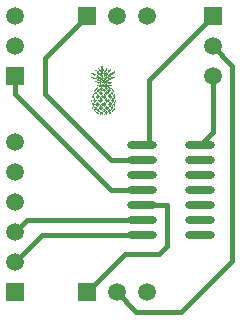
<source format=gtl>
G04 Layer_Physical_Order=1*
G04 Layer_Color=255*
%FSLAX25Y25*%
%MOIN*%
G70*
G01*
G75*
%ADD10O,0.09843X0.02756*%
%ADD11C,0.01800*%
%ADD12R,0.05906X0.05906*%
%ADD13C,0.05906*%
%ADD14R,0.05906X0.05906*%
G36*
X140512Y179785D02*
Y179741D01*
X140556D01*
Y179697D01*
X140600D01*
Y179653D01*
X140644D01*
Y179609D01*
Y179564D01*
X140732D01*
Y179520D01*
X140776D01*
Y179476D01*
X140820D01*
Y179432D01*
X140865D01*
Y179388D01*
X140953D01*
Y179344D01*
X140997D01*
Y179300D01*
X141041D01*
Y179256D01*
Y179212D01*
X141085D01*
Y179168D01*
Y179124D01*
Y179080D01*
Y179036D01*
X141041D01*
Y178992D01*
Y178947D01*
X141085D01*
Y178903D01*
Y178859D01*
Y178815D01*
Y178771D01*
X141041D01*
Y178727D01*
Y178683D01*
X140953D01*
Y178727D01*
X140909D01*
Y178771D01*
X140865D01*
Y178815D01*
X140820D01*
Y178859D01*
X140776D01*
Y178903D01*
X140732D01*
Y178947D01*
Y178992D01*
X140688D01*
Y179036D01*
X140644D01*
Y179080D01*
X140600D01*
Y179124D01*
X140556D01*
Y179168D01*
X140512D01*
Y179212D01*
X140600D01*
Y179256D01*
Y179300D01*
X140512D01*
Y179256D01*
X140468D01*
Y179300D01*
X140380D01*
Y179344D01*
Y179388D01*
X140424D01*
Y179432D01*
Y179476D01*
Y179520D01*
Y179564D01*
Y179609D01*
Y179653D01*
X140468D01*
Y179697D01*
Y179741D01*
Y179785D01*
Y179829D01*
X140512D01*
Y179785D01*
D02*
G37*
G36*
X136810Y179036D02*
Y178992D01*
Y178947D01*
X136898D01*
Y178992D01*
X136942D01*
Y178947D01*
X136986D01*
Y178903D01*
X137030D01*
Y178859D01*
X137074D01*
Y178815D01*
X137163D01*
Y178771D01*
X137207D01*
Y178727D01*
X137251D01*
Y178683D01*
X137295D01*
Y178639D01*
X137339D01*
Y178595D01*
Y178551D01*
X137383D01*
Y178507D01*
X137339D01*
Y178463D01*
Y178419D01*
X137427D01*
Y178463D01*
Y178507D01*
X137603D01*
Y178463D01*
X137515D01*
Y178419D01*
X137471D01*
Y178375D01*
X137383D01*
Y178331D01*
X137339D01*
Y178286D01*
X137295D01*
Y178242D01*
X137251D01*
Y178198D01*
X137207D01*
Y178154D01*
X137163D01*
Y178198D01*
Y178242D01*
X137074D01*
Y178198D01*
Y178154D01*
X137163D01*
Y178110D01*
X137119D01*
Y178066D01*
X137074D01*
Y178022D01*
Y177978D01*
X137030D01*
Y177934D01*
X136986D01*
Y177890D01*
X136942D01*
Y177846D01*
Y177802D01*
X136854D01*
Y177758D01*
Y177714D01*
X136766D01*
Y177670D01*
X136634D01*
Y177714D01*
X136458D01*
Y177758D01*
Y177802D01*
X136414D01*
Y177846D01*
X136369D01*
Y177890D01*
Y177934D01*
Y177978D01*
X136281D01*
Y178022D01*
X136237D01*
Y178066D01*
Y178110D01*
X136193D01*
Y178154D01*
X136149D01*
Y178198D01*
X136105D01*
Y178242D01*
Y178286D01*
X136061D01*
Y178331D01*
X136017D01*
Y178375D01*
Y178419D01*
X135929D01*
Y178463D01*
X135885D01*
Y178507D01*
X135973D01*
Y178463D01*
X136017D01*
Y178419D01*
X136105D01*
Y178463D01*
Y178507D01*
X136061D01*
Y178551D01*
X136105D01*
Y178595D01*
Y178639D01*
X136149D01*
Y178683D01*
X136193D01*
Y178727D01*
X136237D01*
Y178771D01*
X136281D01*
Y178727D01*
Y178683D01*
X136369D01*
Y178727D01*
Y178771D01*
X136325D01*
Y178815D01*
X136369D01*
Y178859D01*
X136414D01*
Y178903D01*
X136458D01*
Y178947D01*
X136634D01*
Y178992D01*
Y179036D01*
Y179080D01*
X136810D01*
Y179036D01*
D02*
G37*
G36*
X139586Y178507D02*
Y178463D01*
X139542D01*
Y178507D01*
Y178551D01*
X139586D01*
Y178507D01*
D02*
G37*
G36*
X138793Y179036D02*
X138837D01*
Y178992D01*
X138881D01*
Y178947D01*
X138970D01*
Y178903D01*
X139014D01*
Y178859D01*
X139102D01*
Y178815D01*
X139146D01*
Y178771D01*
X139190D01*
Y178727D01*
Y178683D01*
X139322D01*
Y178639D01*
X139366D01*
Y178595D01*
Y178551D01*
X139410D01*
Y178507D01*
X139366D01*
Y178463D01*
X139454D01*
Y178419D01*
X139498D01*
Y178375D01*
X139454D01*
Y178331D01*
X139410D01*
Y178286D01*
X139366D01*
Y178242D01*
Y178198D01*
X139322D01*
Y178154D01*
X139278D01*
Y178198D01*
Y178242D01*
X139190D01*
Y178198D01*
Y178154D01*
X139278D01*
Y178110D01*
Y178066D01*
X139234D01*
Y178022D01*
X139190D01*
Y177978D01*
Y177934D01*
X139146D01*
Y177890D01*
X139102D01*
Y177846D01*
Y177802D01*
X139058D01*
Y177758D01*
X139014D01*
Y177714D01*
X138926D01*
Y177670D01*
X138749D01*
Y177714D01*
X138661D01*
Y177758D01*
X138617D01*
Y177802D01*
X138573D01*
Y177846D01*
Y177890D01*
X138529D01*
Y177934D01*
X138485D01*
Y177978D01*
X138441D01*
Y178022D01*
X138397D01*
Y178066D01*
X138353D01*
Y178110D01*
X138309D01*
Y178154D01*
X138264D01*
Y178198D01*
Y178242D01*
X138220D01*
Y178286D01*
X138132D01*
Y178331D01*
X138088D01*
Y178375D01*
X138044D01*
Y178419D01*
X137956D01*
Y178463D01*
Y178507D01*
X138000D01*
Y178463D01*
X138132D01*
Y178419D01*
X138220D01*
Y178463D01*
Y178507D01*
X138088D01*
Y178551D01*
X138132D01*
Y178595D01*
Y178639D01*
X138176D01*
Y178683D01*
X138220D01*
Y178727D01*
X138264D01*
Y178771D01*
X138309D01*
Y178815D01*
X138397D01*
Y178859D01*
X138441D01*
Y178903D01*
Y178947D01*
X138529D01*
Y178992D01*
X138573D01*
Y179036D01*
X138661D01*
Y178992D01*
Y178947D01*
X138749D01*
Y178992D01*
Y179036D01*
X138661D01*
Y179080D01*
X138793D01*
Y179036D01*
D02*
G37*
G36*
X139454Y179785D02*
Y179741D01*
X139631D01*
Y179697D01*
X139675D01*
Y179653D01*
X139763D01*
Y179609D01*
X139807D01*
Y179564D01*
X139851D01*
Y179520D01*
Y179476D01*
X139939D01*
Y179432D01*
Y179388D01*
X140027D01*
Y179344D01*
X140071D01*
Y179388D01*
X140115D01*
Y179344D01*
Y179300D01*
X139983D01*
Y179256D01*
Y179212D01*
X140027D01*
Y179168D01*
Y179124D01*
X139983D01*
Y179080D01*
Y179036D01*
X139939D01*
Y178992D01*
Y178947D01*
X139895D01*
Y178903D01*
Y178859D01*
X139851D01*
Y178815D01*
Y178771D01*
X139719D01*
Y178727D01*
X139763D01*
Y178683D01*
X139631D01*
Y178727D01*
X139542D01*
Y178771D01*
X139498D01*
Y178815D01*
X139454D01*
Y178859D01*
X139410D01*
Y178903D01*
X139366D01*
Y178947D01*
X139278D01*
Y178992D01*
Y179036D01*
X139190D01*
Y179080D01*
X139146D01*
Y179124D01*
X139102D01*
Y179168D01*
X139058D01*
Y179212D01*
X139014D01*
Y179256D01*
Y179300D01*
X138837D01*
Y179344D01*
X138793D01*
Y179388D01*
X138970D01*
Y179344D01*
X139014D01*
Y179388D01*
X138970D01*
Y179432D01*
X139014D01*
Y179476D01*
Y179520D01*
X139058D01*
Y179564D01*
X139102D01*
Y179609D01*
Y179653D01*
X139190D01*
Y179697D01*
X139234D01*
Y179741D01*
X139278D01*
Y179785D01*
Y179829D01*
X139454D01*
Y179785D01*
D02*
G37*
G36*
X134959Y179741D02*
X135003D01*
Y179697D01*
Y179653D01*
X135047D01*
Y179609D01*
Y179564D01*
X134959D01*
Y179520D01*
Y179476D01*
X135047D01*
Y179432D01*
Y179388D01*
Y179344D01*
X135091D01*
Y179388D01*
X135180D01*
Y179344D01*
X135135D01*
Y179300D01*
X135091D01*
Y179256D01*
X135047D01*
Y179300D01*
X134959D01*
Y179256D01*
Y179212D01*
Y179168D01*
X134915D01*
Y179124D01*
Y179080D01*
X134827D01*
Y179036D01*
Y178992D01*
X134783D01*
Y179036D01*
X134695D01*
Y178992D01*
Y178947D01*
X134739D01*
Y178903D01*
X134695D01*
Y178859D01*
X134651D01*
Y178815D01*
Y178771D01*
X134563D01*
Y178727D01*
X134519D01*
Y178771D01*
X134430D01*
Y178815D01*
X134386D01*
Y178859D01*
X134430D01*
Y178903D01*
Y178947D01*
X134519D01*
Y178992D01*
Y179036D01*
X134430D01*
Y179080D01*
X134386D01*
Y179124D01*
X134430D01*
Y179168D01*
Y179212D01*
X134519D01*
Y179256D01*
Y179300D01*
Y179344D01*
Y179388D01*
X134607D01*
Y179432D01*
Y179476D01*
X134783D01*
Y179520D01*
Y179564D01*
X134739D01*
Y179609D01*
X134783D01*
Y179653D01*
X134827D01*
Y179697D01*
X134871D01*
Y179741D01*
X134915D01*
Y179785D01*
X134959D01*
Y179741D01*
D02*
G37*
G36*
X140336Y179036D02*
X140380D01*
Y178992D01*
X140468D01*
Y178947D01*
X140512D01*
Y178903D01*
X140556D01*
Y178859D01*
X140600D01*
Y178815D01*
X140644D01*
Y178771D01*
X140688D01*
Y178727D01*
X140732D01*
Y178683D01*
X140776D01*
Y178639D01*
X140820D01*
Y178595D01*
Y178551D01*
X140865D01*
Y178507D01*
X140776D01*
Y178463D01*
Y178419D01*
X140865D01*
Y178463D01*
X140909D01*
Y178507D01*
X140953D01*
Y178551D01*
X140997D01*
Y178507D01*
Y178463D01*
Y178419D01*
X140953D01*
Y178375D01*
Y178331D01*
Y178286D01*
X140909D01*
Y178242D01*
Y178198D01*
Y178154D01*
X140865D01*
Y178198D01*
Y178242D01*
X140776D01*
Y178198D01*
Y178154D01*
X140865D01*
Y178110D01*
Y178066D01*
Y178022D01*
X140820D01*
Y177978D01*
X140776D01*
Y177934D01*
Y177890D01*
X140820D01*
Y177846D01*
X140776D01*
Y177802D01*
Y177758D01*
X140732D01*
Y177714D01*
X140688D01*
Y177670D01*
X140600D01*
Y177714D01*
X140512D01*
Y177758D01*
X140468D01*
Y177802D01*
X140424D01*
Y177846D01*
Y177890D01*
X140380D01*
Y177934D01*
Y177978D01*
X140336D01*
Y178022D01*
X140292D01*
Y178066D01*
X140247D01*
Y178110D01*
Y178154D01*
X140203D01*
Y178198D01*
X140159D01*
Y178242D01*
X140115D01*
Y178286D01*
X140071D01*
Y178331D01*
X140027D01*
Y178375D01*
X139983D01*
Y178419D01*
X139895D01*
Y178463D01*
X139851D01*
Y178507D01*
X139895D01*
Y178463D01*
X139983D01*
Y178419D01*
X140071D01*
Y178463D01*
Y178507D01*
X139983D01*
Y178551D01*
Y178595D01*
X140027D01*
Y178639D01*
Y178683D01*
X140071D01*
Y178727D01*
Y178771D01*
X140115D01*
Y178815D01*
Y178859D01*
X140159D01*
Y178903D01*
X140203D01*
Y178947D01*
Y178992D01*
X140247D01*
Y178947D01*
X140336D01*
Y178992D01*
Y179036D01*
X140292D01*
Y179080D01*
X140336D01*
Y179036D01*
D02*
G37*
G36*
X136810Y177405D02*
Y177361D01*
X136766D01*
Y177405D01*
X136722D01*
Y177449D01*
X136810D01*
Y177405D01*
D02*
G37*
G36*
X137824Y178110D02*
X137868D01*
Y178066D01*
X137912D01*
Y178022D01*
X138000D01*
Y177978D01*
X138044D01*
Y177934D01*
X138088D01*
Y177890D01*
X138132D01*
Y177846D01*
X138176D01*
Y177802D01*
X138264D01*
Y177758D01*
X138309D01*
Y177714D01*
X138353D01*
Y177670D01*
X138397D01*
Y177625D01*
Y177581D01*
X138441D01*
Y177537D01*
Y177493D01*
X138485D01*
Y177449D01*
X138397D01*
Y177405D01*
Y177361D01*
X138485D01*
Y177405D01*
X138617D01*
Y177449D01*
X138661D01*
Y177405D01*
Y177361D01*
Y177317D01*
X138617D01*
Y177273D01*
X138573D01*
Y177229D01*
X138529D01*
Y177185D01*
X138397D01*
Y177141D01*
Y177097D01*
Y177052D01*
X138353D01*
Y177008D01*
Y176964D01*
X138309D01*
Y176920D01*
X138264D01*
Y176876D01*
X138220D01*
Y176920D01*
X138132D01*
Y176876D01*
Y176832D01*
X138176D01*
Y176788D01*
Y176744D01*
X138132D01*
Y176700D01*
X138088D01*
Y176656D01*
X138044D01*
Y176612D01*
Y176568D01*
X138000D01*
Y176524D01*
X137956D01*
Y176480D01*
X137868D01*
Y176435D01*
X137691D01*
Y176480D01*
X137559D01*
Y176524D01*
X137515D01*
Y176568D01*
X137471D01*
Y176612D01*
X137427D01*
Y176656D01*
X137383D01*
Y176700D01*
Y176744D01*
X137339D01*
Y176788D01*
X137295D01*
Y176832D01*
X137251D01*
Y176876D01*
X137207D01*
Y176920D01*
Y176964D01*
X137163D01*
Y177008D01*
X137119D01*
Y177052D01*
Y177097D01*
X137163D01*
Y177141D01*
Y177185D01*
X137074D01*
Y177141D01*
X137030D01*
Y177185D01*
X136986D01*
Y177229D01*
X136942D01*
Y177273D01*
X136898D01*
Y177317D01*
X136854D01*
Y177361D01*
X136898D01*
Y177405D01*
X136986D01*
Y177449D01*
X137030D01*
Y177493D01*
Y177537D01*
Y177581D01*
X137074D01*
Y177625D01*
X137163D01*
Y177670D01*
Y177714D01*
Y177758D01*
X137207D01*
Y177802D01*
X137295D01*
Y177846D01*
Y177890D01*
X137427D01*
Y177934D01*
Y177978D01*
X137471D01*
Y178022D01*
X137515D01*
Y178066D01*
X137559D01*
Y178110D01*
X137603D01*
Y178154D01*
X137824D01*
Y178110D01*
D02*
G37*
G36*
X134783Y176964D02*
X134827D01*
Y176920D01*
X134871D01*
Y176876D01*
Y176832D01*
X134915D01*
Y176788D01*
X134959D01*
Y176744D01*
Y176700D01*
X135003D01*
Y176656D01*
X134959D01*
Y176612D01*
Y176568D01*
X135091D01*
Y176524D01*
X135135D01*
Y176480D01*
Y176435D01*
X135180D01*
Y176391D01*
Y176347D01*
X135224D01*
Y176303D01*
Y176259D01*
Y176215D01*
Y176171D01*
Y176127D01*
Y176083D01*
Y176039D01*
X135312D01*
Y176083D01*
Y176127D01*
X135400D01*
Y176171D01*
X135488D01*
Y176127D01*
X135444D01*
Y176083D01*
X135400D01*
Y176039D01*
X135356D01*
Y175995D01*
X135312D01*
Y175951D01*
Y175907D01*
X135268D01*
Y175863D01*
X135224D01*
Y175819D01*
Y175775D01*
X135180D01*
Y175730D01*
Y175686D01*
X135135D01*
Y175642D01*
Y175598D01*
X135091D01*
Y175554D01*
Y175510D01*
X135047D01*
Y175554D01*
Y175598D01*
X134959D01*
Y175554D01*
Y175510D01*
X135047D01*
Y175466D01*
Y175422D01*
X135003D01*
Y175378D01*
Y175334D01*
X134959D01*
Y175290D01*
Y175246D01*
X134915D01*
Y175202D01*
X134959D01*
Y175157D01*
X134915D01*
Y175113D01*
X134871D01*
Y175069D01*
Y175025D01*
X134783D01*
Y175069D01*
X134695D01*
Y175025D01*
X134651D01*
Y175069D01*
Y175113D01*
X134607D01*
Y175157D01*
Y175202D01*
X134563D01*
Y175246D01*
Y175290D01*
X134519D01*
Y175334D01*
Y175378D01*
X134475D01*
Y175422D01*
Y175466D01*
X134430D01*
Y175510D01*
X134519D01*
Y175554D01*
Y175598D01*
X134430D01*
Y175554D01*
X134386D01*
Y175598D01*
Y175642D01*
X134342D01*
Y175686D01*
Y175730D01*
X134298D01*
Y175775D01*
Y175819D01*
Y175863D01*
X134254D01*
Y175907D01*
Y175951D01*
Y175995D01*
X134210D01*
Y176039D01*
X134254D01*
Y176083D01*
Y176127D01*
X134298D01*
Y176171D01*
Y176215D01*
Y176259D01*
Y176303D01*
X134342D01*
Y176347D01*
Y176391D01*
Y176435D01*
Y176480D01*
X134386D01*
Y176524D01*
X134430D01*
Y176568D01*
X134519D01*
Y176612D01*
Y176656D01*
Y176700D01*
X134563D01*
Y176744D01*
Y176788D01*
X134607D01*
Y176832D01*
X134651D01*
Y176876D01*
Y176920D01*
X134695D01*
Y176876D01*
Y176832D01*
X134783D01*
Y176876D01*
Y176920D01*
X134695D01*
Y176964D01*
X134739D01*
Y177008D01*
X134783D01*
Y176964D01*
D02*
G37*
G36*
X139851Y178110D02*
X139895D01*
Y178066D01*
X139939D01*
Y178022D01*
X139983D01*
Y177978D01*
Y177934D01*
Y177890D01*
X140115D01*
Y177846D01*
X140159D01*
Y177802D01*
X140203D01*
Y177758D01*
X140247D01*
Y177714D01*
Y177670D01*
Y177625D01*
X140336D01*
Y177581D01*
Y177537D01*
X140380D01*
Y177493D01*
Y177449D01*
X140424D01*
Y177405D01*
X140468D01*
Y177449D01*
X140512D01*
Y177405D01*
Y177361D01*
Y177317D01*
Y177273D01*
X140424D01*
Y177229D01*
X140468D01*
Y177185D01*
X140380D01*
Y177141D01*
Y177097D01*
Y177052D01*
X140336D01*
Y177008D01*
Y176964D01*
X140292D01*
Y176920D01*
X140247D01*
Y176876D01*
Y176832D01*
Y176788D01*
X140203D01*
Y176744D01*
Y176700D01*
X140159D01*
Y176656D01*
Y176612D01*
X140115D01*
Y176568D01*
Y176524D01*
X140071D01*
Y176480D01*
X139983D01*
Y176435D01*
X139851D01*
Y176480D01*
X139763D01*
Y176524D01*
X139719D01*
Y176568D01*
X139675D01*
Y176612D01*
Y176656D01*
X139631D01*
Y176700D01*
X139586D01*
Y176744D01*
Y176788D01*
X139542D01*
Y176832D01*
Y176876D01*
Y176920D01*
X139454D01*
Y176964D01*
X139410D01*
Y177008D01*
Y177052D01*
X139366D01*
Y177097D01*
X139322D01*
Y177141D01*
X139278D01*
Y177185D01*
X139234D01*
Y177229D01*
X139190D01*
Y177273D01*
X139146D01*
Y177317D01*
X139102D01*
Y177361D01*
X139014D01*
Y177405D01*
Y177449D01*
X139058D01*
Y177405D01*
X139190D01*
Y177361D01*
X139278D01*
Y177405D01*
Y177449D01*
X139234D01*
Y177493D01*
Y177537D01*
Y177581D01*
X139278D01*
Y177625D01*
Y177670D01*
X139322D01*
Y177714D01*
Y177758D01*
X139366D01*
Y177802D01*
X139410D01*
Y177846D01*
X139454D01*
Y177890D01*
X139542D01*
Y177934D01*
Y177978D01*
X139586D01*
Y178022D01*
Y178066D01*
X139631D01*
Y178110D01*
X139675D01*
Y178154D01*
X139851D01*
Y178110D01*
D02*
G37*
G36*
X135180Y179036D02*
X135224D01*
Y178992D01*
Y178947D01*
X135268D01*
Y178903D01*
X135312D01*
Y178859D01*
Y178815D01*
X135356D01*
Y178771D01*
X135400D01*
Y178727D01*
X135444D01*
Y178683D01*
Y178639D01*
X135488D01*
Y178595D01*
Y178551D01*
Y178507D01*
Y178463D01*
Y178419D01*
X135532D01*
Y178375D01*
X135488D01*
Y178331D01*
X135444D01*
Y178286D01*
X135356D01*
Y178242D01*
Y178198D01*
X135312D01*
Y178242D01*
X135224D01*
Y178198D01*
Y178154D01*
X135268D01*
Y178110D01*
X135224D01*
Y178066D01*
Y178022D01*
X135180D01*
Y177978D01*
X135135D01*
Y177934D01*
X135091D01*
Y177890D01*
Y177846D01*
X135047D01*
Y177802D01*
X135003D01*
Y177758D01*
Y177714D01*
X134915D01*
Y177670D01*
X134783D01*
Y177714D01*
X134739D01*
Y177758D01*
Y177802D01*
X134695D01*
Y177846D01*
Y177890D01*
X134783D01*
Y177934D01*
Y177978D01*
X134695D01*
Y177934D01*
X134651D01*
Y177978D01*
Y178022D01*
Y178066D01*
X134607D01*
Y178110D01*
Y178154D01*
X134563D01*
Y178198D01*
Y178242D01*
Y178286D01*
X134519D01*
Y178331D01*
Y178375D01*
Y178419D01*
Y178463D01*
Y178507D01*
X134607D01*
Y178551D01*
Y178595D01*
X134651D01*
Y178639D01*
X134695D01*
Y178683D01*
X134783D01*
Y178727D01*
Y178771D01*
Y178815D01*
X134871D01*
Y178859D01*
Y178903D01*
X134915D01*
Y178947D01*
X135047D01*
Y178992D01*
Y179036D01*
X135091D01*
Y179080D01*
X135180D01*
Y179036D01*
D02*
G37*
G36*
X135797Y178110D02*
X135841D01*
Y178066D01*
Y178022D01*
X135929D01*
Y177978D01*
X135885D01*
Y177934D01*
X135973D01*
Y177890D01*
Y177846D01*
X136017D01*
Y177802D01*
X136061D01*
Y177758D01*
X136149D01*
Y177714D01*
Y177670D01*
X136193D01*
Y177625D01*
Y177581D01*
X136237D01*
Y177537D01*
Y177493D01*
Y177449D01*
X136281D01*
Y177405D01*
Y177361D01*
X136369D01*
Y177405D01*
Y177449D01*
X136502D01*
Y177405D01*
X136458D01*
Y177361D01*
X136414D01*
Y177317D01*
X136369D01*
Y177273D01*
X136325D01*
Y177229D01*
X136281D01*
Y177185D01*
X136237D01*
Y177141D01*
X136193D01*
Y177097D01*
X136149D01*
Y177052D01*
X136105D01*
Y177008D01*
Y176964D01*
X136061D01*
Y176920D01*
X136017D01*
Y176876D01*
X135973D01*
Y176832D01*
Y176788D01*
X135929D01*
Y176744D01*
X135885D01*
Y176700D01*
Y176656D01*
X135752D01*
Y176612D01*
Y176568D01*
X135797D01*
Y176524D01*
X135752D01*
Y176480D01*
X135664D01*
Y176435D01*
X135532D01*
Y176480D01*
X135444D01*
Y176524D01*
X135400D01*
Y176568D01*
X135356D01*
Y176612D01*
Y176656D01*
X135312D01*
Y176700D01*
Y176744D01*
X135268D01*
Y176788D01*
Y176832D01*
X135312D01*
Y176876D01*
Y176920D01*
X135180D01*
Y176964D01*
Y177008D01*
X135135D01*
Y177052D01*
Y177097D01*
X135091D01*
Y177141D01*
X135047D01*
Y177185D01*
Y177229D01*
Y177273D01*
X135003D01*
Y177317D01*
X134959D01*
Y177361D01*
X134915D01*
Y177405D01*
Y177449D01*
X134959D01*
Y177405D01*
Y177361D01*
X135047D01*
Y177405D01*
Y177449D01*
X135091D01*
Y177493D01*
Y177537D01*
Y177581D01*
X135135D01*
Y177625D01*
Y177670D01*
X135180D01*
Y177714D01*
X135224D01*
Y177670D01*
Y177625D01*
X135312D01*
Y177670D01*
Y177714D01*
X135224D01*
Y177758D01*
X135268D01*
Y177802D01*
X135312D01*
Y177846D01*
X135356D01*
Y177890D01*
X135400D01*
Y177934D01*
X135444D01*
Y177978D01*
X135488D01*
Y177934D01*
Y177890D01*
X135576D01*
Y177934D01*
Y177978D01*
X135488D01*
Y178022D01*
X135532D01*
Y178066D01*
X135576D01*
Y178110D01*
X135620D01*
Y178154D01*
X135797D01*
Y178110D01*
D02*
G37*
G36*
X134386D02*
Y178066D01*
Y178022D01*
Y177978D01*
X134430D01*
Y177934D01*
Y177890D01*
X134475D01*
Y177846D01*
Y177802D01*
X134519D01*
Y177758D01*
Y177714D01*
X134430D01*
Y177670D01*
Y177625D01*
X134519D01*
Y177670D01*
X134563D01*
Y177625D01*
Y177581D01*
Y177537D01*
Y177493D01*
Y177449D01*
X134695D01*
Y177405D01*
X134651D01*
Y177361D01*
Y177317D01*
X134607D01*
Y177273D01*
X134563D01*
Y177229D01*
X134519D01*
Y177185D01*
X134430D01*
Y177141D01*
Y177097D01*
X134475D01*
Y177052D01*
Y177008D01*
X134430D01*
Y176964D01*
Y176920D01*
X134386D01*
Y176876D01*
Y176832D01*
X134342D01*
Y176788D01*
Y176744D01*
X134298D01*
Y176700D01*
Y176656D01*
X134166D01*
Y176612D01*
Y176568D01*
X134210D01*
Y176524D01*
Y176480D01*
X134166D01*
Y176435D01*
X134078D01*
Y176480D01*
X134034D01*
Y176524D01*
Y176568D01*
X133990D01*
Y176612D01*
Y176656D01*
Y176700D01*
Y176744D01*
Y176788D01*
X133946D01*
Y176832D01*
X133990D01*
Y176876D01*
Y176920D01*
X133946D01*
Y176964D01*
Y177008D01*
Y177052D01*
Y177097D01*
X133990D01*
Y177141D01*
Y177185D01*
X133902D01*
Y177229D01*
Y177273D01*
Y177317D01*
X133858D01*
Y177361D01*
Y177405D01*
Y177449D01*
Y177493D01*
X133902D01*
Y177537D01*
X133946D01*
Y177581D01*
X133990D01*
Y177625D01*
Y177670D01*
Y177714D01*
X134034D01*
Y177758D01*
Y177802D01*
X134078D01*
Y177846D01*
Y177890D01*
X134122D01*
Y177934D01*
Y177978D01*
X134166D01*
Y177934D01*
Y177890D01*
X134254D01*
Y177934D01*
Y177978D01*
X134166D01*
Y178022D01*
X134210D01*
Y178066D01*
Y178110D01*
X134254D01*
Y178154D01*
X134386D01*
Y178110D01*
D02*
G37*
G36*
X139719Y180402D02*
X139763D01*
Y180358D01*
X139719D01*
Y180314D01*
Y180270D01*
X139807D01*
Y180314D01*
Y180358D01*
X139851D01*
Y180314D01*
X139939D01*
Y180270D01*
X139983D01*
Y180226D01*
X140071D01*
Y180181D01*
X140115D01*
Y180137D01*
X140159D01*
Y180093D01*
X140203D01*
Y180049D01*
X140247D01*
Y180005D01*
X140336D01*
Y179961D01*
X140292D01*
Y179917D01*
Y179873D01*
Y179829D01*
X140247D01*
Y179785D01*
Y179741D01*
X140292D01*
Y179697D01*
Y179653D01*
X140247D01*
Y179609D01*
Y179564D01*
X140159D01*
Y179520D01*
X140115D01*
Y179564D01*
X140027D01*
Y179609D01*
X139983D01*
Y179653D01*
X139895D01*
Y179697D01*
X139851D01*
Y179741D01*
X139807D01*
Y179785D01*
Y179829D01*
X139719D01*
Y179873D01*
X139631D01*
Y179917D01*
X139586D01*
Y179961D01*
X139542D01*
Y180005D01*
Y180049D01*
Y180093D01*
X139498D01*
Y180137D01*
X139542D01*
Y180181D01*
Y180226D01*
Y180270D01*
X139586D01*
Y180314D01*
Y180358D01*
Y180402D01*
X139631D01*
Y180446D01*
X139719D01*
Y180402D01*
D02*
G37*
G36*
X134166Y183663D02*
X134475D01*
Y183619D01*
X134651D01*
Y183575D01*
X134827D01*
Y183531D01*
X134959D01*
Y183487D01*
Y183442D01*
X135180D01*
Y183398D01*
X135268D01*
Y183354D01*
X135400D01*
Y183310D01*
X135488D01*
Y183266D01*
Y183222D01*
Y183178D01*
X135576D01*
Y183222D01*
X135664D01*
Y183178D01*
X135752D01*
Y183134D01*
X135841D01*
Y183090D01*
X135929D01*
Y183046D01*
X136017D01*
Y183002D01*
Y182958D01*
Y182914D01*
X136105D01*
Y182958D01*
X136193D01*
Y182914D01*
X136281D01*
Y182870D01*
X136369D01*
Y182826D01*
X136502D01*
Y182782D01*
X136590D01*
Y182737D01*
X136546D01*
Y182693D01*
Y182649D01*
X136634D01*
Y182693D01*
Y182737D01*
X136678D01*
Y182693D01*
X136766D01*
Y182649D01*
X136854D01*
Y182605D01*
X136898D01*
Y182561D01*
X137030D01*
Y182517D01*
X137074D01*
Y182473D01*
Y182429D01*
Y182385D01*
X137207D01*
Y182341D01*
Y182297D01*
Y182253D01*
X137163D01*
Y182209D01*
X137074D01*
Y182165D01*
Y182121D01*
X137163D01*
Y182076D01*
Y182032D01*
X137119D01*
Y181988D01*
Y181944D01*
X137074D01*
Y181900D01*
X137030D01*
Y181944D01*
X136986D01*
Y181988D01*
X136942D01*
Y182032D01*
X136854D01*
Y182076D01*
X136810D01*
Y182121D01*
X136766D01*
Y182165D01*
X136678D01*
Y182209D01*
X136590D01*
Y182253D01*
X136502D01*
Y182297D01*
X136325D01*
Y182341D01*
X135885D01*
Y182385D01*
X135841D01*
Y182429D01*
Y182473D01*
X135708D01*
Y182517D01*
X135664D01*
Y182561D01*
X135620D01*
Y182605D01*
X135576D01*
Y182649D01*
Y182693D01*
Y182737D01*
X135488D01*
Y182693D01*
X135400D01*
Y182737D01*
X135312D01*
Y182782D01*
X135268D01*
Y182826D01*
X135224D01*
Y182782D01*
X135180D01*
Y182826D01*
Y182870D01*
X135135D01*
Y182826D01*
X135091D01*
Y182870D01*
X135047D01*
Y182914D01*
Y182958D01*
Y183002D01*
X134959D01*
Y182958D01*
X134827D01*
Y183002D01*
X134783D01*
Y183046D01*
X134607D01*
Y183090D01*
X134519D01*
Y183134D01*
X134386D01*
Y183178D01*
X134298D01*
Y183222D01*
X134254D01*
Y183266D01*
X134034D01*
Y183310D01*
X133902D01*
Y183354D01*
X133725D01*
Y183398D01*
X133505D01*
Y183442D01*
X133461D01*
Y183487D01*
Y183531D01*
X133329D01*
Y183575D01*
Y183619D01*
X133373D01*
Y183663D01*
X133681D01*
Y183707D01*
X134166D01*
Y183663D01*
D02*
G37*
G36*
X139675Y182076D02*
X139983D01*
Y182032D01*
X140203D01*
Y181988D01*
X140380D01*
Y181944D01*
X140512D01*
Y181900D01*
Y181856D01*
X140644D01*
Y181812D01*
Y181768D01*
X140424D01*
Y181724D01*
X140203D01*
Y181680D01*
X139983D01*
Y181636D01*
X139895D01*
Y181592D01*
X139807D01*
Y181636D01*
Y181680D01*
X139719D01*
Y181636D01*
Y181592D01*
X139807D01*
Y181548D01*
X139719D01*
Y181503D01*
X139631D01*
Y181459D01*
X139586D01*
Y181415D01*
X139454D01*
Y181371D01*
Y181327D01*
X139278D01*
Y181371D01*
Y181415D01*
X139190D01*
Y181371D01*
Y181327D01*
X139014D01*
Y181371D01*
Y181415D01*
X138926D01*
Y181371D01*
Y181327D01*
X138881D01*
Y181283D01*
X138485D01*
Y181239D01*
X138264D01*
Y181195D01*
X138176D01*
Y181239D01*
X138132D01*
Y181283D01*
Y181327D01*
X138220D01*
Y181371D01*
Y181415D01*
Y181459D01*
X138264D01*
Y181503D01*
X138309D01*
Y181548D01*
X138353D01*
Y181592D01*
X138485D01*
Y181636D01*
Y181680D01*
Y181724D01*
X138573D01*
Y181768D01*
X138617D01*
Y181812D01*
X138705D01*
Y181856D01*
X138749D01*
Y181900D01*
X138837D01*
Y181944D01*
X138926D01*
Y181900D01*
Y181856D01*
X139014D01*
Y181900D01*
Y181944D01*
X138970D01*
Y181988D01*
X139058D01*
Y182032D01*
X139190D01*
Y182076D01*
X139410D01*
Y182121D01*
X139675D01*
Y182076D01*
D02*
G37*
G36*
X137207Y181636D02*
X137251D01*
Y181592D01*
X137339D01*
Y181548D01*
X137383D01*
Y181503D01*
X137471D01*
Y181459D01*
X137559D01*
Y181415D01*
X137603D01*
Y181371D01*
Y181327D01*
X137691D01*
Y181371D01*
X137736D01*
Y181327D01*
X137824D01*
Y181283D01*
X137868D01*
Y181239D01*
X137956D01*
Y181195D01*
X138000D01*
Y181151D01*
Y181107D01*
X138044D01*
Y181063D01*
X138309D01*
Y181107D01*
X138397D01*
Y181063D01*
X138485D01*
Y181107D01*
X138529D01*
Y181151D01*
X138661D01*
Y181107D01*
Y181063D01*
X138749D01*
Y181107D01*
Y181151D01*
X138881D01*
Y181195D01*
X139807D01*
Y181151D01*
X139983D01*
Y181107D01*
Y181063D01*
X140071D01*
Y181107D01*
X140203D01*
Y181063D01*
X140336D01*
Y181019D01*
X140468D01*
Y180975D01*
X140600D01*
Y180931D01*
X140688D01*
Y180886D01*
X140732D01*
Y180842D01*
X140688D01*
Y180798D01*
X140644D01*
Y180842D01*
X140600D01*
Y180886D01*
X140468D01*
Y180842D01*
X140159D01*
Y180886D01*
X139895D01*
Y180842D01*
X139631D01*
Y180886D01*
X139586D01*
Y180842D01*
X139542D01*
Y180886D01*
X139454D01*
Y180842D01*
X139410D01*
Y180798D01*
X139278D01*
Y180842D01*
Y180886D01*
X139190D01*
Y180842D01*
Y180798D01*
X139278D01*
Y180754D01*
X139234D01*
Y180710D01*
X139278D01*
Y180666D01*
X139366D01*
Y180622D01*
X139410D01*
Y180578D01*
X139454D01*
Y180534D01*
Y180490D01*
Y180446D01*
X139410D01*
Y180402D01*
Y180358D01*
Y180314D01*
X139366D01*
Y180270D01*
X139322D01*
Y180226D01*
X139102D01*
Y180270D01*
X139014D01*
Y180314D01*
Y180358D01*
X138881D01*
Y180402D01*
X138837D01*
Y180446D01*
X138793D01*
Y180490D01*
X138705D01*
Y180534D01*
X138749D01*
Y180578D01*
Y180622D01*
X138661D01*
Y180578D01*
Y180534D01*
X138617D01*
Y180578D01*
X138485D01*
Y180622D01*
X138397D01*
Y180578D01*
X138309D01*
Y180534D01*
X138220D01*
Y180578D01*
Y180622D01*
X138132D01*
Y180578D01*
Y180534D01*
X138176D01*
Y180490D01*
X138132D01*
Y180446D01*
X138088D01*
Y180402D01*
X138044D01*
Y180358D01*
X138000D01*
Y180314D01*
X137956D01*
Y180358D01*
X137868D01*
Y180314D01*
Y180270D01*
X137912D01*
Y180226D01*
X137780D01*
Y180181D01*
X137691D01*
Y180226D01*
X137603D01*
Y180270D01*
X137559D01*
Y180314D01*
X137471D01*
Y180358D01*
X137427D01*
Y180402D01*
X137383D01*
Y180446D01*
X137339D01*
Y180490D01*
X137251D01*
Y180534D01*
X137163D01*
Y180578D01*
Y180622D01*
X137074D01*
Y180578D01*
Y180534D01*
X136898D01*
Y180578D01*
Y180622D01*
X136810D01*
Y180578D01*
Y180534D01*
X136766D01*
Y180490D01*
X136678D01*
Y180446D01*
X136634D01*
Y180402D01*
X136546D01*
Y180358D01*
X136502D01*
Y180314D01*
X136458D01*
Y180270D01*
X136414D01*
Y180226D01*
X136149D01*
Y180270D01*
X136105D01*
Y180314D01*
Y180358D01*
X136061D01*
Y180402D01*
Y180446D01*
X136017D01*
Y180490D01*
Y180534D01*
X135973D01*
Y180578D01*
X136017D01*
Y180534D01*
X136105D01*
Y180578D01*
Y180622D01*
Y180666D01*
X136149D01*
Y180710D01*
X136193D01*
Y180754D01*
X136149D01*
Y180798D01*
X136105D01*
Y180842D01*
Y180886D01*
X136017D01*
Y180842D01*
X135973D01*
Y180886D01*
X135797D01*
Y180931D01*
X135576D01*
Y180975D01*
X135268D01*
Y181019D01*
X135047D01*
Y181063D01*
Y181107D01*
X135224D01*
Y181063D01*
X135312D01*
Y181107D01*
Y181151D01*
X135488D01*
Y181107D01*
Y181063D01*
X135576D01*
Y181107D01*
Y181151D01*
X135752D01*
Y181107D01*
Y181063D01*
X135841D01*
Y181107D01*
Y181151D01*
X136017D01*
Y181107D01*
Y181063D01*
X136105D01*
Y181107D01*
Y181151D01*
X136061D01*
Y181195D01*
X136325D01*
Y181151D01*
X136281D01*
Y181107D01*
Y181063D01*
X136369D01*
Y181107D01*
Y181151D01*
X136546D01*
Y181107D01*
Y181063D01*
X136634D01*
Y181107D01*
Y181151D01*
X136722D01*
Y181107D01*
X136810D01*
Y181063D01*
X136986D01*
Y181107D01*
X137030D01*
Y181151D01*
Y181195D01*
Y181239D01*
Y181283D01*
Y181327D01*
Y181371D01*
Y181415D01*
Y181459D01*
X136986D01*
Y181503D01*
X137030D01*
Y181548D01*
Y181592D01*
Y181636D01*
X137074D01*
Y181592D01*
X137163D01*
Y181636D01*
Y181680D01*
X137207D01*
Y181636D01*
D02*
G37*
G36*
X133461Y185249D02*
X133593D01*
Y185205D01*
X133725D01*
Y185161D01*
X133858D01*
Y185117D01*
X133902D01*
Y185073D01*
Y185029D01*
X133990D01*
Y185073D01*
X134122D01*
Y185029D01*
X134254D01*
Y184985D01*
X134386D01*
Y184941D01*
X134519D01*
Y184897D01*
X134651D01*
Y184853D01*
X134695D01*
Y184809D01*
Y184765D01*
X134783D01*
Y184809D01*
X134915D01*
Y184765D01*
X135003D01*
Y184721D01*
X135135D01*
Y184677D01*
X135268D01*
Y184632D01*
X135356D01*
Y184588D01*
X135444D01*
Y184544D01*
X135488D01*
Y184500D01*
X135664D01*
Y184456D01*
X135708D01*
Y184412D01*
X135797D01*
Y184368D01*
X135885D01*
Y184324D01*
X135929D01*
Y184280D01*
X135973D01*
Y184236D01*
X136105D01*
Y184192D01*
X136149D01*
Y184148D01*
X136237D01*
Y184104D01*
X136281D01*
Y184060D01*
Y184015D01*
Y183971D01*
X136369D01*
Y184015D01*
X136414D01*
Y183971D01*
X136502D01*
Y183927D01*
X136546D01*
Y183883D01*
X136634D01*
Y183839D01*
X136678D01*
Y183795D01*
X136722D01*
Y183751D01*
X136766D01*
Y183707D01*
X136810D01*
Y183663D01*
X136854D01*
Y183619D01*
X136898D01*
Y183575D01*
X136942D01*
Y183531D01*
Y183487D01*
X136986D01*
Y183442D01*
X137030D01*
Y183398D01*
X137074D01*
Y183354D01*
Y183310D01*
X137119D01*
Y183266D01*
X137074D01*
Y183222D01*
Y183178D01*
X137163D01*
Y183222D01*
X137207D01*
Y183178D01*
Y183134D01*
X137251D01*
Y183090D01*
X137295D01*
Y183046D01*
X137339D01*
Y183002D01*
Y182958D01*
Y182914D01*
X137471D01*
Y182870D01*
X137515D01*
Y182826D01*
Y182782D01*
X137471D01*
Y182737D01*
Y182693D01*
X137427D01*
Y182737D01*
X137339D01*
Y182693D01*
Y182649D01*
X137383D01*
Y182605D01*
X137295D01*
Y182561D01*
X137207D01*
Y182605D01*
X137119D01*
Y182649D01*
X137163D01*
Y182693D01*
Y182737D01*
X137074D01*
Y182693D01*
X136986D01*
Y182737D01*
X136854D01*
Y182782D01*
Y182826D01*
X136678D01*
Y182870D01*
X136634D01*
Y182914D01*
Y182958D01*
Y183002D01*
X136546D01*
Y182958D01*
X136458D01*
Y183002D01*
X136325D01*
Y183046D01*
X136237D01*
Y183090D01*
X136149D01*
Y183134D01*
X136061D01*
Y183178D01*
X136105D01*
Y183222D01*
Y183266D01*
X136017D01*
Y183222D01*
Y183178D01*
X135973D01*
Y183222D01*
X135885D01*
Y183266D01*
X135797D01*
Y183310D01*
X135708D01*
Y183354D01*
X135576D01*
Y183398D01*
X135488D01*
Y183442D01*
X135400D01*
Y183487D01*
X135312D01*
Y183531D01*
X135224D01*
Y183575D01*
X135135D01*
Y183619D01*
X135091D01*
Y183663D01*
X135003D01*
Y183707D01*
X135047D01*
Y183751D01*
Y183795D01*
X134959D01*
Y183751D01*
X134915D01*
Y183795D01*
X134871D01*
Y183839D01*
X134783D01*
Y183883D01*
X134739D01*
Y183927D01*
X134695D01*
Y183971D01*
X134651D01*
Y184015D01*
Y184060D01*
X134607D01*
Y184104D01*
X134563D01*
Y184148D01*
X134519D01*
Y184192D01*
X134475D01*
Y184236D01*
X134519D01*
Y184280D01*
Y184324D01*
X134430D01*
Y184280D01*
X134386D01*
Y184324D01*
X134342D01*
Y184368D01*
X134298D01*
Y184412D01*
X134254D01*
Y184456D01*
X134166D01*
Y184500D01*
X134122D01*
Y184544D01*
X134078D01*
Y184588D01*
X134034D01*
Y184632D01*
X133990D01*
Y184677D01*
X133946D01*
Y184721D01*
X133902D01*
Y184765D01*
X133858D01*
Y184809D01*
X133769D01*
Y184853D01*
X133725D01*
Y184897D01*
X133681D01*
Y184941D01*
X133593D01*
Y184985D01*
X133549D01*
Y185029D01*
X133505D01*
Y185073D01*
X133461D01*
Y185117D01*
X133417D01*
Y185161D01*
X133329D01*
Y185205D01*
Y185249D01*
X133417D01*
Y185293D01*
X133461D01*
Y185249D01*
D02*
G37*
G36*
X137163Y187849D02*
X137207D01*
Y187805D01*
Y187761D01*
Y187717D01*
Y187673D01*
Y187629D01*
X137251D01*
Y187585D01*
Y187541D01*
X137295D01*
Y187497D01*
Y187453D01*
Y187409D01*
X137339D01*
Y187365D01*
Y187321D01*
X137383D01*
Y187276D01*
Y187232D01*
X137339D01*
Y187188D01*
Y187144D01*
X137427D01*
Y187100D01*
X137471D01*
Y187056D01*
Y187012D01*
X137515D01*
Y186968D01*
Y186924D01*
X137559D01*
Y186880D01*
Y186836D01*
X137603D01*
Y186792D01*
Y186748D01*
Y186704D01*
Y186660D01*
Y186616D01*
X137647D01*
Y186571D01*
X137691D01*
Y186527D01*
Y186483D01*
X137736D01*
Y186439D01*
Y186395D01*
X137780D01*
Y186351D01*
Y186307D01*
X137824D01*
Y186263D01*
Y186219D01*
X137868D01*
Y186175D01*
Y186131D01*
Y186087D01*
X137912D01*
Y186043D01*
X137956D01*
Y185998D01*
Y185954D01*
X138000D01*
Y185910D01*
Y185866D01*
X138044D01*
Y185822D01*
Y185778D01*
X138088D01*
Y185734D01*
Y185690D01*
X138132D01*
Y185646D01*
Y185602D01*
Y185558D01*
X138176D01*
Y185514D01*
Y185470D01*
Y185426D01*
Y185382D01*
X138132D01*
Y185337D01*
Y185293D01*
X138044D01*
Y185249D01*
X138000D01*
Y185205D01*
X137956D01*
Y185161D01*
X137912D01*
Y185117D01*
X137868D01*
Y185073D01*
X137824D01*
Y185029D01*
X137780D01*
Y184985D01*
X137736D01*
Y184941D01*
X137691D01*
Y184897D01*
Y184853D01*
X137603D01*
Y184809D01*
Y184765D01*
X137559D01*
Y184721D01*
Y184677D01*
X137515D01*
Y184632D01*
X137427D01*
Y184677D01*
X137383D01*
Y184721D01*
X137339D01*
Y184765D01*
X137295D01*
Y184809D01*
X137251D01*
Y184853D01*
X137207D01*
Y184897D01*
Y184941D01*
X137163D01*
Y184985D01*
X137119D01*
Y185029D01*
X137163D01*
Y185073D01*
Y185117D01*
X137074D01*
Y185073D01*
X137030D01*
Y185117D01*
X136986D01*
Y185161D01*
Y185205D01*
X136898D01*
Y185249D01*
Y185293D01*
Y185337D01*
Y185382D01*
X136810D01*
Y185426D01*
Y185470D01*
Y185514D01*
Y185558D01*
X136898D01*
Y185602D01*
Y185646D01*
X136810D01*
Y185690D01*
Y185734D01*
Y185778D01*
Y185822D01*
X136898D01*
Y185866D01*
Y185910D01*
X136854D01*
Y185954D01*
Y185998D01*
X136810D01*
Y186043D01*
X136854D01*
Y186087D01*
X136898D01*
Y186131D01*
Y186175D01*
X136854D01*
Y186219D01*
Y186263D01*
X136898D01*
Y186307D01*
X136854D01*
Y186351D01*
Y186395D01*
X136898D01*
Y186439D01*
Y186483D01*
Y186527D01*
Y186571D01*
Y186616D01*
Y186660D01*
Y186704D01*
Y186748D01*
Y186792D01*
X136942D01*
Y186836D01*
Y186880D01*
Y186924D01*
Y186968D01*
Y187012D01*
Y187056D01*
Y187100D01*
Y187144D01*
Y187188D01*
Y187232D01*
Y187276D01*
Y187321D01*
Y187365D01*
Y187409D01*
Y187453D01*
Y187497D01*
X136986D01*
Y187541D01*
Y187585D01*
Y187629D01*
Y187673D01*
Y187717D01*
Y187761D01*
Y187805D01*
Y187849D01*
X137074D01*
Y187893D01*
X137163D01*
Y187849D01*
D02*
G37*
G36*
X141746Y183839D02*
X142054D01*
Y183795D01*
X142098D01*
Y183751D01*
Y183707D01*
X142187D01*
Y183663D01*
X142142D01*
Y183619D01*
X142010D01*
Y183663D01*
X141614D01*
Y183619D01*
X141481D01*
Y183575D01*
X141349D01*
Y183531D01*
X141261D01*
Y183487D01*
X141129D01*
Y183531D01*
X141041D01*
Y183487D01*
Y183442D01*
X140997D01*
Y183398D01*
X140909D01*
Y183354D01*
X140776D01*
Y183310D01*
X140688D01*
Y183266D01*
X140512D01*
Y183222D01*
Y183178D01*
X140468D01*
Y183134D01*
X140380D01*
Y183090D01*
X140292D01*
Y183046D01*
X140203D01*
Y183002D01*
X140115D01*
Y182958D01*
X140071D01*
Y183002D01*
X139983D01*
Y182958D01*
Y182914D01*
Y182870D01*
X139895D01*
Y182826D01*
X139851D01*
Y182782D01*
X139763D01*
Y182737D01*
X139675D01*
Y182693D01*
X139631D01*
Y182649D01*
X139542D01*
Y182693D01*
Y182737D01*
X139454D01*
Y182693D01*
Y182649D01*
X139542D01*
Y182605D01*
X139498D01*
Y182561D01*
X139454D01*
Y182517D01*
X139410D01*
Y182473D01*
X139322D01*
Y182429D01*
Y182385D01*
X139278D01*
Y182429D01*
Y182473D01*
X139190D01*
Y182429D01*
Y182385D01*
X139278D01*
Y182341D01*
X139234D01*
Y182297D01*
X139190D01*
Y182253D01*
Y182209D01*
X139146D01*
Y182165D01*
X139014D01*
Y182209D01*
X138926D01*
Y182165D01*
Y182121D01*
Y182076D01*
X138837D01*
Y182032D01*
X138705D01*
Y181988D01*
X138661D01*
Y181944D01*
X138573D01*
Y181988D01*
Y182032D01*
Y182076D01*
Y182121D01*
Y182165D01*
X138529D01*
Y182209D01*
Y182253D01*
Y182297D01*
X138485D01*
Y182341D01*
Y182385D01*
Y182429D01*
Y182473D01*
X138353D01*
Y182517D01*
X138309D01*
Y182561D01*
Y182605D01*
Y182649D01*
X138353D01*
Y182693D01*
X138397D01*
Y182649D01*
X138485D01*
Y182693D01*
Y182737D01*
X138441D01*
Y182782D01*
X138485D01*
Y182826D01*
X138573D01*
Y182870D01*
X138617D01*
Y182914D01*
X138749D01*
Y182958D01*
Y183002D01*
X138793D01*
Y183046D01*
X138881D01*
Y183090D01*
X138926D01*
Y183134D01*
X139014D01*
Y183178D01*
X139102D01*
Y183222D01*
X139146D01*
Y183266D01*
X139190D01*
Y183222D01*
Y183178D01*
X139278D01*
Y183222D01*
Y183266D01*
X139234D01*
Y183310D01*
X139322D01*
Y183354D01*
X139410D01*
Y183398D01*
X139498D01*
Y183442D01*
X139631D01*
Y183487D01*
X139719D01*
Y183442D01*
X139807D01*
Y183487D01*
Y183531D01*
X139851D01*
Y183575D01*
X139983D01*
Y183619D01*
X140159D01*
Y183663D01*
X140380D01*
Y183707D01*
X140600D01*
Y183751D01*
X140776D01*
Y183707D01*
X140865D01*
Y183751D01*
Y183795D01*
X141041D01*
Y183751D01*
Y183707D01*
X141129D01*
Y183751D01*
Y183795D01*
X141085D01*
Y183839D01*
X141570D01*
Y183883D01*
X141746D01*
Y183839D01*
D02*
G37*
G36*
X134915Y186087D02*
X135047D01*
Y186043D01*
X135180D01*
Y185998D01*
X135312D01*
Y185954D01*
X135400D01*
Y185910D01*
X135488D01*
Y185866D01*
Y185822D01*
X135576D01*
Y185866D01*
X135620D01*
Y185822D01*
X135708D01*
Y185778D01*
X135797D01*
Y185734D01*
X135885D01*
Y185690D01*
X136017D01*
Y185646D01*
Y185602D01*
Y185558D01*
X136105D01*
Y185602D01*
X136149D01*
Y185558D01*
X136237D01*
Y185514D01*
X136325D01*
Y185470D01*
X136414D01*
Y185426D01*
X136502D01*
Y185382D01*
X136546D01*
Y185337D01*
Y185293D01*
X136678D01*
Y185249D01*
X136722D01*
Y185205D01*
X136766D01*
Y185161D01*
X136854D01*
Y185117D01*
X136810D01*
Y185073D01*
Y185029D01*
X136942D01*
Y184985D01*
X136986D01*
Y184941D01*
X137030D01*
Y184897D01*
X137074D01*
Y184853D01*
Y184809D01*
Y184765D01*
X137163D01*
Y184721D01*
X137207D01*
Y184677D01*
X137251D01*
Y184632D01*
Y184588D01*
X137295D01*
Y184544D01*
X137339D01*
Y184500D01*
Y184456D01*
X137383D01*
Y184412D01*
Y184368D01*
X137427D01*
Y184324D01*
X137471D01*
Y184280D01*
Y184236D01*
X137515D01*
Y184192D01*
Y184148D01*
X137559D01*
Y184104D01*
Y184060D01*
X137603D01*
Y184015D01*
Y183971D01*
X137559D01*
Y183927D01*
X137603D01*
Y183883D01*
Y183839D01*
Y183795D01*
Y183751D01*
Y183707D01*
Y183663D01*
Y183619D01*
Y183575D01*
Y183531D01*
Y183487D01*
X137559D01*
Y183442D01*
Y183398D01*
X137515D01*
Y183354D01*
Y183310D01*
X137471D01*
Y183266D01*
X137295D01*
Y183310D01*
X137251D01*
Y183354D01*
Y183398D01*
X137207D01*
Y183442D01*
X137163D01*
Y183487D01*
Y183531D01*
X137119D01*
Y183575D01*
X137074D01*
Y183619D01*
X137030D01*
Y183663D01*
X136986D01*
Y183707D01*
Y183751D01*
X136942D01*
Y183795D01*
X136898D01*
Y183839D01*
X136810D01*
Y183883D01*
X136766D01*
Y183927D01*
X136722D01*
Y183971D01*
X136678D01*
Y184015D01*
X136634D01*
Y184060D01*
X136546D01*
Y184104D01*
X136502D01*
Y184148D01*
X136414D01*
Y184192D01*
X136369D01*
Y184236D01*
Y184280D01*
Y184324D01*
X136281D01*
Y184280D01*
X136193D01*
Y184324D01*
X136149D01*
Y184368D01*
X136061D01*
Y184412D01*
X135973D01*
Y184456D01*
X135885D01*
Y184500D01*
X135841D01*
Y184544D01*
Y184588D01*
X135708D01*
Y184632D01*
X135664D01*
Y184677D01*
Y184721D01*
Y184765D01*
X135620D01*
Y184809D01*
Y184853D01*
Y184897D01*
X135576D01*
Y184941D01*
Y184985D01*
X135532D01*
Y185029D01*
X135576D01*
Y185073D01*
Y185117D01*
X135444D01*
Y185161D01*
Y185205D01*
X135400D01*
Y185249D01*
Y185293D01*
X135356D01*
Y185337D01*
X135312D01*
Y185382D01*
Y185426D01*
X135268D01*
Y185470D01*
X135224D01*
Y185514D01*
X135180D01*
Y185558D01*
Y185602D01*
X135135D01*
Y185646D01*
X135091D01*
Y185690D01*
X135047D01*
Y185734D01*
X135003D01*
Y185778D01*
X134959D01*
Y185822D01*
X134915D01*
Y185866D01*
X134871D01*
Y185910D01*
X134783D01*
Y185954D01*
X134739D01*
Y185998D01*
X134695D01*
Y186043D01*
X134651D01*
Y186087D01*
X134783D01*
Y186131D01*
X134915D01*
Y186087D01*
D02*
G37*
G36*
X137868Y179785D02*
Y179741D01*
X137956D01*
Y179697D01*
X138044D01*
Y179653D01*
X138088D01*
Y179609D01*
X138176D01*
Y179564D01*
X138132D01*
Y179520D01*
Y179476D01*
X138220D01*
Y179520D01*
X138264D01*
Y179476D01*
X138309D01*
Y179432D01*
X138353D01*
Y179388D01*
Y179344D01*
X138485D01*
Y179388D01*
X138573D01*
Y179344D01*
X138529D01*
Y179300D01*
X138397D01*
Y179256D01*
X138353D01*
Y179212D01*
X138397D01*
Y179168D01*
X138353D01*
Y179212D01*
X138309D01*
Y179168D01*
Y179124D01*
X138264D01*
Y179080D01*
X138220D01*
Y179036D01*
X138132D01*
Y178992D01*
Y178947D01*
X138088D01*
Y178903D01*
X138044D01*
Y178859D01*
X138000D01*
Y178815D01*
X137956D01*
Y178771D01*
X137868D01*
Y178727D01*
X137691D01*
Y178771D01*
X137603D01*
Y178727D01*
X137559D01*
Y178771D01*
X137515D01*
Y178815D01*
X137471D01*
Y178859D01*
X137427D01*
Y178903D01*
X137383D01*
Y178947D01*
X137427D01*
Y178992D01*
Y179036D01*
X137339D01*
Y178992D01*
X137295D01*
Y179036D01*
X137251D01*
Y179080D01*
X137207D01*
Y179124D01*
X137163D01*
Y179168D01*
X137119D01*
Y179212D01*
X137163D01*
Y179256D01*
Y179300D01*
X137074D01*
Y179256D01*
X137030D01*
Y179300D01*
X136942D01*
Y179344D01*
X136898D01*
Y179388D01*
X136986D01*
Y179344D01*
X137074D01*
Y179388D01*
X137119D01*
Y179432D01*
X137163D01*
Y179476D01*
X137207D01*
Y179520D01*
X137251D01*
Y179564D01*
X137295D01*
Y179609D01*
X137339D01*
Y179653D01*
X137427D01*
Y179697D01*
X137471D01*
Y179741D01*
X137515D01*
Y179785D01*
X137603D01*
Y179741D01*
X137691D01*
Y179785D01*
Y179829D01*
X137868D01*
Y179785D01*
D02*
G37*
G36*
X136105Y179829D02*
X136149D01*
Y179785D01*
X136193D01*
Y179741D01*
X136237D01*
Y179697D01*
X136281D01*
Y179653D01*
X136325D01*
Y179609D01*
X136369D01*
Y179564D01*
X136414D01*
Y179520D01*
X136458D01*
Y179476D01*
Y179432D01*
X136502D01*
Y179388D01*
Y179344D01*
X136546D01*
Y179388D01*
X136678D01*
Y179344D01*
X136634D01*
Y179300D01*
X136546D01*
Y179256D01*
X136502D01*
Y179212D01*
X136414D01*
Y179168D01*
X136369D01*
Y179124D01*
X136325D01*
Y179080D01*
X136281D01*
Y179036D01*
X136237D01*
Y178992D01*
X136193D01*
Y178947D01*
X136149D01*
Y178903D01*
X136105D01*
Y178859D01*
X136061D01*
Y178815D01*
X136017D01*
Y178771D01*
X135929D01*
Y178727D01*
X135841D01*
Y178771D01*
X135752D01*
Y178727D01*
Y178683D01*
X135708D01*
Y178727D01*
X135664D01*
Y178771D01*
Y178815D01*
X135620D01*
Y178859D01*
X135576D01*
Y178903D01*
Y178947D01*
Y178992D01*
Y179036D01*
X135488D01*
Y179080D01*
Y179124D01*
X135444D01*
Y179168D01*
Y179212D01*
X135400D01*
Y179256D01*
Y179300D01*
X135356D01*
Y179344D01*
Y179388D01*
X135488D01*
Y179432D01*
X135532D01*
Y179476D01*
X135576D01*
Y179520D01*
Y179564D01*
X135620D01*
Y179609D01*
X135708D01*
Y179653D01*
X135797D01*
Y179697D01*
X135841D01*
Y179741D01*
X135885D01*
Y179785D01*
X135973D01*
Y179829D01*
X136017D01*
Y179785D01*
Y179741D01*
X136105D01*
Y179785D01*
Y179829D01*
X136061D01*
Y179873D01*
X136105D01*
Y179829D01*
D02*
G37*
G36*
X138529Y180402D02*
X138617D01*
Y180358D01*
X138661D01*
Y180314D01*
Y180270D01*
X138793D01*
Y180226D01*
X138837D01*
Y180181D01*
X138926D01*
Y180137D01*
X138970D01*
Y180093D01*
X138926D01*
Y180049D01*
Y180005D01*
X139014D01*
Y180049D01*
X139146D01*
Y180005D01*
X139102D01*
Y179961D01*
X139058D01*
Y179917D01*
X139014D01*
Y179873D01*
Y179829D01*
X138926D01*
Y179785D01*
Y179741D01*
Y179697D01*
X138881D01*
Y179653D01*
Y179609D01*
X138793D01*
Y179564D01*
X138485D01*
Y179609D01*
X138441D01*
Y179653D01*
X138397D01*
Y179697D01*
X138309D01*
Y179741D01*
Y179785D01*
X138220D01*
Y179829D01*
X138176D01*
Y179873D01*
X138132D01*
Y179917D01*
X138044D01*
Y179961D01*
X138000D01*
Y180005D01*
X137956D01*
Y180049D01*
X138000D01*
Y180093D01*
X138044D01*
Y180137D01*
Y180181D01*
X138088D01*
Y180226D01*
X138132D01*
Y180270D01*
X138220D01*
Y180314D01*
X138264D01*
Y180358D01*
X138353D01*
Y180402D01*
X138397D01*
Y180446D01*
X138529D01*
Y180402D01*
D02*
G37*
G36*
X135841D02*
Y180358D01*
X135752D01*
Y180314D01*
Y180270D01*
X135841D01*
Y180314D01*
X135885D01*
Y180270D01*
Y180226D01*
X135929D01*
Y180181D01*
Y180137D01*
Y180093D01*
X136017D01*
Y180049D01*
Y180005D01*
X135929D01*
Y179961D01*
X135885D01*
Y179917D01*
X135841D01*
Y179873D01*
X135797D01*
Y179829D01*
X135708D01*
Y179785D01*
X135664D01*
Y179741D01*
X135620D01*
Y179697D01*
X135576D01*
Y179653D01*
X135532D01*
Y179609D01*
X135444D01*
Y179564D01*
X135356D01*
Y179520D01*
X135312D01*
Y179564D01*
X135224D01*
Y179609D01*
Y179653D01*
Y179697D01*
X135180D01*
Y179741D01*
Y179785D01*
Y179829D01*
Y179873D01*
Y179917D01*
Y179961D01*
X135135D01*
Y180005D01*
X135180D01*
Y180049D01*
X135224D01*
Y180005D01*
X135312D01*
Y180049D01*
Y180093D01*
X135268D01*
Y180137D01*
X135312D01*
Y180181D01*
X135356D01*
Y180226D01*
X135444D01*
Y180270D01*
X135576D01*
Y180314D01*
Y180358D01*
X135664D01*
Y180402D01*
X135752D01*
Y180446D01*
X135841D01*
Y180402D01*
D02*
G37*
G36*
X137824Y182782D02*
X137912D01*
Y182737D01*
X137868D01*
Y182693D01*
Y182649D01*
X137956D01*
Y182693D01*
X138000D01*
Y182649D01*
X138044D01*
Y182605D01*
X138088D01*
Y182561D01*
X138132D01*
Y182517D01*
X138176D01*
Y182473D01*
X138132D01*
Y182429D01*
Y182385D01*
X138264D01*
Y182341D01*
X138309D01*
Y182297D01*
Y182253D01*
X138353D01*
Y182209D01*
X138397D01*
Y182165D01*
Y182121D01*
Y182076D01*
Y182032D01*
X138441D01*
Y181988D01*
Y181944D01*
X138397D01*
Y181900D01*
Y181856D01*
Y181812D01*
Y181768D01*
X138353D01*
Y181724D01*
X138309D01*
Y181680D01*
X138132D01*
Y181636D01*
Y181592D01*
Y181548D01*
Y181503D01*
X138088D01*
Y181459D01*
X138044D01*
Y181415D01*
X138000D01*
Y181371D01*
X137956D01*
Y181415D01*
X137912D01*
Y181459D01*
X137824D01*
Y181503D01*
X137736D01*
Y181548D01*
X137647D01*
Y181592D01*
X137691D01*
Y181636D01*
Y181680D01*
X137603D01*
Y181636D01*
Y181592D01*
X137515D01*
Y181636D01*
X137471D01*
Y181680D01*
X137383D01*
Y181724D01*
X137339D01*
Y181768D01*
X137295D01*
Y181812D01*
Y181856D01*
X137251D01*
Y181900D01*
Y181944D01*
Y181988D01*
Y182032D01*
X137295D01*
Y182076D01*
Y182121D01*
Y182165D01*
Y182209D01*
Y182253D01*
X137339D01*
Y182297D01*
Y182341D01*
X137383D01*
Y182385D01*
X137427D01*
Y182429D01*
Y182473D01*
X137471D01*
Y182517D01*
X137515D01*
Y182561D01*
Y182605D01*
X137559D01*
Y182649D01*
X137691D01*
Y182693D01*
Y182737D01*
Y182782D01*
X137736D01*
Y182826D01*
X137824D01*
Y182782D01*
D02*
G37*
G36*
X135003Y182429D02*
X134959D01*
Y182385D01*
X135047D01*
Y182429D01*
X135180D01*
Y182385D01*
X135312D01*
Y182341D01*
X135444D01*
Y182297D01*
X135664D01*
Y182253D01*
X135973D01*
Y182209D01*
X136017D01*
Y182165D01*
Y182121D01*
X136105D01*
Y182165D01*
Y182209D01*
X136281D01*
Y182165D01*
Y182121D01*
X136369D01*
Y182165D01*
X136458D01*
Y182121D01*
X136546D01*
Y182076D01*
X136634D01*
Y182032D01*
X136678D01*
Y181988D01*
X136766D01*
Y181944D01*
X136810D01*
Y181900D01*
Y181856D01*
X136898D01*
Y181812D01*
X136942D01*
Y181768D01*
Y181724D01*
Y181680D01*
X136810D01*
Y181636D01*
Y181592D01*
X136898D01*
Y181548D01*
X136854D01*
Y181503D01*
Y181459D01*
Y181415D01*
X136810D01*
Y181371D01*
Y181327D01*
X136854D01*
Y181283D01*
Y181239D01*
X136722D01*
Y181283D01*
X136502D01*
Y181327D01*
X136369D01*
Y181371D01*
Y181415D01*
X136281D01*
Y181371D01*
Y181327D01*
X136105D01*
Y181371D01*
Y181415D01*
X136017D01*
Y181371D01*
Y181327D01*
X135973D01*
Y181371D01*
X135929D01*
Y181415D01*
X135885D01*
Y181459D01*
X135841D01*
Y181503D01*
X135797D01*
Y181548D01*
X135752D01*
Y181592D01*
X135708D01*
Y181636D01*
Y181680D01*
X135664D01*
Y181724D01*
X135620D01*
Y181768D01*
X135532D01*
Y181812D01*
X135488D01*
Y181856D01*
X135444D01*
Y181900D01*
X135400D01*
Y181944D01*
X135356D01*
Y181988D01*
X135268D01*
Y182032D01*
X135224D01*
Y182076D01*
X135135D01*
Y182121D01*
X135091D01*
Y182165D01*
X135047D01*
Y182209D01*
X134959D01*
Y182253D01*
X134871D01*
Y182297D01*
X134827D01*
Y182341D01*
X134739D01*
Y182385D01*
X134783D01*
Y182429D01*
Y182473D01*
X135003D01*
Y182429D01*
D02*
G37*
G36*
X137074Y180358D02*
Y180314D01*
Y180270D01*
X137163D01*
Y180314D01*
X137207D01*
Y180270D01*
X137295D01*
Y180226D01*
X137339D01*
Y180181D01*
X137383D01*
Y180137D01*
X137427D01*
Y180093D01*
X137471D01*
Y180049D01*
X137515D01*
Y180005D01*
X137471D01*
Y179961D01*
X137383D01*
Y179917D01*
X137339D01*
Y179873D01*
X137295D01*
Y179829D01*
X137251D01*
Y179785D01*
X137207D01*
Y179741D01*
X137163D01*
Y179785D01*
Y179829D01*
X137074D01*
Y179785D01*
Y179741D01*
X137163D01*
Y179697D01*
X137074D01*
Y179653D01*
X137030D01*
Y179609D01*
X136986D01*
Y179564D01*
X136810D01*
Y179520D01*
X136766D01*
Y179564D01*
X136634D01*
Y179609D01*
X136590D01*
Y179653D01*
Y179697D01*
Y179741D01*
X136634D01*
Y179785D01*
Y179829D01*
X136546D01*
Y179785D01*
X136502D01*
Y179829D01*
Y179873D01*
X136458D01*
Y179917D01*
X136414D01*
Y179961D01*
X136369D01*
Y180005D01*
Y180049D01*
X136414D01*
Y180093D01*
X136502D01*
Y180137D01*
X136546D01*
Y180181D01*
X136590D01*
Y180226D01*
X136634D01*
Y180270D01*
X136722D01*
Y180314D01*
X136810D01*
Y180270D01*
X136898D01*
Y180314D01*
Y180358D01*
X136854D01*
Y180402D01*
X137074D01*
Y180358D01*
D02*
G37*
G36*
X141217Y178110D02*
Y178066D01*
X141261D01*
Y178022D01*
X141305D01*
Y177978D01*
Y177934D01*
Y177890D01*
X141393D01*
Y177846D01*
Y177802D01*
X141437D01*
Y177758D01*
Y177714D01*
X141525D01*
Y177670D01*
X141570D01*
Y177625D01*
X141614D01*
Y177581D01*
Y177537D01*
Y177493D01*
Y177449D01*
X141570D01*
Y177405D01*
Y177361D01*
X141614D01*
Y177317D01*
Y177273D01*
Y177229D01*
X141570D01*
Y177185D01*
Y177141D01*
Y177097D01*
Y177052D01*
Y177008D01*
X141525D01*
Y176964D01*
Y176920D01*
Y176876D01*
Y176832D01*
Y176788D01*
Y176744D01*
X141481D01*
Y176700D01*
Y176656D01*
Y176612D01*
Y176568D01*
Y176524D01*
X141437D01*
Y176480D01*
X141305D01*
Y176524D01*
X141261D01*
Y176568D01*
Y176612D01*
Y176656D01*
X141217D01*
Y176700D01*
Y176744D01*
X141173D01*
Y176788D01*
Y176832D01*
Y176876D01*
X141129D01*
Y176920D01*
X141085D01*
Y176964D01*
Y177008D01*
X141041D01*
Y177052D01*
Y177097D01*
X140997D01*
Y177141D01*
X140953D01*
Y177185D01*
Y177229D01*
X140909D01*
Y177273D01*
X140865D01*
Y177317D01*
X140820D01*
Y177361D01*
X140865D01*
Y177405D01*
Y177449D01*
X140909D01*
Y177493D01*
Y177537D01*
Y177581D01*
Y177625D01*
Y177670D01*
X140953D01*
Y177714D01*
Y177758D01*
Y177802D01*
X140997D01*
Y177846D01*
Y177890D01*
X141129D01*
Y177934D01*
Y177978D01*
X141085D01*
Y178022D01*
Y178066D01*
X141129D01*
Y178110D01*
Y178154D01*
X141217D01*
Y178110D01*
D02*
G37*
G36*
X133902Y174188D02*
Y174144D01*
X133946D01*
Y174100D01*
X133902D01*
Y174056D01*
X133990D01*
Y174012D01*
X133902D01*
Y173968D01*
Y173924D01*
X133990D01*
Y173880D01*
X134034D01*
Y173836D01*
Y173791D01*
X134078D01*
Y173747D01*
X134122D01*
Y173703D01*
Y173659D01*
X134166D01*
Y173615D01*
Y173571D01*
X134298D01*
Y173527D01*
X134254D01*
Y173483D01*
X134166D01*
Y173439D01*
Y173395D01*
X134254D01*
Y173351D01*
Y173307D01*
Y173263D01*
Y173219D01*
X134166D01*
Y173174D01*
Y173130D01*
X134254D01*
Y173086D01*
X134298D01*
Y173042D01*
Y172998D01*
Y172954D01*
Y172910D01*
Y172866D01*
Y172822D01*
X134254D01*
Y172866D01*
Y172910D01*
Y172954D01*
X134166D01*
Y172998D01*
X134122D01*
Y173042D01*
X134078D01*
Y173086D01*
X134034D01*
Y173130D01*
X133990D01*
Y173174D01*
Y173219D01*
X133946D01*
Y173263D01*
Y173307D01*
X133902D01*
Y173351D01*
Y173395D01*
X133990D01*
Y173439D01*
Y173483D01*
X133902D01*
Y173527D01*
Y173571D01*
Y173615D01*
Y173659D01*
X133990D01*
Y173703D01*
Y173747D01*
X133902D01*
Y173791D01*
Y173836D01*
X133858D01*
Y173880D01*
Y173924D01*
Y173968D01*
Y174012D01*
Y174056D01*
Y174100D01*
Y174144D01*
Y174188D01*
Y174232D01*
X133902D01*
Y174188D01*
D02*
G37*
G36*
X139719Y173174D02*
Y173130D01*
X139807D01*
Y173086D01*
X139851D01*
Y173042D01*
X139895D01*
Y172998D01*
Y172954D01*
X139939D01*
Y172910D01*
X139983D01*
Y172866D01*
X140027D01*
Y172822D01*
Y172778D01*
Y172734D01*
Y172690D01*
X139983D01*
Y172646D01*
Y172601D01*
X140115D01*
Y172557D01*
X140071D01*
Y172513D01*
X140027D01*
Y172469D01*
X139983D01*
Y172425D01*
X139939D01*
Y172381D01*
X139851D01*
Y172337D01*
X139807D01*
Y172381D01*
Y172425D01*
X139719D01*
Y172381D01*
Y172337D01*
X139807D01*
Y172293D01*
X139763D01*
Y172249D01*
X139719D01*
Y172205D01*
X139631D01*
Y172161D01*
X139586D01*
Y172117D01*
X139542D01*
Y172161D01*
X139454D01*
Y172117D01*
Y172073D01*
Y172029D01*
X139322D01*
Y172073D01*
X139278D01*
Y172117D01*
Y172161D01*
X139190D01*
Y172205D01*
Y172249D01*
X139146D01*
Y172293D01*
X139102D01*
Y172337D01*
Y172381D01*
X139058D01*
Y172425D01*
X139014D01*
Y172469D01*
X138970D01*
Y172513D01*
X138926D01*
Y172557D01*
X138881D01*
Y172601D01*
X138837D01*
Y172646D01*
X138881D01*
Y172601D01*
X139014D01*
Y172646D01*
X139058D01*
Y172690D01*
X139102D01*
Y172734D01*
Y172778D01*
X139146D01*
Y172822D01*
X139190D01*
Y172866D01*
X139278D01*
Y172910D01*
X139322D01*
Y172954D01*
X139366D01*
Y172998D01*
X139410D01*
Y173042D01*
X139454D01*
Y173086D01*
X139498D01*
Y173130D01*
X139542D01*
Y173174D01*
X139631D01*
Y173219D01*
X139719D01*
Y173174D01*
D02*
G37*
G36*
X134563Y173086D02*
X134607D01*
Y173042D01*
X134651D01*
Y172998D01*
X134695D01*
Y172954D01*
Y172910D01*
Y172866D01*
X134827D01*
Y172822D01*
X134871D01*
Y172778D01*
X134915D01*
Y172734D01*
X134959D01*
Y172690D01*
Y172646D01*
Y172601D01*
X135135D01*
Y172557D01*
X135091D01*
Y172513D01*
Y172469D01*
Y172425D01*
Y172381D01*
Y172337D01*
Y172293D01*
Y172249D01*
Y172205D01*
Y172161D01*
Y172117D01*
Y172073D01*
X135047D01*
Y172117D01*
Y172161D01*
X134959D01*
Y172117D01*
X134915D01*
Y172161D01*
X134827D01*
Y172205D01*
Y172249D01*
X134783D01*
Y172293D01*
X134695D01*
Y172337D01*
X134651D01*
Y172381D01*
Y172425D01*
X134607D01*
Y172469D01*
X134563D01*
Y172513D01*
X134519D01*
Y172557D01*
X134475D01*
Y172601D01*
X134519D01*
Y172646D01*
Y172690D01*
Y172734D01*
Y172778D01*
Y172822D01*
X134475D01*
Y172866D01*
X134519D01*
Y172910D01*
Y172954D01*
X134475D01*
Y172998D01*
Y173042D01*
Y173086D01*
X134430D01*
Y173130D01*
X134563D01*
Y173086D01*
D02*
G37*
G36*
X134827Y174276D02*
X134915D01*
Y174232D01*
Y174188D01*
X134959D01*
Y174144D01*
X135003D01*
Y174100D01*
X135047D01*
Y174056D01*
Y174012D01*
X135135D01*
Y173968D01*
X135180D01*
Y173924D01*
X135224D01*
Y173880D01*
X135268D01*
Y173836D01*
X135312D01*
Y173791D01*
X135356D01*
Y173747D01*
Y173703D01*
X135400D01*
Y173659D01*
Y173615D01*
X135444D01*
Y173571D01*
X135576D01*
Y173615D01*
X135664D01*
Y173571D01*
X135620D01*
Y173527D01*
X135576D01*
Y173483D01*
X135488D01*
Y173439D01*
Y173395D01*
Y173351D01*
X135444D01*
Y173307D01*
Y173263D01*
X135400D01*
Y173219D01*
Y173174D01*
X135356D01*
Y173130D01*
Y173086D01*
Y173042D01*
X135312D01*
Y172998D01*
Y172954D01*
X135224D01*
Y172910D01*
Y172866D01*
Y172822D01*
X135047D01*
Y172866D01*
Y172910D01*
Y172954D01*
X134915D01*
Y172998D01*
X134871D01*
Y173042D01*
X134915D01*
Y173086D01*
X134827D01*
Y173130D01*
X134783D01*
Y173174D01*
Y173219D01*
X134739D01*
Y173263D01*
X134695D01*
Y173307D01*
Y173351D01*
X134651D01*
Y173395D01*
X134607D01*
Y173439D01*
X134563D01*
Y173483D01*
X134519D01*
Y173527D01*
Y173571D01*
X134563D01*
Y173615D01*
Y173659D01*
Y173703D01*
Y173747D01*
Y173791D01*
Y173836D01*
Y173880D01*
X134607D01*
Y173924D01*
Y173968D01*
X134651D01*
Y174012D01*
Y174056D01*
X134695D01*
Y174100D01*
Y174144D01*
Y174188D01*
X134783D01*
Y174232D01*
Y174276D01*
Y174320D01*
X134827D01*
Y174276D01*
D02*
G37*
G36*
X137824Y173174D02*
X137868D01*
Y173130D01*
X137956D01*
Y173086D01*
X138000D01*
Y173042D01*
X138044D01*
Y172998D01*
X138088D01*
Y172954D01*
X138132D01*
Y172910D01*
Y172866D01*
X138220D01*
Y172822D01*
X138264D01*
Y172778D01*
X138309D01*
Y172734D01*
X138353D01*
Y172690D01*
Y172646D01*
X138397D01*
Y172601D01*
X138529D01*
Y172646D01*
X138573D01*
Y172601D01*
Y172557D01*
X138441D01*
Y172513D01*
Y172469D01*
X138353D01*
Y172425D01*
X138309D01*
Y172381D01*
X138220D01*
Y172425D01*
X138132D01*
Y172381D01*
Y172337D01*
X138176D01*
Y172293D01*
X138132D01*
Y172249D01*
X138088D01*
Y172205D01*
X138044D01*
Y172161D01*
X137868D01*
Y172117D01*
Y172073D01*
Y172029D01*
X137647D01*
Y172073D01*
X137691D01*
Y172117D01*
Y172161D01*
X137603D01*
Y172117D01*
X137559D01*
Y172161D01*
X137515D01*
Y172205D01*
X137471D01*
Y172249D01*
X137427D01*
Y172293D01*
X137383D01*
Y172337D01*
X137427D01*
Y172381D01*
Y172425D01*
X137339D01*
Y172381D01*
Y172337D01*
X137295D01*
Y172381D01*
X137251D01*
Y172425D01*
X137207D01*
Y172469D01*
X137074D01*
Y172513D01*
X137030D01*
Y172557D01*
X136986D01*
Y172601D01*
X137163D01*
Y172646D01*
Y172690D01*
Y172734D01*
Y172778D01*
X137207D01*
Y172822D01*
X137251D01*
Y172866D01*
X137295D01*
Y172910D01*
X137339D01*
Y172866D01*
X137427D01*
Y172910D01*
Y172954D01*
X137383D01*
Y172998D01*
X137427D01*
Y173042D01*
X137515D01*
Y173086D01*
X137559D01*
Y173130D01*
Y173174D01*
X137603D01*
Y173130D01*
X137691D01*
Y173174D01*
Y173219D01*
X137824D01*
Y173174D01*
D02*
G37*
G36*
X135885D02*
X135929D01*
Y173130D01*
X135973D01*
Y173086D01*
X136017D01*
Y173042D01*
X136061D01*
Y172998D01*
X136149D01*
Y172954D01*
X136193D01*
Y172910D01*
X136281D01*
Y172866D01*
X136325D01*
Y172822D01*
X136369D01*
Y172778D01*
X136414D01*
Y172734D01*
Y172690D01*
X136458D01*
Y172646D01*
X136502D01*
Y172601D01*
X136590D01*
Y172557D01*
X136546D01*
Y172513D01*
X136590D01*
Y172469D01*
X136546D01*
Y172513D01*
X136502D01*
Y172469D01*
Y172425D01*
Y172381D01*
X136458D01*
Y172337D01*
X136414D01*
Y172293D01*
X136369D01*
Y172249D01*
Y172205D01*
X136325D01*
Y172161D01*
X136281D01*
Y172117D01*
Y172073D01*
X136105D01*
Y172117D01*
Y172161D01*
X136017D01*
Y172117D01*
X135929D01*
Y172161D01*
X135885D01*
Y172205D01*
X135841D01*
Y172249D01*
X135797D01*
Y172293D01*
X135752D01*
Y172337D01*
X135708D01*
Y172381D01*
X135620D01*
Y172425D01*
X135576D01*
Y172469D01*
X135532D01*
Y172513D01*
X135444D01*
Y172557D01*
X135400D01*
Y172601D01*
X135444D01*
Y172646D01*
Y172690D01*
X135488D01*
Y172646D01*
Y172601D01*
X135576D01*
Y172646D01*
Y172690D01*
X135488D01*
Y172734D01*
Y172778D01*
Y172822D01*
Y172866D01*
X135576D01*
Y172910D01*
Y172954D01*
Y172998D01*
X135620D01*
Y173042D01*
X135664D01*
Y173086D01*
Y173130D01*
X135708D01*
Y173174D01*
X135752D01*
Y173130D01*
X135841D01*
Y173174D01*
Y173219D01*
X135885D01*
Y173174D01*
D02*
G37*
G36*
X140997Y173130D02*
X141041D01*
Y173086D01*
Y173042D01*
Y172998D01*
Y172954D01*
Y172910D01*
Y172866D01*
Y172822D01*
Y172778D01*
Y172734D01*
Y172690D01*
Y172646D01*
Y172601D01*
Y172557D01*
X140997D01*
Y172513D01*
X140953D01*
Y172469D01*
X140909D01*
Y172425D01*
Y172381D01*
X140865D01*
Y172425D01*
X140776D01*
Y172381D01*
Y172337D01*
Y172293D01*
Y172249D01*
X140732D01*
Y172205D01*
X140688D01*
Y172161D01*
X140644D01*
Y172117D01*
X140600D01*
Y172161D01*
X140512D01*
Y172117D01*
Y172073D01*
X140424D01*
Y172117D01*
Y172161D01*
Y172205D01*
X140468D01*
Y172249D01*
Y172293D01*
Y172337D01*
Y172381D01*
Y172425D01*
X140424D01*
Y172469D01*
Y172513D01*
Y172557D01*
X140380D01*
Y172601D01*
Y172646D01*
X140424D01*
Y172601D01*
X140468D01*
Y172646D01*
X140512D01*
Y172601D01*
X140600D01*
Y172646D01*
Y172690D01*
X140556D01*
Y172734D01*
X140600D01*
Y172778D01*
Y172822D01*
X140644D01*
Y172866D01*
X140688D01*
Y172910D01*
X140732D01*
Y172954D01*
X140776D01*
Y172910D01*
Y172866D01*
X140865D01*
Y172910D01*
Y172954D01*
X140776D01*
Y172998D01*
X140820D01*
Y173042D01*
X140865D01*
Y173086D01*
X140909D01*
Y173130D01*
X140953D01*
Y173174D01*
X140997D01*
Y173130D01*
D02*
G37*
G36*
X136898Y172293D02*
X136986D01*
Y172249D01*
X137074D01*
Y172205D01*
X137119D01*
Y172161D01*
X137074D01*
Y172117D01*
Y172073D01*
X137163D01*
Y172117D01*
Y172161D01*
X137207D01*
Y172117D01*
X137295D01*
Y172073D01*
X137339D01*
Y172029D01*
X137383D01*
Y171985D01*
X137427D01*
Y171941D01*
Y171896D01*
X137647D01*
Y171852D01*
X137559D01*
Y171808D01*
X137515D01*
Y171764D01*
X137471D01*
Y171720D01*
X137427D01*
Y171676D01*
X137339D01*
Y171632D01*
Y171588D01*
X137295D01*
Y171544D01*
X137251D01*
Y171500D01*
X137207D01*
Y171456D01*
X137163D01*
Y171412D01*
X136986D01*
Y171456D01*
X136898D01*
Y171500D01*
X136810D01*
Y171544D01*
X136766D01*
Y171588D01*
X136722D01*
Y171632D01*
X136634D01*
Y171676D01*
X136590D01*
Y171720D01*
X136546D01*
Y171764D01*
X136458D01*
Y171808D01*
X136414D01*
Y171852D01*
X136369D01*
Y171896D01*
X136458D01*
Y171941D01*
Y171985D01*
Y172029D01*
X136502D01*
Y172073D01*
X136634D01*
Y172117D01*
Y172161D01*
Y172205D01*
X136678D01*
Y172249D01*
X136722D01*
Y172293D01*
X136766D01*
Y172337D01*
X136898D01*
Y172293D01*
D02*
G37*
G36*
X135356Y172337D02*
X135444D01*
Y172293D01*
X135488D01*
Y172249D01*
X135576D01*
Y172205D01*
X135620D01*
Y172161D01*
X135664D01*
Y172117D01*
X135752D01*
Y172073D01*
X135797D01*
Y172029D01*
Y171985D01*
X135841D01*
Y171941D01*
X135885D01*
Y171896D01*
X135973D01*
Y171852D01*
X136017D01*
Y171808D01*
X136061D01*
Y171764D01*
X136017D01*
Y171720D01*
Y171676D01*
Y171632D01*
X135973D01*
Y171588D01*
Y171544D01*
Y171500D01*
Y171456D01*
Y171412D01*
X135885D01*
Y171456D01*
X135797D01*
Y171500D01*
X135708D01*
Y171544D01*
X135620D01*
Y171588D01*
X135576D01*
Y171632D01*
X135532D01*
Y171676D01*
X135444D01*
Y171720D01*
X135400D01*
Y171764D01*
X135356D01*
Y171808D01*
X135312D01*
Y171852D01*
Y171896D01*
X135268D01*
Y171941D01*
Y171985D01*
Y172029D01*
Y172073D01*
X135312D01*
Y172117D01*
Y172161D01*
X135268D01*
Y172205D01*
Y172249D01*
X135312D01*
Y172293D01*
Y172337D01*
Y172381D01*
X135356D01*
Y172337D01*
D02*
G37*
G36*
X139234Y171632D02*
X139190D01*
Y171588D01*
Y171544D01*
X139278D01*
Y171588D01*
X139322D01*
Y171544D01*
Y171500D01*
X139366D01*
Y171456D01*
Y171412D01*
X139410D01*
Y171368D01*
X139366D01*
Y171324D01*
X139278D01*
Y171368D01*
X139190D01*
Y171324D01*
Y171279D01*
X139146D01*
Y171235D01*
X139014D01*
Y171191D01*
X138749D01*
Y171147D01*
X138661D01*
Y171191D01*
X138573D01*
Y171235D01*
Y171279D01*
X138617D01*
Y171324D01*
X138661D01*
Y171279D01*
X138749D01*
Y171324D01*
Y171368D01*
Y171412D01*
X138793D01*
Y171456D01*
X138881D01*
Y171500D01*
X138926D01*
Y171544D01*
X139014D01*
Y171588D01*
X139058D01*
Y171632D01*
X139146D01*
Y171676D01*
X139234D01*
Y171632D01*
D02*
G37*
G36*
X136414Y171588D02*
X136502D01*
Y171544D01*
X136546D01*
Y171500D01*
X136634D01*
Y171456D01*
X136678D01*
Y171412D01*
X136766D01*
Y171368D01*
X136810D01*
Y171324D01*
Y171279D01*
X136942D01*
Y171235D01*
Y171191D01*
X136854D01*
Y171147D01*
X136766D01*
Y171191D01*
X136590D01*
Y171235D01*
X136369D01*
Y171279D01*
Y171324D01*
Y171368D01*
X136281D01*
Y171324D01*
Y171279D01*
X136237D01*
Y171324D01*
X136149D01*
Y171368D01*
Y171412D01*
Y171456D01*
Y171500D01*
X136193D01*
Y171544D01*
Y171588D01*
X136237D01*
Y171632D01*
X136281D01*
Y171588D01*
Y171544D01*
X136369D01*
Y171588D01*
Y171632D01*
X136414D01*
Y171588D01*
D02*
G37*
G36*
X140159Y172337D02*
X140203D01*
Y172293D01*
Y172249D01*
X140247D01*
Y172205D01*
Y172161D01*
Y172117D01*
Y172073D01*
X140292D01*
Y172029D01*
Y171985D01*
Y171941D01*
Y171896D01*
X140247D01*
Y171852D01*
Y171808D01*
X140203D01*
Y171764D01*
X140115D01*
Y171720D01*
X140071D01*
Y171676D01*
X140027D01*
Y171632D01*
X139939D01*
Y171588D01*
X139895D01*
Y171544D01*
X139807D01*
Y171588D01*
Y171632D01*
X139719D01*
Y171588D01*
Y171544D01*
X139807D01*
Y171500D01*
X139763D01*
Y171456D01*
X139631D01*
Y171412D01*
X139586D01*
Y171456D01*
X139542D01*
Y171500D01*
Y171544D01*
Y171588D01*
Y171632D01*
Y171676D01*
X139498D01*
Y171720D01*
Y171764D01*
Y171808D01*
X139542D01*
Y171852D01*
Y171896D01*
Y171941D01*
X139631D01*
Y171985D01*
X139675D01*
Y172029D01*
Y172073D01*
X139807D01*
Y172117D01*
Y172161D01*
X139851D01*
Y172205D01*
X139939D01*
Y172249D01*
X139983D01*
Y172293D01*
X140027D01*
Y172337D01*
X140115D01*
Y172381D01*
X140159D01*
Y172337D01*
D02*
G37*
G36*
X138749Y172293D02*
Y172249D01*
X138837D01*
Y172205D01*
X138881D01*
Y172161D01*
X138926D01*
Y172117D01*
Y172073D01*
X139014D01*
Y172029D01*
X139058D01*
Y171985D01*
Y171941D01*
Y171896D01*
X139146D01*
Y171852D01*
X139102D01*
Y171808D01*
X139058D01*
Y171764D01*
X138970D01*
Y171720D01*
X138926D01*
Y171676D01*
X138881D01*
Y171632D01*
X138837D01*
Y171588D01*
X138793D01*
Y171544D01*
X138749D01*
Y171588D01*
Y171632D01*
X138661D01*
Y171588D01*
Y171544D01*
X138705D01*
Y171500D01*
X138661D01*
Y171456D01*
X138573D01*
Y171412D01*
X138397D01*
Y171456D01*
X138353D01*
Y171500D01*
X138264D01*
Y171544D01*
Y171588D01*
X138220D01*
Y171632D01*
X138176D01*
Y171676D01*
X138132D01*
Y171720D01*
X138088D01*
Y171764D01*
X138000D01*
Y171808D01*
X137956D01*
Y171852D01*
Y171896D01*
X138044D01*
Y171941D01*
X138088D01*
Y171985D01*
X138132D01*
Y172029D01*
X138176D01*
Y172073D01*
X138220D01*
Y172117D01*
X138264D01*
Y172161D01*
X138353D01*
Y172205D01*
X138441D01*
Y172249D01*
X138529D01*
Y172293D01*
X138573D01*
Y172337D01*
X138749D01*
Y172293D01*
D02*
G37*
G36*
X137824Y171632D02*
X137868D01*
Y171588D01*
Y171544D01*
X138000D01*
Y171500D01*
X138044D01*
Y171456D01*
X138088D01*
Y171412D01*
X138132D01*
Y171368D01*
Y171324D01*
Y171279D01*
X138264D01*
Y171235D01*
X138176D01*
Y171191D01*
X138132D01*
Y171147D01*
X138044D01*
Y171103D01*
X137471D01*
Y171147D01*
X137427D01*
Y171191D01*
X137339D01*
Y171235D01*
X137295D01*
Y171279D01*
Y171324D01*
X137339D01*
Y171279D01*
X137427D01*
Y171324D01*
Y171368D01*
X137339D01*
Y171412D01*
X137383D01*
Y171456D01*
X137427D01*
Y171500D01*
X137515D01*
Y171544D01*
Y171588D01*
X137603D01*
Y171544D01*
X137691D01*
Y171588D01*
Y171632D01*
Y171676D01*
X137824D01*
Y171632D01*
D02*
G37*
G36*
X141658Y174188D02*
Y174144D01*
Y174100D01*
Y174056D01*
Y174012D01*
X141570D01*
Y173968D01*
Y173924D01*
X141658D01*
Y173880D01*
X141614D01*
Y173836D01*
Y173791D01*
Y173747D01*
X141570D01*
Y173703D01*
Y173659D01*
X141614D01*
Y173615D01*
Y173571D01*
Y173527D01*
Y173483D01*
X141570D01*
Y173439D01*
Y173395D01*
X141614D01*
Y173351D01*
X141570D01*
Y173307D01*
X141525D01*
Y173263D01*
X141481D01*
Y173219D01*
X141437D01*
Y173174D01*
X141393D01*
Y173219D01*
X141305D01*
Y173174D01*
Y173130D01*
X141393D01*
Y173086D01*
X141349D01*
Y173042D01*
Y172998D01*
X141305D01*
Y172954D01*
X141261D01*
Y172910D01*
Y172866D01*
X141217D01*
Y172910D01*
Y172954D01*
Y172998D01*
Y173042D01*
Y173086D01*
X141261D01*
Y173130D01*
Y173174D01*
Y173219D01*
Y173263D01*
Y173307D01*
Y173351D01*
Y173395D01*
Y173439D01*
Y173483D01*
X141217D01*
Y173527D01*
Y173571D01*
X141349D01*
Y173615D01*
Y173659D01*
X141393D01*
Y173703D01*
Y173747D01*
X141437D01*
Y173791D01*
Y173836D01*
Y173880D01*
X141481D01*
Y173924D01*
X141525D01*
Y173968D01*
Y174012D01*
Y174056D01*
X141570D01*
Y174100D01*
Y174144D01*
X141614D01*
Y174188D01*
Y174232D01*
X141658D01*
Y174188D01*
D02*
G37*
G36*
X138926Y176964D02*
X138970D01*
Y176920D01*
X138926D01*
Y176876D01*
Y176832D01*
X139014D01*
Y176876D01*
X139058D01*
Y176832D01*
X139102D01*
Y176788D01*
X139146D01*
Y176744D01*
X139190D01*
Y176700D01*
X139234D01*
Y176656D01*
X139190D01*
Y176612D01*
Y176568D01*
X139278D01*
Y176612D01*
X139322D01*
Y176568D01*
X139366D01*
Y176524D01*
X139410D01*
Y176480D01*
Y176435D01*
X139498D01*
Y176391D01*
X139454D01*
Y176347D01*
Y176303D01*
X139498D01*
Y176259D01*
X139542D01*
Y176215D01*
Y176171D01*
Y176127D01*
X139454D01*
Y176083D01*
Y176039D01*
X139542D01*
Y176083D01*
X139586D01*
Y176127D01*
X139719D01*
Y176083D01*
Y176039D01*
Y175995D01*
X139675D01*
Y175951D01*
X139631D01*
Y175907D01*
X139586D01*
Y175863D01*
X139454D01*
Y175819D01*
Y175775D01*
X139498D01*
Y175730D01*
Y175686D01*
X139454D01*
Y175642D01*
X139410D01*
Y175598D01*
Y175554D01*
X139366D01*
Y175510D01*
Y175466D01*
X139322D01*
Y175422D01*
X139278D01*
Y175378D01*
Y175334D01*
X139190D01*
Y175290D01*
Y175246D01*
Y175202D01*
X139146D01*
Y175157D01*
X139102D01*
Y175113D01*
X139058D01*
Y175069D01*
X138926D01*
Y175025D01*
X138749D01*
Y175069D01*
X138705D01*
Y175113D01*
X138661D01*
Y175157D01*
X138617D01*
Y175202D01*
Y175246D01*
Y175290D01*
X138529D01*
Y175334D01*
Y175378D01*
Y175422D01*
X138485D01*
Y175466D01*
X138441D01*
Y175510D01*
X138485D01*
Y175554D01*
Y175598D01*
X138353D01*
Y175642D01*
X138309D01*
Y175686D01*
Y175730D01*
X138264D01*
Y175775D01*
X138220D01*
Y175819D01*
Y175863D01*
X138176D01*
Y175907D01*
X138132D01*
Y175951D01*
X138088D01*
Y175995D01*
X138044D01*
Y176039D01*
X137956D01*
Y176083D01*
Y176127D01*
X137868D01*
Y176171D01*
X137956D01*
Y176127D01*
X138132D01*
Y176083D01*
Y176039D01*
X138220D01*
Y176083D01*
Y176127D01*
X138132D01*
Y176171D01*
X138176D01*
Y176215D01*
Y176259D01*
X138220D01*
Y176303D01*
Y176347D01*
Y176391D01*
X138264D01*
Y176435D01*
Y176480D01*
X138309D01*
Y176524D01*
X138353D01*
Y176568D01*
X138485D01*
Y176612D01*
Y176656D01*
Y176700D01*
X138529D01*
Y176744D01*
X138573D01*
Y176788D01*
X138617D01*
Y176832D01*
X138749D01*
Y176876D01*
Y176920D01*
Y176964D01*
X138793D01*
Y177008D01*
X138926D01*
Y176964D01*
D02*
G37*
G36*
X135620Y175598D02*
X135664D01*
Y175554D01*
X135708D01*
Y175510D01*
X135752D01*
Y175466D01*
Y175422D01*
X135797D01*
Y175378D01*
X135841D01*
Y175334D01*
X135752D01*
Y175290D01*
Y175246D01*
X135841D01*
Y175290D01*
X135885D01*
Y175246D01*
X135929D01*
Y175202D01*
X135973D01*
Y175157D01*
X136017D01*
Y175113D01*
Y175069D01*
Y175025D01*
Y174981D01*
X136149D01*
Y174937D01*
X136193D01*
Y174893D01*
Y174849D01*
X136237D01*
Y174805D01*
Y174761D01*
Y174717D01*
X136369D01*
Y174761D01*
X136502D01*
Y174717D01*
X136458D01*
Y174673D01*
X136414D01*
Y174629D01*
X136369D01*
Y174585D01*
X136325D01*
Y174541D01*
X136281D01*
Y174496D01*
X136237D01*
Y174452D01*
Y174408D01*
X136193D01*
Y174364D01*
X136149D01*
Y174320D01*
X136105D01*
Y174276D01*
X136017D01*
Y174232D01*
Y174188D01*
Y174144D01*
Y174100D01*
X135973D01*
Y174056D01*
X135929D01*
Y174012D01*
Y173968D01*
Y173924D01*
X135885D01*
Y173880D01*
X135841D01*
Y173836D01*
X135576D01*
Y173880D01*
X135532D01*
Y173924D01*
X135576D01*
Y173968D01*
Y174012D01*
X135488D01*
Y173968D01*
X135444D01*
Y174012D01*
Y174056D01*
X135400D01*
Y174100D01*
X135356D01*
Y174144D01*
Y174188D01*
X135312D01*
Y174232D01*
Y174276D01*
X135224D01*
Y174320D01*
X135180D01*
Y174364D01*
X135135D01*
Y174408D01*
Y174452D01*
X135091D01*
Y174496D01*
X135047D01*
Y174541D01*
Y174585D01*
X134959D01*
Y174629D01*
Y174673D01*
Y174717D01*
X135047D01*
Y174761D01*
Y174805D01*
Y174849D01*
Y174893D01*
Y174937D01*
X135091D01*
Y174981D01*
Y175025D01*
X135135D01*
Y175069D01*
Y175113D01*
X135180D01*
Y175157D01*
X135224D01*
Y175202D01*
Y175246D01*
X135312D01*
Y175290D01*
Y175334D01*
X135356D01*
Y175378D01*
Y175422D01*
X135400D01*
Y175466D01*
X135444D01*
Y175510D01*
Y175554D01*
X135488D01*
Y175510D01*
X135576D01*
Y175554D01*
Y175598D01*
X135532D01*
Y175642D01*
X135620D01*
Y175598D01*
D02*
G37*
G36*
X133813Y176612D02*
X133858D01*
Y176568D01*
Y176524D01*
X133902D01*
Y176480D01*
X133858D01*
Y176435D01*
X133902D01*
Y176391D01*
Y176347D01*
Y176303D01*
Y176259D01*
Y176215D01*
Y176171D01*
X133946D01*
Y176127D01*
X133902D01*
Y176083D01*
Y176039D01*
X133946D01*
Y175995D01*
Y175951D01*
Y175907D01*
X133902D01*
Y175863D01*
Y175819D01*
Y175775D01*
Y175730D01*
X133858D01*
Y175686D01*
Y175642D01*
Y175598D01*
X133813D01*
Y175554D01*
X133858D01*
Y175510D01*
Y175466D01*
X133813D01*
Y175422D01*
Y175378D01*
Y175334D01*
Y175290D01*
Y175246D01*
Y175202D01*
X133769D01*
Y175157D01*
Y175113D01*
Y175069D01*
X133725D01*
Y175025D01*
X133681D01*
Y175069D01*
Y175113D01*
Y175157D01*
Y175202D01*
Y175246D01*
X133725D01*
Y175290D01*
Y175334D01*
X133681D01*
Y175378D01*
X133637D01*
Y175422D01*
Y175466D01*
Y175510D01*
X133725D01*
Y175554D01*
Y175598D01*
X133637D01*
Y175554D01*
X133593D01*
Y175598D01*
Y175642D01*
Y175686D01*
Y175730D01*
X133549D01*
Y175775D01*
Y175819D01*
Y175863D01*
Y175907D01*
X133505D01*
Y175951D01*
X133549D01*
Y175995D01*
Y176039D01*
X133593D01*
Y176083D01*
Y176127D01*
Y176171D01*
X133637D01*
Y176215D01*
Y176259D01*
Y176303D01*
X133725D01*
Y176347D01*
Y176391D01*
X133681D01*
Y176435D01*
X133725D01*
Y176480D01*
Y176524D01*
X133769D01*
Y176568D01*
Y176612D01*
Y176656D01*
X133813D01*
Y176612D01*
D02*
G37*
G36*
X140732Y176964D02*
X140776D01*
Y176920D01*
Y176876D01*
Y176832D01*
X140865D01*
Y176788D01*
X140909D01*
Y176744D01*
Y176700D01*
X140953D01*
Y176656D01*
X140997D01*
Y176612D01*
X141041D01*
Y176568D01*
X141085D01*
Y176524D01*
Y176480D01*
X141129D01*
Y176435D01*
Y176391D01*
X141041D01*
Y176347D01*
Y176303D01*
X141129D01*
Y176347D01*
X141173D01*
Y176303D01*
Y176259D01*
Y176215D01*
Y176171D01*
X141217D01*
Y176127D01*
X141261D01*
Y176171D01*
X141305D01*
Y176127D01*
Y176083D01*
Y176039D01*
X141261D01*
Y175995D01*
Y175951D01*
Y175907D01*
X141217D01*
Y175863D01*
Y175819D01*
X141173D01*
Y175775D01*
Y175730D01*
X141129D01*
Y175686D01*
Y175642D01*
Y175598D01*
X141041D01*
Y175554D01*
Y175510D01*
Y175466D01*
Y175422D01*
X140997D01*
Y175378D01*
Y175334D01*
X140953D01*
Y175290D01*
Y175246D01*
Y175202D01*
X140909D01*
Y175157D01*
Y175113D01*
X140865D01*
Y175069D01*
X140776D01*
Y175025D01*
X140688D01*
Y175069D01*
X140600D01*
Y175113D01*
Y175157D01*
X140556D01*
Y175202D01*
Y175246D01*
X140600D01*
Y175290D01*
Y175334D01*
X140512D01*
Y175378D01*
Y175422D01*
X140468D01*
Y175466D01*
Y175510D01*
X140424D01*
Y175554D01*
Y175598D01*
X140380D01*
Y175642D01*
Y175686D01*
X140336D01*
Y175730D01*
Y175775D01*
Y175819D01*
Y175863D01*
X140247D01*
Y175907D01*
X140203D01*
Y175951D01*
X140159D01*
Y175995D01*
Y176039D01*
X140071D01*
Y176083D01*
Y176127D01*
X140027D01*
Y176171D01*
X140071D01*
Y176127D01*
X140247D01*
Y176083D01*
Y176039D01*
X140336D01*
Y176083D01*
Y176127D01*
X140247D01*
Y176171D01*
Y176215D01*
Y176259D01*
Y176303D01*
X140336D01*
Y176347D01*
Y176391D01*
X140292D01*
Y176435D01*
X140336D01*
Y176480D01*
Y176524D01*
X140380D01*
Y176568D01*
X140424D01*
Y176612D01*
Y176656D01*
X140468D01*
Y176700D01*
X140512D01*
Y176744D01*
X140556D01*
Y176788D01*
Y176832D01*
X140600D01*
Y176876D01*
Y176920D01*
X140644D01*
Y176964D01*
Y177008D01*
X140732D01*
Y176964D01*
D02*
G37*
G36*
X136678D02*
X136722D01*
Y176920D01*
X136766D01*
Y176876D01*
X136810D01*
Y176832D01*
X136854D01*
Y176788D01*
X136898D01*
Y176744D01*
X136942D01*
Y176700D01*
X136986D01*
Y176656D01*
X137030D01*
Y176612D01*
Y176568D01*
X137119D01*
Y176524D01*
X137163D01*
Y176480D01*
X137207D01*
Y176435D01*
Y176391D01*
X137251D01*
Y176347D01*
Y176303D01*
X137295D01*
Y176259D01*
Y176215D01*
X137339D01*
Y176171D01*
Y176127D01*
Y176083D01*
Y176039D01*
X137427D01*
Y176083D01*
Y176127D01*
X137515D01*
Y176171D01*
X137603D01*
Y176127D01*
Y176083D01*
X137559D01*
Y176039D01*
X137515D01*
Y175995D01*
X137471D01*
Y175951D01*
X137383D01*
Y175907D01*
X137339D01*
Y175863D01*
Y175819D01*
X137295D01*
Y175775D01*
X137251D01*
Y175730D01*
X137207D01*
Y175686D01*
Y175642D01*
X137163D01*
Y175598D01*
X137074D01*
Y175554D01*
Y175510D01*
Y175466D01*
X137030D01*
Y175422D01*
X136986D01*
Y175378D01*
Y175334D01*
X136942D01*
Y175290D01*
X136898D01*
Y175334D01*
X136810D01*
Y175290D01*
Y175246D01*
X136898D01*
Y175202D01*
X136854D01*
Y175157D01*
Y175113D01*
X136810D01*
Y175069D01*
X136766D01*
Y175025D01*
X136634D01*
Y175069D01*
X136546D01*
Y175025D01*
X136502D01*
Y175069D01*
X136414D01*
Y175113D01*
X136369D01*
Y175157D01*
Y175202D01*
X136325D01*
Y175246D01*
X136369D01*
Y175290D01*
Y175334D01*
X136237D01*
Y175378D01*
X136193D01*
Y175422D01*
Y175466D01*
X136149D01*
Y175510D01*
X136105D01*
Y175554D01*
Y175598D01*
X136061D01*
Y175642D01*
X136017D01*
Y175686D01*
Y175730D01*
X135973D01*
Y175775D01*
Y175819D01*
X135929D01*
Y175863D01*
X135885D01*
Y175907D01*
Y175951D01*
X135841D01*
Y175995D01*
X135797D01*
Y176039D01*
X135841D01*
Y176083D01*
Y176127D01*
X135885D01*
Y176171D01*
X135929D01*
Y176215D01*
Y176259D01*
X135973D01*
Y176303D01*
Y176347D01*
Y176391D01*
X136017D01*
Y176347D01*
Y176303D01*
X136105D01*
Y176347D01*
Y176391D01*
X136017D01*
Y176435D01*
X136061D01*
Y176480D01*
Y176524D01*
X136105D01*
Y176568D01*
X136149D01*
Y176612D01*
X136193D01*
Y176656D01*
X136237D01*
Y176700D01*
X136281D01*
Y176744D01*
X136325D01*
Y176788D01*
X136369D01*
Y176832D01*
X136414D01*
Y176876D01*
X136458D01*
Y176920D01*
X136502D01*
Y176964D01*
X136546D01*
Y177008D01*
X136678D01*
Y176964D01*
D02*
G37*
G36*
X135797Y176127D02*
X135752D01*
Y176083D01*
X135708D01*
Y176127D01*
Y176171D01*
X135797D01*
Y176127D01*
D02*
G37*
G36*
X141702Y176524D02*
Y176480D01*
Y176435D01*
Y176391D01*
Y176347D01*
X141746D01*
Y176303D01*
Y176259D01*
Y176215D01*
Y176171D01*
X141790D01*
Y176127D01*
X141834D01*
Y176083D01*
Y176039D01*
X141922D01*
Y175995D01*
Y175951D01*
Y175907D01*
Y175863D01*
X141834D01*
Y175819D01*
Y175775D01*
X141922D01*
Y175730D01*
Y175686D01*
X141878D01*
Y175642D01*
Y175598D01*
X141834D01*
Y175554D01*
Y175510D01*
Y175466D01*
Y175422D01*
Y175378D01*
X141790D01*
Y175334D01*
Y175290D01*
Y175246D01*
Y175202D01*
X141746D01*
Y175157D01*
Y175113D01*
Y175069D01*
X141702D01*
Y175113D01*
Y175157D01*
Y175202D01*
X141658D01*
Y175246D01*
Y175290D01*
Y175334D01*
Y175378D01*
Y175422D01*
Y175466D01*
Y175510D01*
Y175554D01*
Y175598D01*
X141614D01*
Y175642D01*
Y175686D01*
Y175730D01*
Y175775D01*
X141658D01*
Y175819D01*
Y175863D01*
X141570D01*
Y175907D01*
X141525D01*
Y175951D01*
Y175995D01*
Y176039D01*
Y176083D01*
X141481D01*
Y176127D01*
X141570D01*
Y176083D01*
Y176039D01*
X141658D01*
Y176083D01*
Y176127D01*
X141614D01*
Y176171D01*
Y176215D01*
Y176259D01*
Y176303D01*
X141658D01*
Y176347D01*
Y176391D01*
X141614D01*
Y176435D01*
Y176480D01*
Y176524D01*
Y176568D01*
X141702D01*
Y176524D01*
D02*
G37*
G36*
X141437Y175598D02*
Y175554D01*
Y175510D01*
Y175466D01*
Y175422D01*
X141481D01*
Y175378D01*
Y175334D01*
Y175290D01*
Y175246D01*
Y175202D01*
X141525D01*
Y175157D01*
Y175113D01*
Y175069D01*
Y175025D01*
X141570D01*
Y174981D01*
Y174937D01*
Y174893D01*
Y174849D01*
X141614D01*
Y174805D01*
X141570D01*
Y174761D01*
Y174717D01*
X141658D01*
Y174673D01*
X141614D01*
Y174629D01*
Y174585D01*
Y174541D01*
X141570D01*
Y174496D01*
Y174452D01*
X141525D01*
Y174408D01*
Y174364D01*
Y174320D01*
X141481D01*
Y174276D01*
Y174232D01*
X141437D01*
Y174188D01*
Y174144D01*
X141393D01*
Y174100D01*
Y174056D01*
Y174012D01*
X141305D01*
Y173968D01*
Y173924D01*
Y173880D01*
X141261D01*
Y173836D01*
X141173D01*
Y173880D01*
X141129D01*
Y173924D01*
Y173968D01*
Y174012D01*
X141085D01*
Y174056D01*
Y174100D01*
Y174144D01*
Y174188D01*
X141129D01*
Y174232D01*
Y174276D01*
X141041D01*
Y174320D01*
X140997D01*
Y174364D01*
Y174408D01*
Y174452D01*
X140953D01*
Y174496D01*
Y174541D01*
Y174585D01*
X140909D01*
Y174629D01*
Y174673D01*
X140865D01*
Y174717D01*
X140909D01*
Y174761D01*
X140997D01*
Y174805D01*
Y174849D01*
Y174893D01*
X141041D01*
Y174937D01*
Y174981D01*
X141129D01*
Y175025D01*
Y175069D01*
X141085D01*
Y175113D01*
X141129D01*
Y175157D01*
Y175202D01*
X141173D01*
Y175246D01*
X141217D01*
Y175290D01*
Y175334D01*
X141261D01*
Y175378D01*
Y175422D01*
X141305D01*
Y175466D01*
Y175510D01*
X141393D01*
Y175554D01*
Y175598D01*
Y175642D01*
X141437D01*
Y175598D01*
D02*
G37*
G36*
X138926Y174276D02*
Y174232D01*
Y174188D01*
X139058D01*
Y174144D01*
X139102D01*
Y174100D01*
X139146D01*
Y174056D01*
X139190D01*
Y174012D01*
Y173968D01*
Y173924D01*
X139322D01*
Y173880D01*
Y173836D01*
X139366D01*
Y173791D01*
X139410D01*
Y173747D01*
Y173703D01*
X139454D01*
Y173659D01*
Y173615D01*
X139410D01*
Y173571D01*
X139586D01*
Y173615D01*
X139675D01*
Y173571D01*
X139631D01*
Y173527D01*
X139542D01*
Y173483D01*
X139454D01*
Y173439D01*
Y173395D01*
X139410D01*
Y173351D01*
X139366D01*
Y173307D01*
X139322D01*
Y173263D01*
X139278D01*
Y173219D01*
X139190D01*
Y173174D01*
Y173130D01*
X139146D01*
Y173086D01*
X139102D01*
Y173042D01*
X139058D01*
Y172998D01*
X139014D01*
Y172954D01*
X138926D01*
Y172910D01*
Y172866D01*
X138881D01*
Y172822D01*
X138617D01*
Y172866D01*
X138573D01*
Y172910D01*
X138529D01*
Y172954D01*
X138485D01*
Y172998D01*
X138441D01*
Y173042D01*
Y173086D01*
X138397D01*
Y173130D01*
X138353D01*
Y173174D01*
X138309D01*
Y173219D01*
X138264D01*
Y173263D01*
Y173307D01*
X138220D01*
Y173351D01*
X138132D01*
Y173395D01*
X138088D01*
Y173439D01*
X138044D01*
Y173483D01*
X138000D01*
Y173527D01*
X137912D01*
Y173571D01*
Y173615D01*
X138000D01*
Y173571D01*
X138132D01*
Y173615D01*
X138176D01*
Y173659D01*
X138220D01*
Y173703D01*
Y173747D01*
Y173791D01*
X138264D01*
Y173836D01*
X138309D01*
Y173880D01*
X138353D01*
Y173924D01*
X138485D01*
Y173968D01*
Y174012D01*
Y174056D01*
X138529D01*
Y174100D01*
X138617D01*
Y174144D01*
Y174188D01*
X138749D01*
Y174232D01*
Y174276D01*
Y174320D01*
X138926D01*
Y174276D01*
D02*
G37*
G36*
X140732D02*
Y174232D01*
X140776D01*
Y174188D01*
Y174144D01*
X140820D01*
Y174100D01*
Y174056D01*
X140865D01*
Y174012D01*
X140776D01*
Y173968D01*
Y173924D01*
X140865D01*
Y173968D01*
X140909D01*
Y173924D01*
Y173880D01*
Y173836D01*
X140953D01*
Y173791D01*
Y173747D01*
Y173703D01*
Y173659D01*
Y173615D01*
Y173571D01*
X141041D01*
Y173527D01*
X140997D01*
Y173483D01*
X140953D01*
Y173439D01*
X140909D01*
Y173395D01*
X140865D01*
Y173439D01*
Y173483D01*
X140776D01*
Y173439D01*
Y173395D01*
X140865D01*
Y173351D01*
Y173307D01*
X140820D01*
Y173263D01*
X140776D01*
Y173219D01*
X140732D01*
Y173174D01*
X140688D01*
Y173130D01*
Y173086D01*
X140644D01*
Y173042D01*
X140600D01*
Y172998D01*
X140556D01*
Y172954D01*
X140512D01*
Y172910D01*
Y172866D01*
X140424D01*
Y172822D01*
X140292D01*
Y172866D01*
X140336D01*
Y172910D01*
Y172954D01*
X140203D01*
Y172998D01*
Y173042D01*
X140159D01*
Y173086D01*
Y173130D01*
Y173174D01*
X140115D01*
Y173219D01*
Y173263D01*
X140071D01*
Y173307D01*
Y173351D01*
X140027D01*
Y173395D01*
X140071D01*
Y173439D01*
Y173483D01*
X139939D01*
Y173527D01*
X139895D01*
Y173571D01*
X140071D01*
Y173615D01*
Y173659D01*
X140115D01*
Y173703D01*
Y173747D01*
X140159D01*
Y173791D01*
Y173836D01*
X140203D01*
Y173880D01*
X140247D01*
Y173924D01*
X140336D01*
Y173968D01*
Y174012D01*
X140380D01*
Y174056D01*
X140424D01*
Y174100D01*
X140468D01*
Y174144D01*
X140512D01*
Y174188D01*
X140600D01*
Y174232D01*
Y174276D01*
Y174320D01*
X140732D01*
Y174276D01*
D02*
G37*
G36*
X136678D02*
X136722D01*
Y174232D01*
X136766D01*
Y174188D01*
X136854D01*
Y174144D01*
X136898D01*
Y174100D01*
X136942D01*
Y174056D01*
X136986D01*
Y174012D01*
X137074D01*
Y173968D01*
Y173924D01*
X137163D01*
Y173880D01*
X137207D01*
Y173836D01*
X137251D01*
Y173791D01*
X137295D01*
Y173747D01*
Y173703D01*
X137339D01*
Y173659D01*
Y173615D01*
Y173571D01*
Y173527D01*
X137383D01*
Y173571D01*
X137515D01*
Y173615D01*
X137647D01*
Y173571D01*
X137559D01*
Y173527D01*
Y173483D01*
X137471D01*
Y173439D01*
X137427D01*
Y173483D01*
X137339D01*
Y173439D01*
Y173395D01*
X137383D01*
Y173351D01*
X137339D01*
Y173307D01*
X137295D01*
Y173263D01*
X137251D01*
Y173219D01*
X137207D01*
Y173174D01*
X137163D01*
Y173219D01*
X137074D01*
Y173174D01*
Y173130D01*
X137119D01*
Y173086D01*
Y173042D01*
X137074D01*
Y172998D01*
X137030D01*
Y172954D01*
X136986D01*
Y172910D01*
X136942D01*
Y172866D01*
X136898D01*
Y172910D01*
Y172954D01*
X136810D01*
Y172910D01*
Y172866D01*
X136898D01*
Y172822D01*
X136634D01*
Y172866D01*
Y172910D01*
Y172954D01*
X136502D01*
Y172998D01*
X136458D01*
Y173042D01*
X136414D01*
Y173086D01*
X136369D01*
Y173130D01*
Y173174D01*
Y173219D01*
X136237D01*
Y173263D01*
X136193D01*
Y173307D01*
X136149D01*
Y173351D01*
X136105D01*
Y173395D01*
Y173439D01*
Y173483D01*
X136017D01*
Y173439D01*
X135973D01*
Y173483D01*
X135929D01*
Y173527D01*
X135885D01*
Y173571D01*
X135841D01*
Y173615D01*
X135929D01*
Y173571D01*
X136061D01*
Y173615D01*
Y173659D01*
X136105D01*
Y173703D01*
Y173747D01*
Y173791D01*
Y173836D01*
X136149D01*
Y173880D01*
X136193D01*
Y173924D01*
X136237D01*
Y173968D01*
X136281D01*
Y173924D01*
X136369D01*
Y173968D01*
Y174012D01*
X136325D01*
Y174056D01*
X136369D01*
Y174100D01*
X136414D01*
Y174144D01*
X136458D01*
Y174188D01*
Y174232D01*
X136502D01*
Y174276D01*
X136546D01*
Y174232D01*
Y174188D01*
X136634D01*
Y174232D01*
Y174276D01*
X136590D01*
Y174320D01*
X136678D01*
Y174276D01*
D02*
G37*
G36*
X139939Y175598D02*
X139983D01*
Y175554D01*
Y175510D01*
X140071D01*
Y175466D01*
Y175422D01*
X140115D01*
Y175378D01*
X140159D01*
Y175334D01*
Y175290D01*
X140203D01*
Y175246D01*
X140247D01*
Y175202D01*
X140292D01*
Y175157D01*
Y175113D01*
X140336D01*
Y175069D01*
X140380D01*
Y175025D01*
Y174981D01*
X140424D01*
Y174937D01*
Y174893D01*
Y174849D01*
Y174805D01*
X140468D01*
Y174761D01*
X140424D01*
Y174717D01*
X140600D01*
Y174673D01*
X140556D01*
Y174629D01*
X140512D01*
Y174585D01*
X140468D01*
Y174541D01*
Y174496D01*
X140424D01*
Y174452D01*
X140380D01*
Y174408D01*
X140336D01*
Y174364D01*
Y174320D01*
X140292D01*
Y174276D01*
X140247D01*
Y174232D01*
X140203D01*
Y174188D01*
Y174144D01*
X140159D01*
Y174100D01*
X140115D01*
Y174056D01*
X140071D01*
Y174012D01*
X139983D01*
Y173968D01*
Y173924D01*
Y173880D01*
X139895D01*
Y173836D01*
X139675D01*
Y173880D01*
X139631D01*
Y173924D01*
X139586D01*
Y173968D01*
Y174012D01*
Y174056D01*
X139542D01*
Y174100D01*
X139498D01*
Y174144D01*
Y174188D01*
X139542D01*
Y174232D01*
Y174276D01*
X139410D01*
Y174320D01*
X139366D01*
Y174364D01*
X139322D01*
Y174408D01*
Y174452D01*
X139278D01*
Y174496D01*
Y174541D01*
X139190D01*
Y174585D01*
X139146D01*
Y174629D01*
X139102D01*
Y174673D01*
X139058D01*
Y174717D01*
X139014D01*
Y174761D01*
X139102D01*
Y174717D01*
X139278D01*
Y174761D01*
Y174805D01*
Y174849D01*
Y174893D01*
X139322D01*
Y174937D01*
Y174981D01*
X139366D01*
Y175025D01*
X139410D01*
Y175069D01*
Y175113D01*
X139454D01*
Y175157D01*
X139498D01*
Y175202D01*
X139542D01*
Y175246D01*
Y175290D01*
X139586D01*
Y175334D01*
X139631D01*
Y175378D01*
X139675D01*
Y175422D01*
X139719D01*
Y175466D01*
X139763D01*
Y175510D01*
X139807D01*
Y175554D01*
Y175598D01*
X139851D01*
Y175642D01*
X139939D01*
Y175598D01*
D02*
G37*
G36*
X137824D02*
Y175554D01*
X137868D01*
Y175510D01*
X137912D01*
Y175466D01*
X137956D01*
Y175422D01*
X138000D01*
Y175378D01*
X138044D01*
Y175334D01*
Y175290D01*
X138088D01*
Y175246D01*
X138176D01*
Y175202D01*
X138220D01*
Y175157D01*
X138264D01*
Y175113D01*
X138309D01*
Y175069D01*
X138353D01*
Y175025D01*
X138397D01*
Y174981D01*
Y174937D01*
X138441D01*
Y174893D01*
Y174849D01*
X138485D01*
Y174805D01*
X138397D01*
Y174761D01*
Y174717D01*
X138705D01*
Y174673D01*
X138617D01*
Y174629D01*
X138573D01*
Y174585D01*
X138529D01*
Y174541D01*
X138397D01*
Y174496D01*
Y174452D01*
Y174408D01*
Y174364D01*
X138353D01*
Y174320D01*
X138309D01*
Y174276D01*
X138264D01*
Y174232D01*
X138220D01*
Y174276D01*
X138132D01*
Y174232D01*
Y174188D01*
X138176D01*
Y174144D01*
Y174100D01*
X138132D01*
Y174056D01*
X138088D01*
Y174012D01*
X138044D01*
Y173968D01*
X138000D01*
Y173924D01*
X137956D01*
Y173968D01*
Y174012D01*
X137868D01*
Y173968D01*
Y173924D01*
X137956D01*
Y173880D01*
Y173836D01*
X137603D01*
Y173880D01*
X137559D01*
Y173924D01*
X137515D01*
Y173968D01*
X137471D01*
Y174012D01*
X137427D01*
Y174056D01*
X137383D01*
Y174100D01*
Y174144D01*
X137339D01*
Y174188D01*
X137295D01*
Y174232D01*
X137251D01*
Y174276D01*
X137207D01*
Y174320D01*
X137163D01*
Y174364D01*
Y174408D01*
X137119D01*
Y174452D01*
X137163D01*
Y174496D01*
Y174541D01*
X137074D01*
Y174496D01*
Y174452D01*
X137030D01*
Y174496D01*
Y174541D01*
X136986D01*
Y174496D01*
X136942D01*
Y174541D01*
Y174585D01*
X136898D01*
Y174629D01*
X136810D01*
Y174673D01*
Y174717D01*
X136766D01*
Y174761D01*
X136810D01*
Y174717D01*
X136986D01*
Y174761D01*
X137030D01*
Y174805D01*
Y174849D01*
Y174893D01*
X137074D01*
Y174937D01*
Y174981D01*
X137163D01*
Y175025D01*
Y175069D01*
Y175113D01*
X137207D01*
Y175157D01*
X137251D01*
Y175202D01*
X137295D01*
Y175246D01*
X137427D01*
Y175290D01*
Y175334D01*
Y175378D01*
X137515D01*
Y175422D01*
Y175466D01*
X137559D01*
Y175510D01*
X137691D01*
Y175554D01*
Y175598D01*
Y175642D01*
X137824D01*
Y175598D01*
D02*
G37*
G36*
X134122Y175554D02*
X134166D01*
Y175510D01*
Y175466D01*
X134210D01*
Y175422D01*
Y175378D01*
X134254D01*
Y175334D01*
X134166D01*
Y175290D01*
Y175246D01*
X134254D01*
Y175290D01*
X134298D01*
Y175246D01*
Y175202D01*
X134342D01*
Y175157D01*
Y175113D01*
X134386D01*
Y175069D01*
Y175025D01*
X134430D01*
Y174981D01*
X134475D01*
Y174937D01*
Y174893D01*
Y174849D01*
X134519D01*
Y174805D01*
X134430D01*
Y174761D01*
Y174717D01*
X134607D01*
Y174761D01*
X134695D01*
Y174717D01*
Y174673D01*
X134651D01*
Y174629D01*
X134607D01*
Y174585D01*
Y174541D01*
Y174496D01*
X134563D01*
Y174452D01*
Y174408D01*
X134519D01*
Y174364D01*
Y174320D01*
Y174276D01*
X134430D01*
Y174232D01*
Y174188D01*
X134475D01*
Y174144D01*
X134430D01*
Y174100D01*
Y174056D01*
Y174012D01*
Y173968D01*
X134386D01*
Y173924D01*
Y173880D01*
X134342D01*
Y173836D01*
X134254D01*
Y173880D01*
X134210D01*
Y173924D01*
X134254D01*
Y173968D01*
Y174012D01*
X134122D01*
Y174056D01*
Y174100D01*
X134078D01*
Y174144D01*
Y174188D01*
X134034D01*
Y174232D01*
Y174276D01*
Y174320D01*
X133990D01*
Y174364D01*
Y174408D01*
X133946D01*
Y174452D01*
X133990D01*
Y174496D01*
Y174541D01*
X133902D01*
Y174585D01*
Y174629D01*
X133858D01*
Y174673D01*
Y174717D01*
Y174761D01*
Y174805D01*
X133902D01*
Y174761D01*
Y174717D01*
X133990D01*
Y174761D01*
Y174805D01*
X133902D01*
Y174849D01*
Y174893D01*
Y174937D01*
Y174981D01*
X133990D01*
Y175025D01*
Y175069D01*
X133902D01*
Y175113D01*
X133946D01*
Y175157D01*
Y175202D01*
Y175246D01*
X133990D01*
Y175290D01*
Y175334D01*
Y175378D01*
Y175422D01*
Y175466D01*
Y175510D01*
X134034D01*
Y175554D01*
Y175598D01*
X134122D01*
Y175554D01*
D02*
G37*
G36*
X136017Y186748D02*
X136105D01*
Y186704D01*
X136149D01*
Y186660D01*
X136193D01*
Y186616D01*
X136281D01*
Y186571D01*
X136325D01*
Y186527D01*
X136369D01*
Y186483D01*
X136458D01*
Y186439D01*
Y186395D01*
X136502D01*
Y186351D01*
Y186307D01*
X136546D01*
Y186263D01*
X136634D01*
Y186219D01*
X136678D01*
Y186175D01*
X136722D01*
Y186131D01*
Y186087D01*
Y186043D01*
Y185998D01*
Y185954D01*
Y185910D01*
X136678D01*
Y185866D01*
Y185822D01*
Y185778D01*
Y185734D01*
Y185690D01*
Y185646D01*
X136722D01*
Y185602D01*
Y185558D01*
X136678D01*
Y185514D01*
Y185470D01*
X136634D01*
Y185514D01*
X136546D01*
Y185558D01*
X136414D01*
Y185602D01*
X136369D01*
Y185646D01*
X136237D01*
Y185690D01*
X136149D01*
Y185734D01*
X136105D01*
Y185778D01*
X136061D01*
Y185822D01*
X136105D01*
Y185866D01*
Y185910D01*
X136017D01*
Y185954D01*
Y185998D01*
Y186043D01*
Y186087D01*
X136105D01*
Y186131D01*
Y186175D01*
X136017D01*
Y186219D01*
X135973D01*
Y186263D01*
Y186307D01*
Y186351D01*
Y186395D01*
X135929D01*
Y186439D01*
Y186483D01*
Y186527D01*
Y186571D01*
Y186616D01*
X135885D01*
Y186660D01*
Y186704D01*
Y186748D01*
Y186792D01*
X136017D01*
Y186748D01*
D02*
G37*
G36*
X140424Y186483D02*
Y186439D01*
X140380D01*
Y186395D01*
X140336D01*
Y186439D01*
X140247D01*
Y186395D01*
Y186351D01*
X140292D01*
Y186307D01*
X140247D01*
Y186263D01*
X140203D01*
Y186219D01*
X140159D01*
Y186175D01*
X140115D01*
Y186131D01*
Y186087D01*
X140071D01*
Y186131D01*
Y186175D01*
X139983D01*
Y186131D01*
Y186087D01*
X140071D01*
Y186043D01*
X140027D01*
Y185998D01*
X139983D01*
Y185954D01*
X139939D01*
Y185910D01*
X139895D01*
Y185866D01*
X139851D01*
Y185822D01*
X139807D01*
Y185866D01*
Y185910D01*
X139719D01*
Y185866D01*
Y185822D01*
X139807D01*
Y185778D01*
X139763D01*
Y185734D01*
Y185690D01*
X139719D01*
Y185646D01*
X139675D01*
Y185602D01*
X139631D01*
Y185558D01*
Y185514D01*
X139586D01*
Y185470D01*
X139542D01*
Y185426D01*
Y185382D01*
X139454D01*
Y185337D01*
Y185293D01*
X139410D01*
Y185249D01*
Y185205D01*
X139366D01*
Y185161D01*
X139322D01*
Y185117D01*
Y185073D01*
X139278D01*
Y185117D01*
X139190D01*
Y185073D01*
Y185029D01*
X139234D01*
Y184985D01*
Y184941D01*
X139190D01*
Y184897D01*
Y184853D01*
Y184809D01*
X139146D01*
Y184765D01*
Y184721D01*
X139102D01*
Y184677D01*
X139058D01*
Y184632D01*
Y184588D01*
X138926D01*
Y184544D01*
Y184500D01*
Y184456D01*
X138881D01*
Y184412D01*
X138793D01*
Y184368D01*
X138749D01*
Y184324D01*
X138661D01*
Y184280D01*
X138617D01*
Y184236D01*
X138529D01*
Y184192D01*
X138485D01*
Y184148D01*
X138441D01*
Y184104D01*
X138353D01*
Y184060D01*
X138309D01*
Y184015D01*
X138220D01*
Y184060D01*
X138132D01*
Y184015D01*
Y183971D01*
X138176D01*
Y183927D01*
X138132D01*
Y183883D01*
X138088D01*
Y183839D01*
X138000D01*
Y183795D01*
X137868D01*
Y183751D01*
Y183707D01*
Y183663D01*
X137780D01*
Y183619D01*
X137736D01*
Y183663D01*
Y183707D01*
Y183751D01*
Y183795D01*
Y183839D01*
Y183883D01*
Y183927D01*
Y183971D01*
Y184015D01*
Y184060D01*
Y184104D01*
Y184148D01*
X137691D01*
Y184192D01*
Y184236D01*
Y184280D01*
Y184324D01*
X137603D01*
Y184368D01*
Y184412D01*
X137559D01*
Y184456D01*
Y184500D01*
X137691D01*
Y184544D01*
Y184588D01*
X137647D01*
Y184632D01*
X137691D01*
Y184677D01*
X137736D01*
Y184721D01*
Y184765D01*
X137780D01*
Y184809D01*
X137824D01*
Y184853D01*
X137868D01*
Y184809D01*
Y184765D01*
X137956D01*
Y184809D01*
Y184853D01*
X137868D01*
Y184897D01*
Y184941D01*
X137912D01*
Y184985D01*
X137956D01*
Y185029D01*
X138000D01*
Y185073D01*
X138044D01*
Y185117D01*
X138088D01*
Y185161D01*
X138176D01*
Y185205D01*
X138220D01*
Y185249D01*
X138264D01*
Y185293D01*
X138309D01*
Y185337D01*
X138353D01*
Y185382D01*
X138397D01*
Y185337D01*
Y185293D01*
X138485D01*
Y185337D01*
Y185382D01*
X138397D01*
Y185426D01*
X138441D01*
Y185470D01*
X138485D01*
Y185514D01*
X138573D01*
Y185558D01*
X138617D01*
Y185602D01*
X138661D01*
Y185558D01*
X138749D01*
Y185602D01*
Y185646D01*
Y185690D01*
X138793D01*
Y185734D01*
X138881D01*
Y185778D01*
X138926D01*
Y185822D01*
X139014D01*
Y185866D01*
X139058D01*
Y185910D01*
X139146D01*
Y185954D01*
X139234D01*
Y185998D01*
X139322D01*
Y186043D01*
X139410D01*
Y186087D01*
X139542D01*
Y186131D01*
Y186175D01*
X139631D01*
Y186219D01*
X139719D01*
Y186263D01*
X139807D01*
Y186307D01*
X139895D01*
Y186351D01*
X140071D01*
Y186395D01*
Y186439D01*
X140115D01*
Y186483D01*
X140203D01*
Y186527D01*
X140424D01*
Y186483D01*
D02*
G37*
G36*
X138881Y186792D02*
X138837D01*
Y186748D01*
Y186704D01*
Y186660D01*
Y186616D01*
Y186571D01*
Y186527D01*
Y186483D01*
Y186439D01*
Y186395D01*
Y186351D01*
Y186307D01*
Y186263D01*
Y186219D01*
Y186175D01*
Y186131D01*
X138881D01*
Y186087D01*
Y186043D01*
Y185998D01*
Y185954D01*
X138837D01*
Y185910D01*
Y185866D01*
X138793D01*
Y185822D01*
X138749D01*
Y185866D01*
Y185910D01*
X138661D01*
Y185866D01*
Y185822D01*
X138705D01*
Y185778D01*
X138661D01*
Y185734D01*
X138573D01*
Y185690D01*
X138529D01*
Y185646D01*
X138397D01*
Y185602D01*
Y185558D01*
X138353D01*
Y185514D01*
X138309D01*
Y185558D01*
Y185602D01*
X138264D01*
Y185646D01*
Y185690D01*
X138220D01*
Y185734D01*
Y185778D01*
X138176D01*
Y185822D01*
X138220D01*
Y185866D01*
Y185910D01*
X138132D01*
Y185954D01*
Y185998D01*
X138088D01*
Y186043D01*
X138132D01*
Y186087D01*
X138220D01*
Y186131D01*
Y186175D01*
Y186219D01*
Y186263D01*
X138264D01*
Y186307D01*
X138309D01*
Y186351D01*
Y186395D01*
X138353D01*
Y186439D01*
X138397D01*
Y186395D01*
Y186351D01*
X138485D01*
Y186395D01*
Y186439D01*
X138397D01*
Y186483D01*
X138441D01*
Y186527D01*
X138485D01*
Y186571D01*
X138529D01*
Y186616D01*
Y186660D01*
X138573D01*
Y186704D01*
X138617D01*
Y186748D01*
X138705D01*
Y186792D01*
X138749D01*
Y186836D01*
X138881D01*
Y186792D01*
D02*
G37*
G36*
X142231Y185734D02*
X142187D01*
Y185690D01*
X142098D01*
Y185646D01*
X141834D01*
Y185602D01*
X141790D01*
Y185558D01*
X141746D01*
Y185514D01*
X141658D01*
Y185470D01*
X141614D01*
Y185426D01*
X141570D01*
Y185382D01*
X141525D01*
Y185337D01*
X141437D01*
Y185293D01*
X141393D01*
Y185337D01*
Y185382D01*
X141305D01*
Y185337D01*
Y185293D01*
X141393D01*
Y185249D01*
X141305D01*
Y185205D01*
Y185161D01*
X141261D01*
Y185117D01*
X141217D01*
Y185073D01*
X141173D01*
Y185029D01*
X141129D01*
Y185073D01*
Y185117D01*
X141041D01*
Y185073D01*
Y185029D01*
X141129D01*
Y184985D01*
X141085D01*
Y184941D01*
X141041D01*
Y184897D01*
X140997D01*
Y184853D01*
X140909D01*
Y184809D01*
X140865D01*
Y184853D01*
X140776D01*
Y184809D01*
Y184765D01*
X140820D01*
Y184721D01*
X140776D01*
Y184677D01*
X140732D01*
Y184632D01*
X140688D01*
Y184588D01*
X140644D01*
Y184544D01*
X140600D01*
Y184588D01*
X140512D01*
Y184544D01*
Y184500D01*
X140556D01*
Y184456D01*
X140512D01*
Y184412D01*
X140468D01*
Y184368D01*
X140424D01*
Y184324D01*
X140380D01*
Y184280D01*
X140336D01*
Y184324D01*
X140247D01*
Y184280D01*
Y184236D01*
X140292D01*
Y184192D01*
X140247D01*
Y184148D01*
X140159D01*
Y184104D01*
Y184060D01*
X139983D01*
Y184015D01*
Y183971D01*
Y183927D01*
X139939D01*
Y183883D01*
X139851D01*
Y183839D01*
X139807D01*
Y183795D01*
X139719D01*
Y183751D01*
Y183707D01*
X139675D01*
Y183663D01*
X139586D01*
Y183619D01*
Y183575D01*
X139498D01*
Y183531D01*
X139410D01*
Y183487D01*
X139322D01*
Y183442D01*
X139278D01*
Y183487D01*
Y183531D01*
X139190D01*
Y183487D01*
Y183442D01*
Y183398D01*
X139102D01*
Y183354D01*
X139058D01*
Y183310D01*
X138970D01*
Y183266D01*
X138881D01*
Y183222D01*
X138837D01*
Y183178D01*
X138749D01*
Y183222D01*
Y183266D01*
X138661D01*
Y183222D01*
Y183178D01*
X138749D01*
Y183134D01*
X138661D01*
Y183090D01*
Y183046D01*
X138573D01*
Y183002D01*
X138529D01*
Y182958D01*
X138485D01*
Y183002D01*
X138397D01*
Y182958D01*
Y182914D01*
Y182870D01*
X138353D01*
Y182826D01*
X138309D01*
Y182782D01*
X138264D01*
Y182737D01*
X138088D01*
Y182782D01*
X138044D01*
Y182826D01*
X138000D01*
Y182870D01*
Y182914D01*
X137956D01*
Y182958D01*
Y183002D01*
X137868D01*
Y182958D01*
X137691D01*
Y183002D01*
X137559D01*
Y183046D01*
Y183090D01*
X137515D01*
Y183134D01*
X137559D01*
Y183178D01*
Y183222D01*
Y183266D01*
X137603D01*
Y183222D01*
Y183178D01*
X137691D01*
Y183222D01*
Y183266D01*
X137603D01*
Y183310D01*
X137647D01*
Y183354D01*
X137691D01*
Y183398D01*
X137780D01*
Y183442D01*
Y183487D01*
X137824D01*
Y183531D01*
X137868D01*
Y183487D01*
Y183442D01*
X137956D01*
Y183487D01*
Y183531D01*
X137868D01*
Y183575D01*
X137956D01*
Y183619D01*
X138000D01*
Y183663D01*
X138044D01*
Y183707D01*
X138088D01*
Y183751D01*
X138132D01*
Y183707D01*
X138220D01*
Y183751D01*
Y183795D01*
Y183839D01*
X138264D01*
Y183883D01*
X138353D01*
Y183927D01*
X138397D01*
Y183971D01*
X138485D01*
Y184015D01*
X138529D01*
Y184060D01*
X138573D01*
Y184104D01*
X138661D01*
Y184148D01*
X138705D01*
Y184192D01*
X138793D01*
Y184236D01*
X138837D01*
Y184280D01*
X138881D01*
Y184324D01*
X138926D01*
Y184280D01*
Y184236D01*
X139014D01*
Y184280D01*
Y184324D01*
X138970D01*
Y184368D01*
X139058D01*
Y184412D01*
X139102D01*
Y184456D01*
X139146D01*
Y184500D01*
X139278D01*
Y184544D01*
Y184588D01*
X139366D01*
Y184632D01*
X139410D01*
Y184677D01*
X139498D01*
Y184721D01*
X139542D01*
Y184765D01*
X139631D01*
Y184809D01*
X139675D01*
Y184853D01*
X139719D01*
Y184809D01*
Y184765D01*
X139807D01*
Y184809D01*
Y184853D01*
X139763D01*
Y184897D01*
X139851D01*
Y184941D01*
X139895D01*
Y184985D01*
X139983D01*
Y185029D01*
X140071D01*
Y185073D01*
X140115D01*
Y185117D01*
X140203D01*
Y185161D01*
X140292D01*
Y185205D01*
X140336D01*
Y185249D01*
X140424D01*
Y185293D01*
X140600D01*
Y185337D01*
Y185382D01*
X140688D01*
Y185426D01*
X140776D01*
Y185470D01*
X140909D01*
Y185514D01*
X140997D01*
Y185558D01*
X141129D01*
Y185602D01*
X141173D01*
Y185646D01*
X141305D01*
Y185602D01*
Y185558D01*
X141393D01*
Y185602D01*
Y185646D01*
X141305D01*
Y185690D01*
X141393D01*
Y185734D01*
X141525D01*
Y185778D01*
X142231D01*
Y185734D01*
D02*
G37*
%LPC*%
G36*
X136105Y176127D02*
X136017D01*
Y176083D01*
Y176039D01*
X136105D01*
Y176083D01*
Y176127D01*
D02*
G37*
G36*
X136369D02*
X136281D01*
Y176083D01*
Y176039D01*
X136369D01*
Y176083D01*
Y176127D01*
D02*
G37*
G36*
X136634D02*
X136546D01*
Y176083D01*
Y176039D01*
X136634D01*
Y176083D01*
Y176127D01*
D02*
G37*
G36*
X136369Y186175D02*
X136281D01*
Y186131D01*
Y186087D01*
X136369D01*
Y186131D01*
Y186175D01*
D02*
G37*
G36*
X138485Y176127D02*
X138397D01*
Y176083D01*
Y176039D01*
X138485D01*
Y176083D01*
Y176127D01*
D02*
G37*
G36*
X136898D02*
X136810D01*
Y176083D01*
Y176039D01*
X136898D01*
Y176083D01*
Y176127D01*
D02*
G37*
G36*
X137163D02*
X137074D01*
Y176083D01*
Y176039D01*
X137163D01*
Y176083D01*
Y176127D01*
D02*
G37*
G36*
X139278Y175863D02*
X139190D01*
Y175819D01*
Y175775D01*
X139278D01*
Y175819D01*
Y175863D01*
D02*
G37*
G36*
X140600D02*
X140512D01*
Y175819D01*
Y175775D01*
X140600D01*
Y175819D01*
Y175863D01*
D02*
G37*
G36*
X139014D02*
X138926D01*
Y175819D01*
Y175775D01*
X139014D01*
Y175819D01*
Y175863D01*
D02*
G37*
G36*
X138485D02*
X138397D01*
Y175819D01*
Y175775D01*
X138485D01*
Y175819D01*
Y175863D01*
D02*
G37*
G36*
X138749D02*
X138661D01*
Y175819D01*
Y175775D01*
X138749D01*
Y175819D01*
Y175863D01*
D02*
G37*
G36*
X140865D02*
X140776D01*
Y175819D01*
Y175775D01*
X140865D01*
Y175819D01*
Y175863D01*
D02*
G37*
G36*
X134783Y176127D02*
X134695D01*
Y176083D01*
Y176039D01*
X134783D01*
Y176083D01*
Y176127D01*
D02*
G37*
G36*
X135047D02*
X134959D01*
Y176083D01*
Y176039D01*
X135047D01*
Y176083D01*
Y176127D01*
D02*
G37*
G36*
X134519D02*
X134430D01*
Y176083D01*
Y176039D01*
X134519D01*
Y176083D01*
Y176127D01*
D02*
G37*
G36*
X141129Y175863D02*
X141041D01*
Y175819D01*
Y175775D01*
X141129D01*
Y175819D01*
Y175863D01*
D02*
G37*
G36*
X133725Y176127D02*
X133637D01*
Y176083D01*
Y176039D01*
X133725D01*
Y176083D01*
Y176127D01*
D02*
G37*
G36*
X138749D02*
X138661D01*
Y176083D01*
Y176039D01*
X138749D01*
Y176083D01*
Y176127D01*
D02*
G37*
G36*
X136634Y176391D02*
X136546D01*
Y176347D01*
Y176303D01*
X136634D01*
Y176347D01*
Y176391D01*
D02*
G37*
G36*
X136898D02*
X136810D01*
Y176347D01*
Y176303D01*
X136898D01*
Y176347D01*
Y176391D01*
D02*
G37*
G36*
X136369D02*
X136281D01*
Y176347D01*
Y176303D01*
X136369D01*
Y176347D01*
Y176391D01*
D02*
G37*
G36*
X135047D02*
X134959D01*
Y176347D01*
Y176303D01*
X135047D01*
Y176347D01*
Y176391D01*
D02*
G37*
G36*
X137956Y185910D02*
X137868D01*
Y185866D01*
Y185822D01*
X137956D01*
Y185866D01*
Y185910D01*
D02*
G37*
G36*
X139014Y176391D02*
X138926D01*
Y176347D01*
Y176303D01*
X139014D01*
Y176347D01*
Y176391D01*
D02*
G37*
G36*
X139278D02*
X139190D01*
Y176347D01*
Y176303D01*
X139278D01*
Y176347D01*
Y176391D01*
D02*
G37*
G36*
X138749D02*
X138661D01*
Y176347D01*
Y176303D01*
X138749D01*
Y176347D01*
Y176391D01*
D02*
G37*
G36*
X137163D02*
X137074D01*
Y176347D01*
Y176303D01*
X137163D01*
Y176347D01*
Y176391D01*
D02*
G37*
G36*
X138485D02*
X138397D01*
Y176347D01*
Y176303D01*
X138485D01*
Y176347D01*
Y176391D01*
D02*
G37*
G36*
X140600Y176127D02*
X140512D01*
Y176083D01*
Y176039D01*
X140600D01*
Y176083D01*
Y176127D01*
D02*
G37*
G36*
X140865D02*
X140776D01*
Y176083D01*
Y176039D01*
X140865D01*
Y176083D01*
Y176127D01*
D02*
G37*
G36*
X139542Y185910D02*
X139454D01*
Y185866D01*
Y185822D01*
X139542D01*
Y185866D01*
Y185910D01*
D02*
G37*
G36*
X139014Y176127D02*
X138926D01*
Y176083D01*
Y176039D01*
X139014D01*
Y176083D01*
Y176127D01*
D02*
G37*
G36*
X139278D02*
X139190D01*
Y176083D01*
Y176039D01*
X139278D01*
Y176083D01*
Y176127D01*
D02*
G37*
G36*
X134519Y176391D02*
X134430D01*
Y176347D01*
Y176303D01*
X134519D01*
Y176347D01*
Y176391D01*
D02*
G37*
G36*
X134783D02*
X134695D01*
Y176347D01*
Y176303D01*
X134783D01*
Y176347D01*
Y176391D01*
D02*
G37*
G36*
X138485Y185910D02*
X138397D01*
Y185866D01*
Y185822D01*
X138485D01*
Y185866D01*
Y185910D01*
D02*
G37*
G36*
X141129Y176127D02*
X141041D01*
Y176083D01*
Y176039D01*
X141129D01*
Y176083D01*
Y176127D01*
D02*
G37*
G36*
X139278Y185910D02*
X139190D01*
Y185866D01*
Y185822D01*
X139278D01*
Y185866D01*
Y185910D01*
D02*
G37*
G36*
X136634Y175334D02*
X136546D01*
Y175290D01*
Y175246D01*
X136634D01*
Y175290D01*
Y175334D01*
D02*
G37*
G36*
X137691D02*
X137603D01*
Y175290D01*
Y175246D01*
X137691D01*
Y175290D01*
Y175334D01*
D02*
G37*
G36*
X135576D02*
X135488D01*
Y175290D01*
Y175246D01*
X135576D01*
Y175290D01*
Y175334D01*
D02*
G37*
G36*
X137163Y186175D02*
X137074D01*
Y186131D01*
Y186087D01*
X137163D01*
Y186131D01*
Y186175D01*
D02*
G37*
G36*
X134783Y175334D02*
X134695D01*
Y175290D01*
Y175246D01*
X134783D01*
Y175290D01*
Y175334D01*
D02*
G37*
G36*
X139807D02*
X139719D01*
Y175290D01*
Y175246D01*
X139807D01*
Y175290D01*
Y175334D01*
D02*
G37*
G36*
X140071D02*
X139983D01*
Y175290D01*
Y175246D01*
X140071D01*
Y175290D01*
Y175334D01*
D02*
G37*
G36*
X139014D02*
X138926D01*
Y175290D01*
Y175246D01*
X139014D01*
Y175290D01*
Y175334D01*
D02*
G37*
G36*
X137956D02*
X137868D01*
Y175290D01*
Y175246D01*
X137956D01*
Y175290D01*
Y175334D01*
D02*
G37*
G36*
X138749D02*
X138661D01*
Y175290D01*
Y175246D01*
X138749D01*
Y175290D01*
Y175334D01*
D02*
G37*
G36*
X141393Y175069D02*
X141305D01*
Y175025D01*
Y174981D01*
X141393D01*
Y175025D01*
Y175069D01*
D02*
G37*
G36*
X137691D02*
X137603D01*
Y175025D01*
Y174981D01*
X137691D01*
Y175025D01*
Y175069D01*
D02*
G37*
G36*
X137956D02*
X137868D01*
Y175025D01*
Y174981D01*
X137956D01*
Y175025D01*
Y175069D01*
D02*
G37*
G36*
X137427D02*
X137339D01*
Y175025D01*
Y174981D01*
X137427D01*
Y175025D01*
Y175069D01*
D02*
G37*
G36*
X135576D02*
X135488D01*
Y175025D01*
Y174981D01*
X135576D01*
Y175025D01*
Y175069D01*
D02*
G37*
G36*
X135841D02*
X135752D01*
Y175025D01*
Y174981D01*
X135841D01*
Y175025D01*
Y175069D01*
D02*
G37*
G36*
X140071D02*
X139983D01*
Y175025D01*
Y174981D01*
X140071D01*
Y175025D01*
Y175069D01*
D02*
G37*
G36*
X140336D02*
X140247D01*
Y175025D01*
Y174981D01*
X140336D01*
Y175025D01*
Y175069D01*
D02*
G37*
G36*
X139807D02*
X139719D01*
Y175025D01*
Y174981D01*
X139807D01*
Y175025D01*
Y175069D01*
D02*
G37*
G36*
X138220D02*
X138132D01*
Y175025D01*
Y174981D01*
X138220D01*
Y175025D01*
Y175069D01*
D02*
G37*
G36*
X139542D02*
X139454D01*
Y175025D01*
Y174981D01*
X139542D01*
Y175025D01*
Y175069D01*
D02*
G37*
G36*
X134783Y175863D02*
X134695D01*
Y175819D01*
Y175775D01*
X134783D01*
Y175819D01*
Y175863D01*
D02*
G37*
G36*
X135047D02*
X134959D01*
Y175819D01*
Y175775D01*
X135047D01*
Y175819D01*
Y175863D01*
D02*
G37*
G36*
X134519D02*
X134430D01*
Y175819D01*
Y175775D01*
X134519D01*
Y175819D01*
Y175863D01*
D02*
G37*
G36*
X140865Y175598D02*
X140776D01*
Y175554D01*
Y175510D01*
X140865D01*
Y175554D01*
Y175598D01*
D02*
G37*
G36*
X133725Y175863D02*
X133637D01*
Y175819D01*
Y175775D01*
X133725D01*
Y175819D01*
Y175863D01*
D02*
G37*
G36*
X136898D02*
X136810D01*
Y175819D01*
Y175775D01*
X136898D01*
Y175819D01*
Y175863D01*
D02*
G37*
G36*
X137163D02*
X137074D01*
Y175819D01*
Y175775D01*
X137163D01*
Y175819D01*
Y175863D01*
D02*
G37*
G36*
X136634D02*
X136546D01*
Y175819D01*
Y175775D01*
X136634D01*
Y175819D01*
Y175863D01*
D02*
G37*
G36*
X136105D02*
X136017D01*
Y175819D01*
Y175775D01*
X136105D01*
Y175819D01*
Y175863D01*
D02*
G37*
G36*
X136369D02*
X136281D01*
Y175819D01*
Y175775D01*
X136369D01*
Y175819D01*
Y175863D01*
D02*
G37*
G36*
X140600Y175598D02*
X140512D01*
Y175554D01*
Y175510D01*
X140600D01*
Y175554D01*
Y175598D01*
D02*
G37*
G36*
X136634Y186175D02*
X136546D01*
Y186131D01*
Y186087D01*
X136634D01*
Y186131D01*
Y186175D01*
D02*
G37*
G36*
X136369Y175598D02*
X136281D01*
Y175554D01*
Y175510D01*
X136369D01*
Y175554D01*
Y175598D01*
D02*
G37*
G36*
X134783D02*
X134695D01*
Y175554D01*
Y175510D01*
X134783D01*
Y175554D01*
Y175598D01*
D02*
G37*
G36*
X140865Y175334D02*
X140776D01*
Y175290D01*
Y175246D01*
X140865D01*
Y175290D01*
Y175334D01*
D02*
G37*
G36*
X141393D02*
X141305D01*
Y175290D01*
Y175246D01*
X141393D01*
Y175290D01*
Y175334D01*
D02*
G37*
G36*
X139014Y175598D02*
X138926D01*
Y175554D01*
Y175510D01*
X139014D01*
Y175554D01*
Y175598D01*
D02*
G37*
G36*
X139278D02*
X139190D01*
Y175554D01*
Y175510D01*
X139278D01*
Y175554D01*
Y175598D01*
D02*
G37*
G36*
X138749D02*
X138661D01*
Y175554D01*
Y175510D01*
X138749D01*
Y175554D01*
Y175598D01*
D02*
G37*
G36*
X136634D02*
X136546D01*
Y175554D01*
Y175510D01*
X136634D01*
Y175554D01*
Y175598D01*
D02*
G37*
G36*
X136898D02*
X136810D01*
Y175554D01*
Y175510D01*
X136898D01*
Y175554D01*
Y175598D01*
D02*
G37*
G36*
X137691Y177449D02*
X137603D01*
Y177405D01*
Y177361D01*
X137691D01*
Y177405D01*
Y177449D01*
D02*
G37*
G36*
X137956D02*
X137868D01*
Y177405D01*
Y177361D01*
X137956D01*
Y177405D01*
Y177449D01*
D02*
G37*
G36*
X137427D02*
X137339D01*
Y177405D01*
Y177361D01*
X137427D01*
Y177405D01*
Y177449D01*
D02*
G37*
G36*
X136634Y185910D02*
X136546D01*
Y185866D01*
Y185822D01*
X136634D01*
Y185866D01*
Y185910D01*
D02*
G37*
G36*
X137163Y177449D02*
X137074D01*
Y177405D01*
Y177361D01*
X137163D01*
Y177405D01*
Y177449D01*
D02*
G37*
G36*
X139807D02*
X139719D01*
Y177405D01*
Y177361D01*
X139807D01*
Y177405D01*
Y177449D01*
D02*
G37*
G36*
X140071D02*
X139983D01*
Y177405D01*
Y177361D01*
X140071D01*
Y177405D01*
Y177449D01*
D02*
G37*
G36*
X139542D02*
X139454D01*
Y177405D01*
Y177361D01*
X139542D01*
Y177405D01*
Y177449D01*
D02*
G37*
G36*
X138220D02*
X138132D01*
Y177405D01*
Y177361D01*
X138220D01*
Y177405D01*
Y177449D01*
D02*
G37*
G36*
X136369Y185910D02*
X136281D01*
Y185866D01*
Y185822D01*
X136369D01*
Y185866D01*
Y185910D01*
D02*
G37*
G36*
X133990Y177449D02*
X133902D01*
Y177405D01*
Y177361D01*
X133990D01*
Y177405D01*
Y177449D01*
D02*
G37*
G36*
X134254D02*
X134166D01*
Y177405D01*
Y177361D01*
X134254D01*
Y177405D01*
Y177449D01*
D02*
G37*
G36*
X141393Y177185D02*
X141305D01*
Y177141D01*
Y177097D01*
X141393D01*
Y177141D01*
Y177185D01*
D02*
G37*
G36*
X140336D02*
X140247D01*
Y177141D01*
Y177097D01*
X140336D01*
Y177141D01*
Y177185D01*
D02*
G37*
G36*
X141129D02*
X141041D01*
Y177141D01*
Y177097D01*
X141129D01*
Y177141D01*
Y177185D01*
D02*
G37*
G36*
X135841Y177449D02*
X135752D01*
Y177405D01*
Y177361D01*
X135841D01*
Y177405D01*
Y177449D01*
D02*
G37*
G36*
X136105D02*
X136017D01*
Y177405D01*
Y177361D01*
X136105D01*
Y177405D01*
Y177449D01*
D02*
G37*
G36*
X135576D02*
X135488D01*
Y177405D01*
Y177361D01*
X135576D01*
Y177405D01*
Y177449D01*
D02*
G37*
G36*
X134519D02*
X134430D01*
Y177405D01*
Y177361D01*
X134519D01*
Y177405D01*
Y177449D01*
D02*
G37*
G36*
X135312D02*
X135224D01*
Y177405D01*
Y177361D01*
X135312D01*
Y177405D01*
Y177449D01*
D02*
G37*
G36*
X140336D02*
X140247D01*
Y177405D01*
Y177361D01*
X140336D01*
Y177405D01*
Y177449D01*
D02*
G37*
G36*
X141129Y177714D02*
X141041D01*
Y177670D01*
Y177625D01*
X141129D01*
Y177670D01*
Y177714D01*
D02*
G37*
G36*
X141393D02*
X141305D01*
Y177670D01*
Y177625D01*
X141393D01*
Y177670D01*
Y177714D01*
D02*
G37*
G36*
X140071D02*
X139983D01*
Y177670D01*
Y177625D01*
X140071D01*
Y177670D01*
Y177714D01*
D02*
G37*
G36*
X139542D02*
X139454D01*
Y177670D01*
Y177625D01*
X139542D01*
Y177670D01*
Y177714D01*
D02*
G37*
G36*
X139807D02*
X139719D01*
Y177670D01*
Y177625D01*
X139807D01*
Y177670D01*
Y177714D01*
D02*
G37*
G36*
X135841Y177978D02*
X135752D01*
Y177934D01*
Y177890D01*
X135841D01*
Y177934D01*
Y177978D01*
D02*
G37*
G36*
X136634D02*
X136546D01*
Y177934D01*
Y177890D01*
X136634D01*
Y177934D01*
Y177978D01*
D02*
G37*
G36*
X135047Y185910D02*
X134959D01*
Y185866D01*
Y185822D01*
X135047D01*
Y185866D01*
Y185910D01*
D02*
G37*
G36*
X135312D02*
X135224D01*
Y185866D01*
Y185822D01*
X135312D01*
Y185866D01*
Y185910D01*
D02*
G37*
G36*
X135047Y177978D02*
X134959D01*
Y177934D01*
Y177890D01*
X135047D01*
Y177934D01*
Y177978D01*
D02*
G37*
G36*
X135576Y177714D02*
X135488D01*
Y177670D01*
Y177625D01*
X135576D01*
Y177670D01*
Y177714D01*
D02*
G37*
G36*
X135841D02*
X135752D01*
Y177670D01*
Y177625D01*
X135841D01*
Y177670D01*
Y177714D01*
D02*
G37*
G36*
X134254D02*
X134166D01*
Y177670D01*
Y177625D01*
X134254D01*
Y177670D01*
Y177714D01*
D02*
G37*
G36*
X141129Y177449D02*
X141041D01*
Y177405D01*
Y177361D01*
X141129D01*
Y177405D01*
Y177449D01*
D02*
G37*
G36*
X141393D02*
X141305D01*
Y177405D01*
Y177361D01*
X141393D01*
Y177405D01*
Y177449D01*
D02*
G37*
G36*
X137956Y177714D02*
X137868D01*
Y177670D01*
Y177625D01*
X137956D01*
Y177670D01*
Y177714D01*
D02*
G37*
G36*
X138220D02*
X138132D01*
Y177670D01*
Y177625D01*
X138220D01*
Y177670D01*
Y177714D01*
D02*
G37*
G36*
X137691D02*
X137603D01*
Y177670D01*
Y177625D01*
X137691D01*
Y177670D01*
Y177714D01*
D02*
G37*
G36*
X136105D02*
X136017D01*
Y177670D01*
Y177625D01*
X136105D01*
Y177670D01*
Y177714D01*
D02*
G37*
G36*
X137427D02*
X137339D01*
Y177670D01*
Y177625D01*
X137427D01*
Y177670D01*
Y177714D01*
D02*
G37*
G36*
X140071Y176656D02*
X139983D01*
Y176612D01*
Y176568D01*
X140071D01*
Y176612D01*
Y176656D01*
D02*
G37*
G36*
X140600D02*
X140512D01*
Y176612D01*
Y176568D01*
X140600D01*
Y176612D01*
Y176656D01*
D02*
G37*
G36*
X139807D02*
X139719D01*
Y176612D01*
Y176568D01*
X139807D01*
Y176612D01*
Y176656D01*
D02*
G37*
G36*
X138749D02*
X138661D01*
Y176612D01*
Y176568D01*
X138749D01*
Y176612D01*
Y176656D01*
D02*
G37*
G36*
X139014D02*
X138926D01*
Y176612D01*
Y176568D01*
X139014D01*
Y176612D01*
Y176656D01*
D02*
G37*
G36*
X137427Y185910D02*
X137339D01*
Y185866D01*
Y185822D01*
X137427D01*
Y185866D01*
Y185910D01*
D02*
G37*
G36*
X135576Y176920D02*
X135488D01*
Y176876D01*
Y176832D01*
X135576D01*
Y176876D01*
Y176920D01*
D02*
G37*
G36*
X134254D02*
X134166D01*
Y176876D01*
Y176832D01*
X134254D01*
Y176876D01*
Y176920D01*
D02*
G37*
G36*
X140865Y176656D02*
X140776D01*
Y176612D01*
Y176568D01*
X140865D01*
Y176612D01*
Y176656D01*
D02*
G37*
G36*
X141393D02*
X141305D01*
Y176612D01*
Y176568D01*
X141393D01*
Y176612D01*
Y176656D01*
D02*
G37*
G36*
X134783D02*
X134695D01*
Y176612D01*
Y176568D01*
X134783D01*
Y176612D01*
Y176656D01*
D02*
G37*
G36*
X135576D02*
X135488D01*
Y176612D01*
Y176568D01*
X135576D01*
Y176612D01*
Y176656D01*
D02*
G37*
G36*
X137691Y185910D02*
X137603D01*
Y185866D01*
Y185822D01*
X137691D01*
Y185866D01*
Y185910D01*
D02*
G37*
G36*
X140600Y176391D02*
X140512D01*
Y176347D01*
Y176303D01*
X140600D01*
Y176347D01*
Y176391D01*
D02*
G37*
G36*
X140865D02*
X140776D01*
Y176347D01*
Y176303D01*
X140865D01*
Y176347D01*
Y176391D01*
D02*
G37*
G36*
X137691Y176656D02*
X137603D01*
Y176612D01*
Y176568D01*
X137691D01*
Y176612D01*
Y176656D01*
D02*
G37*
G36*
X137956D02*
X137868D01*
Y176612D01*
Y176568D01*
X137956D01*
Y176612D01*
Y176656D01*
D02*
G37*
G36*
X136898D02*
X136810D01*
Y176612D01*
Y176568D01*
X136898D01*
Y176612D01*
Y176656D01*
D02*
G37*
G36*
X136369D02*
X136281D01*
Y176612D01*
Y176568D01*
X136369D01*
Y176612D01*
Y176656D01*
D02*
G37*
G36*
X136634D02*
X136546D01*
Y176612D01*
Y176568D01*
X136634D01*
Y176612D01*
Y176656D01*
D02*
G37*
G36*
X135841Y176920D02*
X135752D01*
Y176876D01*
Y176832D01*
X135841D01*
Y176876D01*
Y176920D01*
D02*
G37*
G36*
X137427Y177185D02*
X137339D01*
Y177141D01*
Y177097D01*
X137427D01*
Y177141D01*
Y177185D01*
D02*
G37*
G36*
X137691D02*
X137603D01*
Y177141D01*
Y177097D01*
X137691D01*
Y177141D01*
Y177185D01*
D02*
G37*
G36*
X136105D02*
X136017D01*
Y177141D01*
Y177097D01*
X136105D01*
Y177141D01*
Y177185D01*
D02*
G37*
G36*
X135576D02*
X135488D01*
Y177141D01*
Y177097D01*
X135576D01*
Y177141D01*
Y177185D01*
D02*
G37*
G36*
X135841D02*
X135752D01*
Y177141D01*
Y177097D01*
X135841D01*
Y177141D01*
Y177185D01*
D02*
G37*
G36*
X139807D02*
X139719D01*
Y177141D01*
Y177097D01*
X139807D01*
Y177141D01*
Y177185D01*
D02*
G37*
G36*
X140071D02*
X139983D01*
Y177141D01*
Y177097D01*
X140071D01*
Y177141D01*
Y177185D01*
D02*
G37*
G36*
X139542D02*
X139454D01*
Y177141D01*
Y177097D01*
X139542D01*
Y177141D01*
Y177185D01*
D02*
G37*
G36*
X137956D02*
X137868D01*
Y177141D01*
Y177097D01*
X137956D01*
Y177141D01*
Y177185D01*
D02*
G37*
G36*
X138220D02*
X138132D01*
Y177141D01*
Y177097D01*
X138220D01*
Y177141D01*
Y177185D01*
D02*
G37*
G36*
X137956Y176920D02*
X137868D01*
Y176876D01*
Y176832D01*
X137956D01*
Y176876D01*
Y176920D01*
D02*
G37*
G36*
X139807D02*
X139719D01*
Y176876D01*
Y176832D01*
X139807D01*
Y176876D01*
Y176920D01*
D02*
G37*
G36*
X137691D02*
X137603D01*
Y176876D01*
Y176832D01*
X137691D01*
Y176876D01*
Y176920D01*
D02*
G37*
G36*
X136634D02*
X136546D01*
Y176876D01*
Y176832D01*
X136634D01*
Y176876D01*
Y176920D01*
D02*
G37*
G36*
X137427D02*
X137339D01*
Y176876D01*
Y176832D01*
X137427D01*
Y176876D01*
Y176920D01*
D02*
G37*
G36*
X134254Y177185D02*
X134166D01*
Y177141D01*
Y177097D01*
X134254D01*
Y177141D01*
Y177185D01*
D02*
G37*
G36*
X135312D02*
X135224D01*
Y177141D01*
Y177097D01*
X135312D01*
Y177141D01*
Y177185D01*
D02*
G37*
G36*
X137163Y185910D02*
X137074D01*
Y185866D01*
Y185822D01*
X137163D01*
Y185866D01*
Y185910D01*
D02*
G37*
G36*
X140071Y176920D02*
X139983D01*
Y176876D01*
Y176832D01*
X140071D01*
Y176876D01*
Y176920D01*
D02*
G37*
G36*
X141393D02*
X141305D01*
Y176876D01*
Y176832D01*
X141393D01*
Y176876D01*
Y176920D01*
D02*
G37*
G36*
X135312Y175069D02*
X135224D01*
Y175025D01*
Y174981D01*
X135312D01*
Y175025D01*
Y175069D01*
D02*
G37*
G36*
X139807Y172690D02*
X139719D01*
Y172646D01*
Y172601D01*
X139807D01*
Y172646D01*
Y172690D01*
D02*
G37*
G36*
X140865D02*
X140776D01*
Y172646D01*
Y172601D01*
X140865D01*
Y172646D01*
Y172690D01*
D02*
G37*
G36*
X139542D02*
X139454D01*
Y172646D01*
Y172601D01*
X139542D01*
Y172646D01*
Y172690D01*
D02*
G37*
G36*
X136105Y186704D02*
X136017D01*
Y186660D01*
Y186616D01*
X136105D01*
Y186660D01*
Y186704D01*
D02*
G37*
G36*
X139278Y172690D02*
X139190D01*
Y172646D01*
Y172601D01*
X139278D01*
Y172646D01*
Y172690D01*
D02*
G37*
G36*
X137691Y172954D02*
X137603D01*
Y172910D01*
Y172866D01*
X137691D01*
Y172910D01*
Y172954D01*
D02*
G37*
G36*
X137956D02*
X137868D01*
Y172910D01*
Y172866D01*
X137956D01*
Y172910D01*
Y172954D01*
D02*
G37*
G36*
X136105D02*
X136017D01*
Y172910D01*
Y172866D01*
X136105D01*
Y172910D01*
Y172954D01*
D02*
G37*
G36*
X138749Y186439D02*
X138661D01*
Y186395D01*
Y186351D01*
X138749D01*
Y186395D01*
Y186439D01*
D02*
G37*
G36*
X135841Y172954D02*
X135752D01*
Y172910D01*
Y172866D01*
X135841D01*
Y172910D01*
Y172954D01*
D02*
G37*
G36*
Y172690D02*
X135752D01*
Y172646D01*
Y172601D01*
X135841D01*
Y172646D01*
Y172690D01*
D02*
G37*
G36*
X136105D02*
X136017D01*
Y172646D01*
Y172601D01*
X136105D01*
Y172646D01*
Y172690D01*
D02*
G37*
G36*
X134783D02*
X134695D01*
Y172646D01*
Y172601D01*
X134783D01*
Y172646D01*
Y172690D01*
D02*
G37*
G36*
X139542Y172425D02*
X139454D01*
Y172381D01*
Y172337D01*
X139542D01*
Y172381D01*
Y172425D01*
D02*
G37*
G36*
X140600D02*
X140512D01*
Y172381D01*
Y172337D01*
X140600D01*
Y172381D01*
Y172425D01*
D02*
G37*
G36*
X137956Y172690D02*
X137868D01*
Y172646D01*
Y172601D01*
X137956D01*
Y172646D01*
Y172690D01*
D02*
G37*
G36*
X138220D02*
X138132D01*
Y172646D01*
Y172601D01*
X138220D01*
Y172646D01*
Y172690D01*
D02*
G37*
G36*
X137691D02*
X137603D01*
Y172646D01*
Y172601D01*
X137691D01*
Y172646D01*
Y172690D01*
D02*
G37*
G36*
X136369D02*
X136281D01*
Y172646D01*
Y172601D01*
X136369D01*
Y172646D01*
Y172690D01*
D02*
G37*
G36*
X137427D02*
X137339D01*
Y172646D01*
Y172601D01*
X137427D01*
Y172646D01*
Y172690D01*
D02*
G37*
G36*
X138749Y172954D02*
X138661D01*
Y172910D01*
Y172866D01*
X138749D01*
Y172910D01*
Y172954D01*
D02*
G37*
G36*
X137163Y186439D02*
X137074D01*
Y186395D01*
Y186351D01*
X137163D01*
Y186395D01*
Y186439D01*
D02*
G37*
G36*
X134783Y173483D02*
X134695D01*
Y173439D01*
Y173395D01*
X134783D01*
Y173439D01*
Y173483D01*
D02*
G37*
G36*
X140600Y173219D02*
X140512D01*
Y173174D01*
Y173130D01*
X140600D01*
Y173174D01*
Y173219D01*
D02*
G37*
G36*
X139014D02*
X138926D01*
Y173174D01*
Y173130D01*
X139014D01*
Y173174D01*
Y173219D01*
D02*
G37*
G36*
X140336D02*
X140247D01*
Y173174D01*
Y173130D01*
X140336D01*
Y173174D01*
Y173219D01*
D02*
G37*
G36*
X136634Y173483D02*
X136546D01*
Y173439D01*
Y173395D01*
X136634D01*
Y173439D01*
Y173483D01*
D02*
G37*
G36*
X136898D02*
X136810D01*
Y173439D01*
Y173395D01*
X136898D01*
Y173439D01*
Y173483D01*
D02*
G37*
G36*
X136369D02*
X136281D01*
Y173439D01*
Y173395D01*
X136369D01*
Y173439D01*
Y173483D01*
D02*
G37*
G36*
X135047D02*
X134959D01*
Y173439D01*
Y173395D01*
X135047D01*
Y173439D01*
Y173483D01*
D02*
G37*
G36*
X135312D02*
X135224D01*
Y173439D01*
Y173395D01*
X135312D01*
Y173439D01*
Y173483D01*
D02*
G37*
G36*
Y173219D02*
X135224D01*
Y173174D01*
Y173130D01*
X135312D01*
Y173174D01*
Y173219D01*
D02*
G37*
G36*
X137691Y186439D02*
X137603D01*
Y186395D01*
Y186351D01*
X137691D01*
Y186395D01*
Y186439D01*
D02*
G37*
G36*
X135047Y173219D02*
X134959D01*
Y173174D01*
Y173130D01*
X135047D01*
Y173174D01*
Y173219D01*
D02*
G37*
G36*
X139542Y172954D02*
X139454D01*
Y172910D01*
Y172866D01*
X139542D01*
Y172910D01*
Y172954D01*
D02*
G37*
G36*
X139807D02*
X139719D01*
Y172910D01*
Y172866D01*
X139807D01*
Y172910D01*
Y172954D01*
D02*
G37*
G36*
X138485Y173219D02*
X138397D01*
Y173174D01*
Y173130D01*
X138485D01*
Y173174D01*
Y173219D01*
D02*
G37*
G36*
X138749D02*
X138661D01*
Y173174D01*
Y173130D01*
X138749D01*
Y173174D01*
Y173219D01*
D02*
G37*
G36*
X137427Y186439D02*
X137339D01*
Y186395D01*
Y186351D01*
X137427D01*
Y186395D01*
Y186439D01*
D02*
G37*
G36*
X136634Y173219D02*
X136546D01*
Y173174D01*
Y173130D01*
X136634D01*
Y173174D01*
Y173219D01*
D02*
G37*
G36*
X136898D02*
X136810D01*
Y173174D01*
Y173130D01*
X136898D01*
Y173174D01*
Y173219D01*
D02*
G37*
G36*
X138749Y186704D02*
X138661D01*
Y186660D01*
Y186616D01*
X138749D01*
Y186660D01*
Y186704D01*
D02*
G37*
G36*
X137427D02*
X137339D01*
Y186660D01*
Y186616D01*
X137427D01*
Y186660D01*
Y186704D01*
D02*
G37*
G36*
X138485Y171632D02*
X138397D01*
Y171588D01*
Y171544D01*
X138485D01*
Y171588D01*
Y171632D01*
D02*
G37*
G36*
X137163D02*
X137074D01*
Y171588D01*
Y171544D01*
X137163D01*
Y171588D01*
Y171632D01*
D02*
G37*
G36*
Y186968D02*
X137074D01*
Y186924D01*
Y186880D01*
X137163D01*
Y186924D01*
Y186968D01*
D02*
G37*
G36*
X136898Y171896D02*
X136810D01*
Y171852D01*
Y171808D01*
X136898D01*
Y171852D01*
Y171896D01*
D02*
G37*
G36*
X137163D02*
X137074D01*
Y171852D01*
Y171808D01*
X137163D01*
Y171852D01*
Y171896D01*
D02*
G37*
G36*
X136634D02*
X136546D01*
Y171852D01*
Y171808D01*
X136634D01*
Y171852D01*
Y171896D01*
D02*
G37*
G36*
X135576D02*
X135488D01*
Y171852D01*
Y171808D01*
X135576D01*
Y171852D01*
Y171896D01*
D02*
G37*
G36*
X135841D02*
X135752D01*
Y171852D01*
Y171808D01*
X135841D01*
Y171852D01*
Y171896D01*
D02*
G37*
G36*
X139014Y171368D02*
X138926D01*
Y171324D01*
Y171279D01*
X139014D01*
Y171324D01*
Y171368D01*
D02*
G37*
G36*
X137163Y187761D02*
X137074D01*
Y187717D01*
Y187673D01*
X137163D01*
Y187717D01*
Y187761D01*
D02*
G37*
G36*
X137956Y171368D02*
X137868D01*
Y171324D01*
Y171279D01*
X137956D01*
Y171324D01*
Y171368D01*
D02*
G37*
G36*
X136634D02*
X136546D01*
Y171324D01*
Y171279D01*
X136634D01*
Y171324D01*
Y171368D01*
D02*
G37*
G36*
X137691D02*
X137603D01*
Y171324D01*
Y171279D01*
X137691D01*
Y171324D01*
Y171368D01*
D02*
G37*
G36*
X137427Y186968D02*
X137339D01*
Y186924D01*
Y186880D01*
X137427D01*
Y186924D01*
Y186968D01*
D02*
G37*
G36*
X136898Y171632D02*
X136810D01*
Y171588D01*
Y171544D01*
X136898D01*
Y171588D01*
Y171632D01*
D02*
G37*
G36*
X135841D02*
X135752D01*
Y171588D01*
Y171544D01*
X135841D01*
Y171588D01*
Y171632D01*
D02*
G37*
G36*
X137163Y187497D02*
X137074D01*
Y187453D01*
Y187409D01*
X137163D01*
Y187453D01*
Y187497D01*
D02*
G37*
G36*
Y187232D02*
X137074D01*
Y187188D01*
Y187144D01*
X137163D01*
Y187188D01*
Y187232D01*
D02*
G37*
G36*
X137427Y171896D02*
X137339D01*
Y171852D01*
Y171808D01*
X137427D01*
Y171852D01*
Y171896D01*
D02*
G37*
G36*
X135047Y172425D02*
X134959D01*
Y172381D01*
Y172337D01*
X135047D01*
Y172381D01*
Y172425D01*
D02*
G37*
G36*
X135841D02*
X135752D01*
Y172381D01*
Y172337D01*
X135841D01*
Y172381D01*
Y172425D01*
D02*
G37*
G36*
X134783D02*
X134695D01*
Y172381D01*
Y172337D01*
X134783D01*
Y172381D01*
Y172425D01*
D02*
G37*
G36*
X138749Y172161D02*
X138661D01*
Y172117D01*
Y172073D01*
X138749D01*
Y172117D01*
Y172161D01*
D02*
G37*
G36*
X140071D02*
X139983D01*
Y172117D01*
Y172073D01*
X140071D01*
Y172117D01*
Y172161D01*
D02*
G37*
G36*
X137956Y172425D02*
X137868D01*
Y172381D01*
Y172337D01*
X137956D01*
Y172381D01*
Y172425D01*
D02*
G37*
G36*
X139278D02*
X139190D01*
Y172381D01*
Y172337D01*
X139278D01*
Y172381D01*
Y172425D01*
D02*
G37*
G36*
X137691D02*
X137603D01*
Y172381D01*
Y172337D01*
X137691D01*
Y172381D01*
Y172425D01*
D02*
G37*
G36*
X136105D02*
X136017D01*
Y172381D01*
Y172337D01*
X136105D01*
Y172381D01*
Y172425D01*
D02*
G37*
G36*
X136369D02*
X136281D01*
Y172381D01*
Y172337D01*
X136369D01*
Y172381D01*
Y172425D01*
D02*
G37*
G36*
X139014Y171896D02*
X138926D01*
Y171852D01*
Y171808D01*
X139014D01*
Y171852D01*
Y171896D01*
D02*
G37*
G36*
X139807D02*
X139719D01*
Y171852D01*
Y171808D01*
X139807D01*
Y171852D01*
Y171896D01*
D02*
G37*
G36*
X138749D02*
X138661D01*
Y171852D01*
Y171808D01*
X138749D01*
Y171852D01*
Y171896D01*
D02*
G37*
G36*
X138220D02*
X138132D01*
Y171852D01*
Y171808D01*
X138220D01*
Y171852D01*
Y171896D01*
D02*
G37*
G36*
X138485D02*
X138397D01*
Y171852D01*
Y171808D01*
X138485D01*
Y171852D01*
Y171896D01*
D02*
G37*
G36*
X136898Y172161D02*
X136810D01*
Y172117D01*
Y172073D01*
X136898D01*
Y172117D01*
Y172161D01*
D02*
G37*
G36*
X138485D02*
X138397D01*
Y172117D01*
Y172073D01*
X138485D01*
Y172117D01*
Y172161D01*
D02*
G37*
G36*
X135576D02*
X135488D01*
Y172117D01*
Y172073D01*
X135576D01*
Y172117D01*
Y172161D01*
D02*
G37*
G36*
X140071Y171896D02*
X139983D01*
Y171852D01*
Y171808D01*
X140071D01*
Y171852D01*
Y171896D01*
D02*
G37*
G36*
X137163Y186704D02*
X137074D01*
Y186660D01*
Y186616D01*
X137163D01*
Y186660D01*
Y186704D01*
D02*
G37*
G36*
Y173483D02*
X137074D01*
Y173439D01*
Y173395D01*
X137163D01*
Y173439D01*
Y173483D01*
D02*
G37*
G36*
X137956Y174541D02*
X137868D01*
Y174496D01*
Y174452D01*
X137956D01*
Y174496D01*
Y174541D01*
D02*
G37*
G36*
X138220D02*
X138132D01*
Y174496D01*
Y174452D01*
X138220D01*
Y174496D01*
Y174541D01*
D02*
G37*
G36*
X137691D02*
X137603D01*
Y174496D01*
Y174452D01*
X137691D01*
Y174496D01*
Y174541D01*
D02*
G37*
G36*
X136105D02*
X136017D01*
Y174496D01*
Y174452D01*
X136105D01*
Y174496D01*
Y174541D01*
D02*
G37*
G36*
X137427D02*
X137339D01*
Y174496D01*
Y174452D01*
X137427D01*
Y174496D01*
Y174541D01*
D02*
G37*
G36*
X140336D02*
X140247D01*
Y174496D01*
Y174452D01*
X140336D01*
Y174496D01*
Y174541D01*
D02*
G37*
G36*
X141129D02*
X141041D01*
Y174496D01*
Y174452D01*
X141129D01*
Y174496D01*
Y174541D01*
D02*
G37*
G36*
X140071D02*
X139983D01*
Y174496D01*
Y174452D01*
X140071D01*
Y174496D01*
Y174541D01*
D02*
G37*
G36*
X139542D02*
X139454D01*
Y174496D01*
Y174452D01*
X139542D01*
Y174496D01*
Y174541D01*
D02*
G37*
G36*
X139807D02*
X139719D01*
Y174496D01*
Y174452D01*
X139807D01*
Y174496D01*
Y174541D01*
D02*
G37*
G36*
X140071Y174276D02*
X139983D01*
Y174232D01*
Y174188D01*
X140071D01*
Y174232D01*
Y174276D01*
D02*
G37*
G36*
X141393D02*
X141305D01*
Y174232D01*
Y174188D01*
X141393D01*
Y174232D01*
Y174276D01*
D02*
G37*
G36*
X139807D02*
X139719D01*
Y174232D01*
Y174188D01*
X139807D01*
Y174232D01*
Y174276D01*
D02*
G37*
G36*
X137691D02*
X137603D01*
Y174232D01*
Y174188D01*
X137691D01*
Y174232D01*
Y174276D01*
D02*
G37*
G36*
X137956D02*
X137868D01*
Y174232D01*
Y174188D01*
X137956D01*
Y174232D01*
Y174276D01*
D02*
G37*
G36*
X135576Y174541D02*
X135488D01*
Y174496D01*
Y174452D01*
X135576D01*
Y174496D01*
Y174541D01*
D02*
G37*
G36*
X135841D02*
X135752D01*
Y174496D01*
Y174452D01*
X135841D01*
Y174496D01*
Y174541D01*
D02*
G37*
G36*
X135312D02*
X135224D01*
Y174496D01*
Y174452D01*
X135312D01*
Y174496D01*
Y174541D01*
D02*
G37*
G36*
X134254D02*
X134166D01*
Y174496D01*
Y174452D01*
X134254D01*
Y174496D01*
Y174541D01*
D02*
G37*
G36*
X134519D02*
X134430D01*
Y174496D01*
Y174452D01*
X134519D01*
Y174496D01*
Y174541D01*
D02*
G37*
G36*
X141393D02*
X141305D01*
Y174496D01*
Y174452D01*
X141393D01*
Y174496D01*
Y174541D01*
D02*
G37*
G36*
X139542Y174805D02*
X139454D01*
Y174761D01*
Y174717D01*
X139542D01*
Y174761D01*
Y174805D01*
D02*
G37*
G36*
X139807D02*
X139719D01*
Y174761D01*
Y174717D01*
X139807D01*
Y174761D01*
Y174805D01*
D02*
G37*
G36*
X137427Y186175D02*
X137339D01*
Y186131D01*
Y186087D01*
X137427D01*
Y186131D01*
Y186175D01*
D02*
G37*
G36*
X137956Y174805D02*
X137868D01*
Y174761D01*
Y174717D01*
X137956D01*
Y174761D01*
Y174805D01*
D02*
G37*
G36*
X138220D02*
X138132D01*
Y174761D01*
Y174717D01*
X138220D01*
Y174761D01*
Y174805D01*
D02*
G37*
G36*
X141393D02*
X141305D01*
Y174761D01*
Y174717D01*
X141393D01*
Y174761D01*
Y174805D01*
D02*
G37*
G36*
X134254Y175069D02*
X134166D01*
Y175025D01*
Y174981D01*
X134254D01*
Y175025D01*
Y175069D01*
D02*
G37*
G36*
X141129Y174805D02*
X141041D01*
Y174761D01*
Y174717D01*
X141129D01*
Y174761D01*
Y174805D01*
D02*
G37*
G36*
X140071D02*
X139983D01*
Y174761D01*
Y174717D01*
X140071D01*
Y174761D01*
Y174805D01*
D02*
G37*
G36*
X140336D02*
X140247D01*
Y174761D01*
Y174717D01*
X140336D01*
Y174761D01*
Y174805D01*
D02*
G37*
G36*
X135576D02*
X135488D01*
Y174761D01*
Y174717D01*
X135576D01*
Y174761D01*
Y174805D01*
D02*
G37*
G36*
X135841D02*
X135752D01*
Y174761D01*
Y174717D01*
X135841D01*
Y174761D01*
Y174805D01*
D02*
G37*
G36*
X135312D02*
X135224D01*
Y174761D01*
Y174717D01*
X135312D01*
Y174761D01*
Y174805D01*
D02*
G37*
G36*
X138485Y186175D02*
X138397D01*
Y186131D01*
Y186087D01*
X138485D01*
Y186131D01*
Y186175D01*
D02*
G37*
G36*
X134254Y174805D02*
X134166D01*
Y174761D01*
Y174717D01*
X134254D01*
Y174761D01*
Y174805D01*
D02*
G37*
G36*
X137427D02*
X137339D01*
Y174761D01*
Y174717D01*
X137427D01*
Y174761D01*
Y174805D01*
D02*
G37*
G36*
X137691D02*
X137603D01*
Y174761D01*
Y174717D01*
X137691D01*
Y174761D01*
Y174805D01*
D02*
G37*
G36*
X137163D02*
X137074D01*
Y174761D01*
Y174717D01*
X137163D01*
Y174761D01*
Y174805D01*
D02*
G37*
G36*
X136105D02*
X136017D01*
Y174761D01*
Y174717D01*
X136105D01*
Y174761D01*
Y174805D01*
D02*
G37*
G36*
X137691Y186175D02*
X137603D01*
Y186131D01*
Y186087D01*
X137691D01*
Y186131D01*
Y186175D01*
D02*
G37*
G36*
X135312Y173747D02*
X135224D01*
Y173703D01*
Y173659D01*
X135312D01*
Y173703D01*
Y173747D01*
D02*
G37*
G36*
X136369D02*
X136281D01*
Y173703D01*
Y173659D01*
X136369D01*
Y173703D01*
Y173747D01*
D02*
G37*
G36*
X135047D02*
X134959D01*
Y173703D01*
Y173659D01*
X135047D01*
Y173703D01*
Y173747D01*
D02*
G37*
G36*
X136105Y186439D02*
X136017D01*
Y186395D01*
Y186351D01*
X136105D01*
Y186395D01*
Y186439D01*
D02*
G37*
G36*
X134783Y173747D02*
X134695D01*
Y173703D01*
Y173659D01*
X134783D01*
Y173703D01*
Y173747D01*
D02*
G37*
G36*
X138485D02*
X138397D01*
Y173703D01*
Y173659D01*
X138485D01*
Y173703D01*
Y173747D01*
D02*
G37*
G36*
X138749D02*
X138661D01*
Y173703D01*
Y173659D01*
X138749D01*
Y173703D01*
Y173747D01*
D02*
G37*
G36*
X137163D02*
X137074D01*
Y173703D01*
Y173659D01*
X137163D01*
Y173703D01*
Y173747D01*
D02*
G37*
G36*
X136634D02*
X136546D01*
Y173703D01*
Y173659D01*
X136634D01*
Y173703D01*
Y173747D01*
D02*
G37*
G36*
X136898D02*
X136810D01*
Y173703D01*
Y173659D01*
X136898D01*
Y173703D01*
Y173747D01*
D02*
G37*
G36*
X139014Y173483D02*
X138926D01*
Y173439D01*
Y173395D01*
X139014D01*
Y173439D01*
Y173483D01*
D02*
G37*
G36*
X139278D02*
X139190D01*
Y173439D01*
Y173395D01*
X139278D01*
Y173439D01*
Y173483D01*
D02*
G37*
G36*
X138749D02*
X138661D01*
Y173439D01*
Y173395D01*
X138749D01*
Y173439D01*
Y173483D01*
D02*
G37*
G36*
X138220D02*
X138132D01*
Y173439D01*
Y173395D01*
X138220D01*
Y173439D01*
Y173483D01*
D02*
G37*
G36*
X138485D02*
X138397D01*
Y173439D01*
Y173395D01*
X138485D01*
Y173439D01*
Y173483D01*
D02*
G37*
G36*
X141393D02*
X141305D01*
Y173439D01*
Y173395D01*
X141393D01*
Y173439D01*
Y173483D01*
D02*
G37*
G36*
X135444Y173571D02*
X135400D01*
Y173527D01*
X135444D01*
Y173571D01*
D02*
G37*
G36*
X136369Y186439D02*
X136281D01*
Y186395D01*
Y186351D01*
X136369D01*
Y186395D01*
Y186439D01*
D02*
G37*
G36*
X140336Y173483D02*
X140247D01*
Y173439D01*
Y173395D01*
X140336D01*
Y173439D01*
Y173483D01*
D02*
G37*
G36*
X140600D02*
X140512D01*
Y173439D01*
Y173395D01*
X140600D01*
Y173439D01*
Y173483D01*
D02*
G37*
G36*
X139014Y173747D02*
X138926D01*
Y173703D01*
Y173659D01*
X139014D01*
Y173703D01*
Y173747D01*
D02*
G37*
G36*
X139807Y174012D02*
X139719D01*
Y173968D01*
Y173924D01*
X139807D01*
Y173968D01*
Y174012D01*
D02*
G37*
G36*
X140600D02*
X140512D01*
Y173968D01*
Y173924D01*
X140600D01*
Y173968D01*
Y174012D01*
D02*
G37*
G36*
X139014D02*
X138926D01*
Y173968D01*
Y173924D01*
X139014D01*
Y173968D01*
Y174012D01*
D02*
G37*
G36*
X137691D02*
X137603D01*
Y173968D01*
Y173924D01*
X137691D01*
Y173968D01*
Y174012D01*
D02*
G37*
G36*
X138749D02*
X138661D01*
Y173968D01*
Y173924D01*
X138749D01*
Y173968D01*
Y174012D01*
D02*
G37*
G36*
Y186175D02*
X138661D01*
Y186131D01*
Y186087D01*
X138749D01*
Y186131D01*
Y186175D01*
D02*
G37*
G36*
X137427Y174276D02*
X137339D01*
Y174232D01*
Y174188D01*
X137427D01*
Y174232D01*
Y174276D01*
D02*
G37*
G36*
X135841D02*
X135752D01*
Y174232D01*
Y174188D01*
X135841D01*
Y174232D01*
Y174276D01*
D02*
G37*
G36*
X134254D02*
X134166D01*
Y174232D01*
Y174188D01*
X134254D01*
Y174232D01*
Y174276D01*
D02*
G37*
G36*
X135576D02*
X135488D01*
Y174232D01*
Y174188D01*
X135576D01*
Y174232D01*
Y174276D01*
D02*
G37*
G36*
X140865Y173747D02*
X140776D01*
Y173703D01*
Y173659D01*
X140865D01*
Y173703D01*
Y173747D01*
D02*
G37*
G36*
X139807Y186175D02*
X139719D01*
Y186131D01*
Y186087D01*
X139807D01*
Y186131D01*
Y186175D01*
D02*
G37*
G36*
X140600Y173747D02*
X140512D01*
Y173703D01*
Y173659D01*
X140600D01*
Y173703D01*
Y173747D01*
D02*
G37*
G36*
X139278D02*
X139190D01*
Y173703D01*
Y173659D01*
X139278D01*
Y173703D01*
Y173747D01*
D02*
G37*
G36*
X140336D02*
X140247D01*
Y173703D01*
Y173659D01*
X140336D01*
Y173703D01*
Y173747D01*
D02*
G37*
G36*
X136634Y174012D02*
X136546D01*
Y173968D01*
Y173924D01*
X136634D01*
Y173968D01*
Y174012D01*
D02*
G37*
G36*
X136898D02*
X136810D01*
Y173968D01*
Y173924D01*
X136898D01*
Y173968D01*
Y174012D01*
D02*
G37*
G36*
X135841D02*
X135752D01*
Y173968D01*
Y173924D01*
X135841D01*
Y173968D01*
Y174012D01*
D02*
G37*
G36*
X134783D02*
X134695D01*
Y173968D01*
Y173924D01*
X134783D01*
Y173968D01*
Y174012D01*
D02*
G37*
G36*
X135047D02*
X134959D01*
Y173968D01*
Y173924D01*
X135047D01*
Y173968D01*
Y174012D01*
D02*
G37*
G36*
X136898Y177978D02*
X136810D01*
Y177934D01*
Y177890D01*
X136898D01*
Y177934D01*
Y177978D01*
D02*
G37*
G36*
Y183531D02*
X136810D01*
Y183487D01*
Y183442D01*
X136898D01*
Y183487D01*
Y183531D01*
D02*
G37*
G36*
X137427D02*
X137339D01*
Y183487D01*
Y183442D01*
X137427D01*
Y183487D01*
Y183531D01*
D02*
G37*
G36*
X136634D02*
X136546D01*
Y183487D01*
Y183442D01*
X136634D01*
Y183487D01*
Y183531D01*
D02*
G37*
G36*
X136105D02*
X136017D01*
Y183487D01*
Y183442D01*
X136105D01*
Y183487D01*
Y183531D01*
D02*
G37*
G36*
X136369D02*
X136281D01*
Y183487D01*
Y183442D01*
X136369D01*
Y183487D01*
Y183531D01*
D02*
G37*
G36*
X139014D02*
X138926D01*
Y183487D01*
Y183442D01*
X139014D01*
Y183487D01*
Y183531D01*
D02*
G37*
G36*
X140071D02*
X139983D01*
Y183487D01*
Y183442D01*
X140071D01*
Y183487D01*
Y183531D01*
D02*
G37*
G36*
X138749D02*
X138661D01*
Y183487D01*
Y183442D01*
X138749D01*
Y183487D01*
Y183531D01*
D02*
G37*
G36*
X138220D02*
X138132D01*
Y183487D01*
Y183442D01*
X138220D01*
Y183487D01*
Y183531D01*
D02*
G37*
G36*
X138485D02*
X138397D01*
Y183487D01*
Y183442D01*
X138485D01*
Y183487D01*
Y183531D01*
D02*
G37*
G36*
X133725D02*
X133637D01*
Y183487D01*
Y183442D01*
X133725D01*
Y183487D01*
Y183531D01*
D02*
G37*
G36*
X133990D02*
X133902D01*
Y183487D01*
Y183442D01*
X133990D01*
Y183487D01*
Y183531D01*
D02*
G37*
G36*
X137691Y185382D02*
X137603D01*
Y185337D01*
Y185293D01*
X137691D01*
Y185337D01*
Y185382D01*
D02*
G37*
G36*
X140071Y183266D02*
X139983D01*
Y183222D01*
Y183178D01*
X140071D01*
Y183222D01*
Y183266D01*
D02*
G37*
G36*
X140336D02*
X140247D01*
Y183222D01*
Y183178D01*
X140336D01*
Y183222D01*
Y183266D01*
D02*
G37*
G36*
X135576Y183531D02*
X135488D01*
Y183487D01*
Y183442D01*
X135576D01*
Y183487D01*
Y183531D01*
D02*
G37*
G36*
X135841D02*
X135752D01*
Y183487D01*
Y183442D01*
X135841D01*
Y183487D01*
Y183531D01*
D02*
G37*
G36*
X134783D02*
X134695D01*
Y183487D01*
Y183442D01*
X134783D01*
Y183487D01*
Y183531D01*
D02*
G37*
G36*
X134254D02*
X134166D01*
Y183487D01*
Y183442D01*
X134254D01*
Y183487D01*
Y183531D01*
D02*
G37*
G36*
X134519D02*
X134430D01*
Y183487D01*
Y183442D01*
X134519D01*
Y183487D01*
Y183531D01*
D02*
G37*
G36*
X140336D02*
X140247D01*
Y183487D01*
Y183442D01*
X140336D01*
Y183487D01*
Y183531D01*
D02*
G37*
G36*
X139278Y183795D02*
X139190D01*
Y183751D01*
Y183707D01*
X139278D01*
Y183751D01*
Y183795D01*
D02*
G37*
G36*
X139542D02*
X139454D01*
Y183751D01*
Y183707D01*
X139542D01*
Y183751D01*
Y183795D01*
D02*
G37*
G36*
X139014D02*
X138926D01*
Y183751D01*
Y183707D01*
X139014D01*
Y183751D01*
Y183795D01*
D02*
G37*
G36*
X138485D02*
X138397D01*
Y183751D01*
Y183707D01*
X138485D01*
Y183751D01*
Y183795D01*
D02*
G37*
G36*
X138749D02*
X138661D01*
Y183751D01*
Y183707D01*
X138749D01*
Y183751D01*
Y183795D01*
D02*
G37*
G36*
X141922D02*
X141834D01*
Y183751D01*
Y183707D01*
X141922D01*
Y183751D01*
Y183795D01*
D02*
G37*
G36*
X134783Y184060D02*
X134695D01*
Y184015D01*
Y183971D01*
X134783D01*
Y184015D01*
Y184060D01*
D02*
G37*
G36*
X141658Y183795D02*
X141570D01*
Y183751D01*
Y183707D01*
X141658D01*
Y183751D01*
Y183795D01*
D02*
G37*
G36*
X137427Y185382D02*
X137339D01*
Y185337D01*
Y185293D01*
X137427D01*
Y185337D01*
Y185382D01*
D02*
G37*
G36*
X141393Y183795D02*
X141305D01*
Y183751D01*
Y183707D01*
X141393D01*
Y183751D01*
Y183795D01*
D02*
G37*
G36*
X135576D02*
X135488D01*
Y183751D01*
Y183707D01*
X135576D01*
Y183751D01*
Y183795D01*
D02*
G37*
G36*
X135841D02*
X135752D01*
Y183751D01*
Y183707D01*
X135841D01*
Y183751D01*
Y183795D01*
D02*
G37*
G36*
X135312D02*
X135224D01*
Y183751D01*
Y183707D01*
X135312D01*
Y183751D01*
Y183795D01*
D02*
G37*
G36*
X140600Y183531D02*
X140512D01*
Y183487D01*
Y183442D01*
X140600D01*
Y183487D01*
Y183531D01*
D02*
G37*
G36*
X140865D02*
X140776D01*
Y183487D01*
Y183442D01*
X140865D01*
Y183487D01*
Y183531D01*
D02*
G37*
G36*
X137163Y183795D02*
X137074D01*
Y183751D01*
Y183707D01*
X137163D01*
Y183751D01*
Y183795D01*
D02*
G37*
G36*
X137427D02*
X137339D01*
Y183751D01*
Y183707D01*
X137427D01*
Y183751D01*
Y183795D01*
D02*
G37*
G36*
X136634D02*
X136546D01*
Y183751D01*
Y183707D01*
X136634D01*
Y183751D01*
Y183795D01*
D02*
G37*
G36*
X136105D02*
X136017D01*
Y183751D01*
Y183707D01*
X136105D01*
Y183751D01*
Y183795D01*
D02*
G37*
G36*
X136369D02*
X136281D01*
Y183751D01*
Y183707D01*
X136369D01*
Y183751D01*
Y183795D01*
D02*
G37*
G36*
X136105Y182737D02*
X136017D01*
Y182693D01*
Y182649D01*
X136105D01*
Y182693D01*
Y182737D01*
D02*
G37*
G36*
X136369D02*
X136281D01*
Y182693D01*
Y182649D01*
X136369D01*
Y182693D01*
Y182737D01*
D02*
G37*
G36*
X135841D02*
X135752D01*
Y182693D01*
Y182649D01*
X135841D01*
Y182693D01*
Y182737D01*
D02*
G37*
G36*
X138749Y182473D02*
X138661D01*
Y182429D01*
Y182385D01*
X138749D01*
Y182429D01*
Y182473D01*
D02*
G37*
G36*
X139014D02*
X138926D01*
Y182429D01*
Y182385D01*
X139014D01*
Y182429D01*
Y182473D01*
D02*
G37*
G36*
X137956Y185382D02*
X137868D01*
Y185337D01*
Y185293D01*
X137956D01*
Y185337D01*
Y185382D01*
D02*
G37*
G36*
X135312Y183002D02*
X135224D01*
Y182958D01*
Y182914D01*
X135312D01*
Y182958D01*
Y183002D01*
D02*
G37*
G36*
X139278Y182737D02*
X139190D01*
Y182693D01*
Y182649D01*
X139278D01*
Y182693D01*
Y182737D01*
D02*
G37*
G36*
X138749D02*
X138661D01*
Y182693D01*
Y182649D01*
X138749D01*
Y182693D01*
Y182737D01*
D02*
G37*
G36*
X139014D02*
X138926D01*
Y182693D01*
Y182649D01*
X139014D01*
Y182693D01*
Y182737D01*
D02*
G37*
G36*
X138749Y182209D02*
X138661D01*
Y182165D01*
Y182121D01*
X138749D01*
Y182165D01*
Y182209D01*
D02*
G37*
G36*
X136105Y182473D02*
X136017D01*
Y182429D01*
Y182385D01*
X136105D01*
Y182429D01*
Y182473D01*
D02*
G37*
G36*
X138220Y182209D02*
X138132D01*
Y182165D01*
Y182121D01*
X138220D01*
Y182165D01*
Y182209D01*
D02*
G37*
G36*
X137691D02*
X137603D01*
Y182165D01*
Y182121D01*
X137691D01*
Y182165D01*
Y182209D01*
D02*
G37*
G36*
X137956D02*
X137868D01*
Y182165D01*
Y182121D01*
X137956D01*
Y182165D01*
Y182209D01*
D02*
G37*
G36*
X137691Y182473D02*
X137603D01*
Y182429D01*
Y182385D01*
X137691D01*
Y182429D01*
Y182473D01*
D02*
G37*
G36*
X137956D02*
X137868D01*
Y182429D01*
Y182385D01*
X137956D01*
Y182429D01*
Y182473D01*
D02*
G37*
G36*
X136898D02*
X136810D01*
Y182429D01*
Y182385D01*
X136898D01*
Y182429D01*
Y182473D01*
D02*
G37*
G36*
X136369D02*
X136281D01*
Y182429D01*
Y182385D01*
X136369D01*
Y182429D01*
Y182473D01*
D02*
G37*
G36*
X136634D02*
X136546D01*
Y182429D01*
Y182385D01*
X136634D01*
Y182429D01*
Y182473D01*
D02*
G37*
G36*
X135576Y183002D02*
X135488D01*
Y182958D01*
Y182914D01*
X135576D01*
Y182958D01*
Y183002D01*
D02*
G37*
G36*
X136634Y183266D02*
X136546D01*
Y183222D01*
Y183178D01*
X136634D01*
Y183222D01*
Y183266D01*
D02*
G37*
G36*
X136898D02*
X136810D01*
Y183222D01*
Y183178D01*
X136898D01*
Y183222D01*
Y183266D01*
D02*
G37*
G36*
X136369D02*
X136281D01*
Y183222D01*
Y183178D01*
X136369D01*
Y183222D01*
Y183266D01*
D02*
G37*
G36*
X135047D02*
X134959D01*
Y183222D01*
Y183178D01*
X135047D01*
Y183222D01*
Y183266D01*
D02*
G37*
G36*
X135312D02*
X135224D01*
Y183222D01*
Y183178D01*
X135312D01*
Y183222D01*
Y183266D01*
D02*
G37*
G36*
X139542D02*
X139454D01*
Y183222D01*
Y183178D01*
X139542D01*
Y183222D01*
Y183266D01*
D02*
G37*
G36*
X139807D02*
X139719D01*
Y183222D01*
Y183178D01*
X139807D01*
Y183222D01*
Y183266D01*
D02*
G37*
G36*
X138485D02*
X138397D01*
Y183222D01*
Y183178D01*
X138485D01*
Y183222D01*
Y183266D01*
D02*
G37*
G36*
X137956D02*
X137868D01*
Y183222D01*
Y183178D01*
X137956D01*
Y183222D01*
Y183266D01*
D02*
G37*
G36*
X138220D02*
X138132D01*
Y183222D01*
Y183178D01*
X138220D01*
Y183222D01*
Y183266D01*
D02*
G37*
G36*
Y183002D02*
X138132D01*
Y182958D01*
Y182914D01*
X138220D01*
Y182958D01*
Y183002D01*
D02*
G37*
G36*
X139014D02*
X138926D01*
Y182958D01*
Y182914D01*
X139014D01*
Y182958D01*
Y183002D01*
D02*
G37*
G36*
X137163D02*
X137074D01*
Y182958D01*
Y182914D01*
X137163D01*
Y182958D01*
Y183002D01*
D02*
G37*
G36*
X135841D02*
X135752D01*
Y182958D01*
Y182914D01*
X135841D01*
Y182958D01*
Y183002D01*
D02*
G37*
G36*
X136898D02*
X136810D01*
Y182958D01*
Y182914D01*
X136898D01*
Y182958D01*
Y183002D01*
D02*
G37*
G36*
X134519Y183266D02*
X134430D01*
Y183222D01*
Y183178D01*
X134519D01*
Y183222D01*
Y183266D01*
D02*
G37*
G36*
X134783D02*
X134695D01*
Y183222D01*
Y183178D01*
X134783D01*
Y183222D01*
Y183266D01*
D02*
G37*
G36*
X139807Y183002D02*
X139719D01*
Y182958D01*
Y182914D01*
X139807D01*
Y182958D01*
Y183002D01*
D02*
G37*
G36*
X139278D02*
X139190D01*
Y182958D01*
Y182914D01*
X139278D01*
Y182958D01*
Y183002D01*
D02*
G37*
G36*
X139542D02*
X139454D01*
Y182958D01*
Y182914D01*
X139542D01*
Y182958D01*
Y183002D01*
D02*
G37*
G36*
X135047Y184060D02*
X134959D01*
Y184015D01*
Y183971D01*
X135047D01*
Y184015D01*
Y184060D01*
D02*
G37*
G36*
X136634Y184853D02*
X136546D01*
Y184809D01*
Y184765D01*
X136634D01*
Y184809D01*
Y184853D01*
D02*
G37*
G36*
X136898D02*
X136810D01*
Y184809D01*
Y184765D01*
X136898D01*
Y184809D01*
Y184853D01*
D02*
G37*
G36*
X136369D02*
X136281D01*
Y184809D01*
Y184765D01*
X136369D01*
Y184809D01*
Y184853D01*
D02*
G37*
G36*
X135841D02*
X135752D01*
Y184809D01*
Y184765D01*
X135841D01*
Y184809D01*
Y184853D01*
D02*
G37*
G36*
X136105D02*
X136017D01*
Y184809D01*
Y184765D01*
X136105D01*
Y184809D01*
Y184853D01*
D02*
G37*
G36*
X138749D02*
X138661D01*
Y184809D01*
Y184765D01*
X138749D01*
Y184809D01*
Y184853D01*
D02*
G37*
G36*
X139014D02*
X138926D01*
Y184809D01*
Y184765D01*
X139014D01*
Y184809D01*
Y184853D01*
D02*
G37*
G36*
X138485D02*
X138397D01*
Y184809D01*
Y184765D01*
X138485D01*
Y184809D01*
Y184853D01*
D02*
G37*
G36*
X137427D02*
X137339D01*
Y184809D01*
Y184765D01*
X137427D01*
Y184809D01*
Y184853D01*
D02*
G37*
G36*
X138220D02*
X138132D01*
Y184809D01*
Y184765D01*
X138220D01*
Y184809D01*
Y184853D01*
D02*
G37*
G36*
X139807Y184588D02*
X139719D01*
Y184544D01*
Y184500D01*
X139807D01*
Y184544D01*
Y184588D01*
D02*
G37*
G36*
X140071D02*
X139983D01*
Y184544D01*
Y184500D01*
X140071D01*
Y184544D01*
Y184588D01*
D02*
G37*
G36*
X139542D02*
X139454D01*
Y184544D01*
Y184500D01*
X139542D01*
Y184544D01*
Y184588D01*
D02*
G37*
G36*
X138485D02*
X138397D01*
Y184544D01*
Y184500D01*
X138485D01*
Y184544D01*
Y184588D01*
D02*
G37*
G36*
X138749D02*
X138661D01*
Y184544D01*
Y184500D01*
X138749D01*
Y184544D01*
Y184588D01*
D02*
G37*
G36*
X134254Y184853D02*
X134166D01*
Y184809D01*
Y184765D01*
X134254D01*
Y184809D01*
Y184853D01*
D02*
G37*
G36*
X134519D02*
X134430D01*
Y184809D01*
Y184765D01*
X134519D01*
Y184809D01*
Y184853D01*
D02*
G37*
G36*
X133990D02*
X133902D01*
Y184809D01*
Y184765D01*
X133990D01*
Y184809D01*
Y184853D01*
D02*
G37*
G36*
X140336Y184588D02*
X140247D01*
Y184544D01*
Y184500D01*
X140336D01*
Y184544D01*
Y184588D01*
D02*
G37*
G36*
X137163Y185382D02*
X137074D01*
Y185337D01*
Y185293D01*
X137163D01*
Y185337D01*
Y185382D01*
D02*
G37*
G36*
X140071Y184853D02*
X139983D01*
Y184809D01*
Y184765D01*
X140071D01*
Y184809D01*
Y184853D01*
D02*
G37*
G36*
X140336Y185117D02*
X140247D01*
Y185073D01*
Y185029D01*
X140336D01*
Y185073D01*
Y185117D01*
D02*
G37*
G36*
X140600D02*
X140512D01*
Y185073D01*
Y185029D01*
X140600D01*
Y185073D01*
Y185117D01*
D02*
G37*
G36*
X139014D02*
X138926D01*
Y185073D01*
Y185029D01*
X139014D01*
Y185073D01*
Y185117D01*
D02*
G37*
G36*
X138485D02*
X138397D01*
Y185073D01*
Y185029D01*
X138485D01*
Y185073D01*
Y185117D01*
D02*
G37*
G36*
X138749D02*
X138661D01*
Y185073D01*
Y185029D01*
X138749D01*
Y185073D01*
Y185117D01*
D02*
G37*
G36*
X136105Y185382D02*
X136017D01*
Y185337D01*
Y185293D01*
X136105D01*
Y185337D01*
Y185382D01*
D02*
G37*
G36*
X136369D02*
X136281D01*
Y185337D01*
Y185293D01*
X136369D01*
Y185337D01*
Y185382D01*
D02*
G37*
G36*
X135841D02*
X135752D01*
Y185337D01*
Y185293D01*
X135841D01*
Y185337D01*
Y185382D01*
D02*
G37*
G36*
X140865Y185117D02*
X140776D01*
Y185073D01*
Y185029D01*
X140865D01*
Y185073D01*
Y185117D01*
D02*
G37*
G36*
X135576Y185382D02*
X135488D01*
Y185337D01*
Y185293D01*
X135576D01*
Y185337D01*
Y185382D01*
D02*
G37*
G36*
X135841Y185117D02*
X135752D01*
Y185073D01*
Y185029D01*
X135841D01*
Y185073D01*
Y185117D01*
D02*
G37*
G36*
X136105D02*
X136017D01*
Y185073D01*
Y185029D01*
X136105D01*
Y185073D01*
Y185117D01*
D02*
G37*
G36*
X133725D02*
X133637D01*
Y185073D01*
Y185029D01*
X133725D01*
Y185073D01*
Y185117D01*
D02*
G37*
G36*
X140336Y184853D02*
X140247D01*
Y184809D01*
Y184765D01*
X140336D01*
Y184809D01*
Y184853D01*
D02*
G37*
G36*
X140600D02*
X140512D01*
Y184809D01*
Y184765D01*
X140600D01*
Y184809D01*
Y184853D01*
D02*
G37*
G36*
X137691Y185117D02*
X137603D01*
Y185073D01*
Y185029D01*
X137691D01*
Y185073D01*
Y185117D01*
D02*
G37*
G36*
X138220D02*
X138132D01*
Y185073D01*
Y185029D01*
X138220D01*
Y185073D01*
Y185117D01*
D02*
G37*
G36*
X137427D02*
X137339D01*
Y185073D01*
Y185029D01*
X137427D01*
Y185073D01*
Y185117D01*
D02*
G37*
G36*
X136369D02*
X136281D01*
Y185073D01*
Y185029D01*
X136369D01*
Y185073D01*
Y185117D01*
D02*
G37*
G36*
X136634D02*
X136546D01*
Y185073D01*
Y185029D01*
X136634D01*
Y185073D01*
Y185117D01*
D02*
G37*
G36*
X134783Y184324D02*
X134695D01*
Y184280D01*
Y184236D01*
X134783D01*
Y184280D01*
Y184324D01*
D02*
G37*
G36*
X135047D02*
X134959D01*
Y184280D01*
Y184236D01*
X135047D01*
Y184280D01*
Y184324D01*
D02*
G37*
G36*
X139807Y184060D02*
X139719D01*
Y184015D01*
Y183971D01*
X139807D01*
Y184015D01*
Y184060D01*
D02*
G37*
G36*
X139278D02*
X139190D01*
Y184015D01*
Y183971D01*
X139278D01*
Y184015D01*
Y184060D01*
D02*
G37*
G36*
X139542D02*
X139454D01*
Y184015D01*
Y183971D01*
X139542D01*
Y184015D01*
Y184060D01*
D02*
G37*
G36*
X136634Y184324D02*
X136546D01*
Y184280D01*
Y184236D01*
X136634D01*
Y184280D01*
Y184324D01*
D02*
G37*
G36*
X136898D02*
X136810D01*
Y184280D01*
Y184236D01*
X136898D01*
Y184280D01*
Y184324D01*
D02*
G37*
G36*
X135841D02*
X135752D01*
Y184280D01*
Y184236D01*
X135841D01*
Y184280D01*
Y184324D01*
D02*
G37*
G36*
X135312D02*
X135224D01*
Y184280D01*
Y184236D01*
X135312D01*
Y184280D01*
Y184324D01*
D02*
G37*
G36*
X135576D02*
X135488D01*
Y184280D01*
Y184236D01*
X135576D01*
Y184280D01*
Y184324D01*
D02*
G37*
G36*
X136105Y184060D02*
X136017D01*
Y184015D01*
Y183971D01*
X136105D01*
Y184015D01*
Y184060D01*
D02*
G37*
G36*
X136898D02*
X136810D01*
Y184015D01*
Y183971D01*
X136898D01*
Y184015D01*
Y184060D01*
D02*
G37*
G36*
X135841D02*
X135752D01*
Y184015D01*
Y183971D01*
X135841D01*
Y184015D01*
Y184060D01*
D02*
G37*
G36*
X135312D02*
X135224D01*
Y184015D01*
Y183971D01*
X135312D01*
Y184015D01*
Y184060D01*
D02*
G37*
G36*
X135576D02*
X135488D01*
Y184015D01*
Y183971D01*
X135576D01*
Y184015D01*
Y184060D01*
D02*
G37*
G36*
X138749D02*
X138661D01*
Y184015D01*
Y183971D01*
X138749D01*
Y184015D01*
Y184060D01*
D02*
G37*
G36*
X139014D02*
X138926D01*
Y184015D01*
Y183971D01*
X139014D01*
Y184015D01*
Y184060D01*
D02*
G37*
G36*
X137956D02*
X137868D01*
Y184015D01*
Y183971D01*
X137956D01*
Y184015D01*
Y184060D01*
D02*
G37*
G36*
X137163D02*
X137074D01*
Y184015D01*
Y183971D01*
X137163D01*
Y184015D01*
Y184060D01*
D02*
G37*
G36*
X137427D02*
X137339D01*
Y184015D01*
Y183971D01*
X137427D01*
Y184015D01*
Y184060D01*
D02*
G37*
G36*
X137163Y184324D02*
X137074D01*
Y184280D01*
Y184236D01*
X137163D01*
Y184280D01*
Y184324D01*
D02*
G37*
G36*
X136105Y184588D02*
X136017D01*
Y184544D01*
Y184500D01*
X136105D01*
Y184544D01*
Y184588D01*
D02*
G37*
G36*
X136369D02*
X136281D01*
Y184544D01*
Y184500D01*
X136369D01*
Y184544D01*
Y184588D01*
D02*
G37*
G36*
X135312D02*
X135224D01*
Y184544D01*
Y184500D01*
X135312D01*
Y184544D01*
Y184588D01*
D02*
G37*
G36*
X134783D02*
X134695D01*
Y184544D01*
Y184500D01*
X134783D01*
Y184544D01*
Y184588D01*
D02*
G37*
G36*
X135047D02*
X134959D01*
Y184544D01*
Y184500D01*
X135047D01*
Y184544D01*
Y184588D01*
D02*
G37*
G36*
X137956D02*
X137868D01*
Y184544D01*
Y184500D01*
X137956D01*
Y184544D01*
Y184588D01*
D02*
G37*
G36*
X138220D02*
X138132D01*
Y184544D01*
Y184500D01*
X138220D01*
Y184544D01*
Y184588D01*
D02*
G37*
G36*
X137163D02*
X137074D01*
Y184544D01*
Y184500D01*
X137163D01*
Y184544D01*
Y184588D01*
D02*
G37*
G36*
X136634D02*
X136546D01*
Y184544D01*
Y184500D01*
X136634D01*
Y184544D01*
Y184588D01*
D02*
G37*
G36*
X136898D02*
X136810D01*
Y184544D01*
Y184500D01*
X136898D01*
Y184544D01*
Y184588D01*
D02*
G37*
G36*
X138485Y184324D02*
X138397D01*
Y184280D01*
Y184236D01*
X138485D01*
Y184280D01*
Y184324D01*
D02*
G37*
G36*
X139278D02*
X139190D01*
Y184280D01*
Y184236D01*
X139278D01*
Y184280D01*
Y184324D01*
D02*
G37*
G36*
X138220D02*
X138132D01*
Y184280D01*
Y184236D01*
X138220D01*
Y184280D01*
Y184324D01*
D02*
G37*
G36*
X137427D02*
X137339D01*
Y184280D01*
Y184236D01*
X137427D01*
Y184280D01*
Y184324D01*
D02*
G37*
G36*
X137956D02*
X137868D01*
Y184280D01*
Y184236D01*
X137956D01*
Y184280D01*
Y184324D01*
D02*
G37*
G36*
X134254Y184588D02*
X134166D01*
Y184544D01*
Y184500D01*
X134254D01*
Y184544D01*
Y184588D01*
D02*
G37*
G36*
X134519D02*
X134430D01*
Y184544D01*
Y184500D01*
X134519D01*
Y184544D01*
Y184588D01*
D02*
G37*
G36*
X140071Y184324D02*
X139983D01*
Y184280D01*
Y184236D01*
X140071D01*
Y184280D01*
Y184324D01*
D02*
G37*
G36*
X139542D02*
X139454D01*
Y184280D01*
Y184236D01*
X139542D01*
Y184280D01*
Y184324D01*
D02*
G37*
G36*
X139807D02*
X139719D01*
Y184280D01*
Y184236D01*
X139807D01*
Y184280D01*
Y184324D01*
D02*
G37*
G36*
X137427Y182209D02*
X137339D01*
Y182165D01*
Y182121D01*
X137427D01*
Y182165D01*
Y182209D01*
D02*
G37*
G36*
X136105Y179300D02*
X136017D01*
Y179256D01*
Y179212D01*
X136105D01*
Y179256D01*
Y179300D01*
D02*
G37*
G36*
X136369D02*
X136281D01*
Y179256D01*
Y179212D01*
X136369D01*
Y179256D01*
Y179300D01*
D02*
G37*
G36*
X135841D02*
X135752D01*
Y179256D01*
Y179212D01*
X135841D01*
Y179256D01*
Y179300D01*
D02*
G37*
G36*
X134783D02*
X134695D01*
Y179256D01*
Y179212D01*
X134783D01*
Y179256D01*
Y179300D01*
D02*
G37*
G36*
X135576D02*
X135488D01*
Y179256D01*
Y179212D01*
X135576D01*
Y179256D01*
Y179300D01*
D02*
G37*
G36*
X138220D02*
X138132D01*
Y179256D01*
Y179212D01*
X138220D01*
Y179256D01*
Y179300D01*
D02*
G37*
G36*
X139278D02*
X139190D01*
Y179256D01*
Y179212D01*
X139278D01*
Y179256D01*
Y179300D01*
D02*
G37*
G36*
X137956D02*
X137868D01*
Y179256D01*
Y179212D01*
X137956D01*
Y179256D01*
Y179300D01*
D02*
G37*
G36*
X137427D02*
X137339D01*
Y179256D01*
Y179212D01*
X137427D01*
Y179256D01*
Y179300D01*
D02*
G37*
G36*
X137691D02*
X137603D01*
Y179256D01*
Y179212D01*
X137691D01*
Y179256D01*
Y179300D01*
D02*
G37*
G36*
Y179036D02*
X137603D01*
Y178992D01*
Y178947D01*
X137691D01*
Y178992D01*
Y179036D01*
D02*
G37*
G36*
X137956D02*
X137868D01*
Y178992D01*
Y178947D01*
X137956D01*
Y178992D01*
Y179036D01*
D02*
G37*
G36*
X136105D02*
X136017D01*
Y178992D01*
Y178947D01*
X136105D01*
Y178992D01*
Y179036D01*
D02*
G37*
G36*
X139278Y185646D02*
X139190D01*
Y185602D01*
Y185558D01*
X139278D01*
Y185602D01*
Y185646D01*
D02*
G37*
G36*
X135841Y179036D02*
X135752D01*
Y178992D01*
Y178947D01*
X135841D01*
Y178992D01*
Y179036D01*
D02*
G37*
G36*
X137956Y185646D02*
X137868D01*
Y185602D01*
Y185558D01*
X137956D01*
Y185602D01*
Y185646D01*
D02*
G37*
G36*
X140865Y179036D02*
X140776D01*
Y178992D01*
Y178947D01*
X140865D01*
Y178992D01*
Y179036D01*
D02*
G37*
G36*
X139807D02*
X139719D01*
Y178992D01*
Y178947D01*
X139807D01*
Y178992D01*
Y179036D01*
D02*
G37*
G36*
X139014Y185646D02*
X138926D01*
Y185602D01*
Y185558D01*
X139014D01*
Y185602D01*
Y185646D01*
D02*
G37*
G36*
X139542Y179036D02*
X139454D01*
Y178992D01*
Y178947D01*
X139542D01*
Y178992D01*
Y179036D01*
D02*
G37*
G36*
Y179300D02*
X139454D01*
Y179256D01*
Y179212D01*
X139542D01*
Y179256D01*
Y179300D01*
D02*
G37*
G36*
X140600Y179564D02*
X140512D01*
Y179520D01*
Y179476D01*
X140600D01*
Y179520D01*
Y179564D01*
D02*
G37*
G36*
X137163Y185646D02*
X137074D01*
Y185602D01*
Y185558D01*
X137163D01*
Y185602D01*
Y185646D01*
D02*
G37*
G36*
X139807Y179564D02*
X139719D01*
Y179520D01*
Y179476D01*
X139807D01*
Y179520D01*
Y179564D01*
D02*
G37*
G36*
X139278D02*
X139190D01*
Y179520D01*
Y179476D01*
X139278D01*
Y179520D01*
Y179564D01*
D02*
G37*
G36*
X139542D02*
X139454D01*
Y179520D01*
Y179476D01*
X139542D01*
Y179520D01*
Y179564D01*
D02*
G37*
G36*
X135841Y185646D02*
X135752D01*
Y185602D01*
Y185558D01*
X135841D01*
Y185602D01*
Y185646D01*
D02*
G37*
G36*
X136898Y179829D02*
X136810D01*
Y179785D01*
Y179741D01*
X136898D01*
Y179785D01*
Y179829D01*
D02*
G37*
G36*
X135576D02*
X135488D01*
Y179785D01*
Y179741D01*
X135576D01*
Y179785D01*
Y179829D01*
D02*
G37*
G36*
X136634Y185646D02*
X136546D01*
Y185602D01*
Y185558D01*
X136634D01*
Y185602D01*
Y185646D01*
D02*
G37*
G36*
X135312Y179829D02*
X135224D01*
Y179785D01*
Y179741D01*
X135312D01*
Y179785D01*
Y179829D01*
D02*
G37*
G36*
X137427Y185646D02*
X137339D01*
Y185602D01*
Y185558D01*
X137427D01*
Y185602D01*
Y185646D01*
D02*
G37*
G36*
X135841Y179564D02*
X135752D01*
Y179520D01*
Y179476D01*
X135841D01*
Y179520D01*
Y179564D01*
D02*
G37*
G36*
X137691Y185646D02*
X137603D01*
Y185602D01*
Y185558D01*
X137691D01*
Y185602D01*
Y185646D01*
D02*
G37*
G36*
X139807Y179300D02*
X139719D01*
Y179256D01*
Y179212D01*
X139807D01*
Y179256D01*
Y179300D01*
D02*
G37*
G36*
X140865D02*
X140776D01*
Y179256D01*
Y179212D01*
X140865D01*
Y179256D01*
Y179300D01*
D02*
G37*
G36*
X137691Y179564D02*
X137603D01*
Y179520D01*
Y179476D01*
X137691D01*
Y179520D01*
Y179564D01*
D02*
G37*
G36*
X137956D02*
X137868D01*
Y179520D01*
Y179476D01*
X137956D01*
Y179520D01*
Y179564D01*
D02*
G37*
G36*
X137427D02*
X137339D01*
Y179520D01*
Y179476D01*
X137427D01*
Y179520D01*
Y179564D01*
D02*
G37*
G36*
X136105D02*
X136017D01*
Y179520D01*
Y179476D01*
X136105D01*
Y179520D01*
Y179564D01*
D02*
G37*
G36*
X136369D02*
X136281D01*
Y179520D01*
Y179476D01*
X136369D01*
Y179520D01*
Y179564D01*
D02*
G37*
G36*
X139014Y178242D02*
X138926D01*
Y178198D01*
Y178154D01*
X139014D01*
Y178198D01*
Y178242D01*
D02*
G37*
G36*
X140336D02*
X140247D01*
Y178198D01*
Y178154D01*
X140336D01*
Y178198D01*
Y178242D01*
D02*
G37*
G36*
X138749D02*
X138661D01*
Y178198D01*
Y178154D01*
X138749D01*
Y178198D01*
Y178242D01*
D02*
G37*
G36*
X136898D02*
X136810D01*
Y178198D01*
Y178154D01*
X136898D01*
Y178198D01*
Y178242D01*
D02*
G37*
G36*
X138485D02*
X138397D01*
Y178198D01*
Y178154D01*
X138485D01*
Y178198D01*
Y178242D01*
D02*
G37*
G36*
X135047Y178507D02*
X134959D01*
Y178463D01*
Y178419D01*
X135047D01*
Y178463D01*
Y178507D01*
D02*
G37*
G36*
X135312D02*
X135224D01*
Y178463D01*
Y178419D01*
X135312D01*
Y178463D01*
Y178507D01*
D02*
G37*
G36*
X134783D02*
X134695D01*
Y178463D01*
Y178419D01*
X134783D01*
Y178463D01*
Y178507D01*
D02*
G37*
G36*
X140600Y178242D02*
X140512D01*
Y178198D01*
Y178154D01*
X140600D01*
Y178198D01*
Y178242D01*
D02*
G37*
G36*
X141658Y185646D02*
X141570D01*
Y185602D01*
Y185558D01*
X141658D01*
Y185602D01*
Y185646D01*
D02*
G37*
G36*
X139014Y177978D02*
X138926D01*
Y177934D01*
Y177890D01*
X139014D01*
Y177934D01*
Y177978D01*
D02*
G37*
G36*
X139807D02*
X139719D01*
Y177934D01*
Y177890D01*
X139807D01*
Y177934D01*
Y177978D01*
D02*
G37*
G36*
X138749D02*
X138661D01*
Y177934D01*
Y177890D01*
X138749D01*
Y177934D01*
Y177978D01*
D02*
G37*
G36*
X137691D02*
X137603D01*
Y177934D01*
Y177890D01*
X137691D01*
Y177934D01*
Y177978D01*
D02*
G37*
G36*
X137956D02*
X137868D01*
Y177934D01*
Y177890D01*
X137956D01*
Y177934D01*
Y177978D01*
D02*
G37*
G36*
X136369Y178242D02*
X136281D01*
Y178198D01*
Y178154D01*
X136369D01*
Y178198D01*
Y178242D01*
D02*
G37*
G36*
X136634D02*
X136546D01*
Y178198D01*
Y178154D01*
X136634D01*
Y178198D01*
Y178242D01*
D02*
G37*
G36*
X135047D02*
X134959D01*
Y178198D01*
Y178154D01*
X135047D01*
Y178198D01*
Y178242D01*
D02*
G37*
G36*
X140600Y177978D02*
X140512D01*
Y177934D01*
Y177890D01*
X140600D01*
Y177934D01*
Y177978D01*
D02*
G37*
G36*
X134783Y178242D02*
X134695D01*
Y178198D01*
Y178154D01*
X134783D01*
Y178198D01*
Y178242D01*
D02*
G37*
G36*
X136369Y178507D02*
X136281D01*
Y178463D01*
Y178419D01*
X136369D01*
Y178463D01*
Y178507D01*
D02*
G37*
G36*
X136898Y178771D02*
X136810D01*
Y178727D01*
Y178683D01*
X136898D01*
Y178727D01*
Y178771D01*
D02*
G37*
G36*
X137163D02*
X137074D01*
Y178727D01*
Y178683D01*
X137163D01*
Y178727D01*
Y178771D01*
D02*
G37*
G36*
X136634D02*
X136546D01*
Y178727D01*
Y178683D01*
X136634D01*
Y178727D01*
Y178771D01*
D02*
G37*
G36*
X135312D02*
X135224D01*
Y178727D01*
Y178683D01*
X135312D01*
Y178727D01*
Y178771D01*
D02*
G37*
G36*
X139542Y185646D02*
X139454D01*
Y185602D01*
Y185558D01*
X139542D01*
Y185602D01*
Y185646D01*
D02*
G37*
G36*
X140336Y178771D02*
X140247D01*
Y178727D01*
Y178683D01*
X140336D01*
Y178727D01*
Y178771D01*
D02*
G37*
G36*
X140600D02*
X140512D01*
Y178727D01*
Y178683D01*
X140600D01*
Y178727D01*
Y178771D01*
D02*
G37*
G36*
X139014D02*
X138926D01*
Y178727D01*
Y178683D01*
X139014D01*
Y178727D01*
Y178771D01*
D02*
G37*
G36*
X138485D02*
X138397D01*
Y178727D01*
Y178683D01*
X138485D01*
Y178727D01*
Y178771D01*
D02*
G37*
G36*
X138749D02*
X138661D01*
Y178727D01*
Y178683D01*
X138749D01*
Y178727D01*
Y178771D01*
D02*
G37*
G36*
X138485Y178507D02*
X138397D01*
Y178463D01*
Y178419D01*
X138485D01*
Y178463D01*
Y178507D01*
D02*
G37*
G36*
X138749D02*
X138661D01*
Y178463D01*
Y178419D01*
X138749D01*
Y178463D01*
Y178507D01*
D02*
G37*
G36*
X137163D02*
X137074D01*
Y178463D01*
Y178419D01*
X137163D01*
Y178463D01*
Y178507D01*
D02*
G37*
G36*
X136634D02*
X136546D01*
Y178463D01*
Y178419D01*
X136634D01*
Y178463D01*
Y178507D01*
D02*
G37*
G36*
X136898D02*
X136810D01*
Y178463D01*
Y178419D01*
X136898D01*
Y178463D01*
Y178507D01*
D02*
G37*
G36*
X140600D02*
X140512D01*
Y178463D01*
Y178419D01*
X140600D01*
Y178463D01*
Y178507D01*
D02*
G37*
G36*
X135047Y178771D02*
X134959D01*
Y178727D01*
Y178683D01*
X135047D01*
Y178727D01*
Y178771D01*
D02*
G37*
G36*
X140336Y178507D02*
X140247D01*
Y178463D01*
Y178419D01*
X140336D01*
Y178463D01*
Y178507D01*
D02*
G37*
G36*
X139014D02*
X138926D01*
Y178463D01*
Y178419D01*
X139014D01*
Y178463D01*
Y178507D01*
D02*
G37*
G36*
X139278D02*
X139190D01*
Y178463D01*
Y178419D01*
X139278D01*
Y178463D01*
Y178507D01*
D02*
G37*
G36*
X135576Y185646D02*
X135488D01*
Y185602D01*
Y185558D01*
X135576D01*
Y185602D01*
Y185646D01*
D02*
G37*
G36*
X136369Y181680D02*
X136281D01*
Y181636D01*
Y181592D01*
X136369D01*
Y181636D01*
Y181680D01*
D02*
G37*
G36*
X136634D02*
X136546D01*
Y181636D01*
Y181592D01*
X136634D01*
Y181636D01*
Y181680D01*
D02*
G37*
G36*
X136105D02*
X136017D01*
Y181636D01*
Y181592D01*
X136105D01*
Y181636D01*
Y181680D01*
D02*
G37*
G36*
X140865Y185382D02*
X140776D01*
Y185337D01*
Y185293D01*
X140865D01*
Y185337D01*
Y185382D01*
D02*
G37*
G36*
X135841Y181680D02*
X135752D01*
Y181636D01*
Y181592D01*
X135841D01*
Y181636D01*
Y181680D01*
D02*
G37*
G36*
X139014D02*
X138926D01*
Y181636D01*
Y181592D01*
X139014D01*
Y181636D01*
Y181680D01*
D02*
G37*
G36*
X139278D02*
X139190D01*
Y181636D01*
Y181592D01*
X139278D01*
Y181636D01*
Y181680D01*
D02*
G37*
G36*
X138749D02*
X138661D01*
Y181636D01*
Y181592D01*
X138749D01*
Y181636D01*
Y181680D01*
D02*
G37*
G36*
X139278Y185382D02*
X139190D01*
Y185337D01*
Y185293D01*
X139278D01*
Y185337D01*
Y185382D01*
D02*
G37*
G36*
X137956Y181680D02*
X137868D01*
Y181636D01*
Y181592D01*
X137956D01*
Y181636D01*
Y181680D01*
D02*
G37*
G36*
X139807Y181151D02*
X139719D01*
Y181107D01*
Y181063D01*
X139807D01*
Y181107D01*
Y181151D01*
D02*
G37*
G36*
X141129Y185382D02*
X141041D01*
Y185337D01*
Y185293D01*
X141129D01*
Y185337D01*
Y185382D01*
D02*
G37*
G36*
X139542Y181151D02*
X139454D01*
Y181107D01*
Y181063D01*
X139542D01*
Y181107D01*
Y181151D01*
D02*
G37*
G36*
X139014D02*
X138926D01*
Y181107D01*
Y181063D01*
X139014D01*
Y181107D01*
Y181151D01*
D02*
G37*
G36*
X139278D02*
X139190D01*
Y181107D01*
Y181063D01*
X139278D01*
Y181107D01*
Y181151D01*
D02*
G37*
G36*
X138485Y181415D02*
X138397D01*
Y181371D01*
Y181327D01*
X138485D01*
Y181371D01*
Y181415D01*
D02*
G37*
G36*
X138749D02*
X138661D01*
Y181371D01*
Y181327D01*
X138749D01*
Y181371D01*
Y181415D01*
D02*
G37*
G36*
X137427D02*
X137339D01*
Y181371D01*
Y181327D01*
X137427D01*
Y181371D01*
Y181415D01*
D02*
G37*
G36*
X136634D02*
X136546D01*
Y181371D01*
Y181327D01*
X136634D01*
Y181371D01*
Y181415D01*
D02*
G37*
G36*
X137163D02*
X137074D01*
Y181371D01*
Y181327D01*
X137163D01*
Y181371D01*
Y181415D01*
D02*
G37*
G36*
X139542Y181680D02*
X139454D01*
Y181636D01*
Y181592D01*
X139542D01*
Y181636D01*
Y181680D01*
D02*
G37*
G36*
X140071Y181944D02*
X139983D01*
Y181900D01*
Y181856D01*
X140071D01*
Y181900D01*
Y181944D01*
D02*
G37*
G36*
X140336D02*
X140247D01*
Y181900D01*
Y181856D01*
X140336D01*
Y181900D01*
Y181944D01*
D02*
G37*
G36*
X139807D02*
X139719D01*
Y181900D01*
Y181856D01*
X139807D01*
Y181900D01*
Y181944D01*
D02*
G37*
G36*
X139278D02*
X139190D01*
Y181900D01*
Y181856D01*
X139278D01*
Y181900D01*
Y181944D01*
D02*
G37*
G36*
X139542D02*
X139454D01*
Y181900D01*
Y181856D01*
X139542D01*
Y181900D01*
Y181944D01*
D02*
G37*
G36*
X135841Y182209D02*
X135752D01*
Y182165D01*
Y182121D01*
X135841D01*
Y182165D01*
Y182209D01*
D02*
G37*
G36*
X136898D02*
X136810D01*
Y182165D01*
Y182121D01*
X136898D01*
Y182165D01*
Y182209D01*
D02*
G37*
G36*
X135576D02*
X135488D01*
Y182165D01*
Y182121D01*
X135576D01*
Y182165D01*
Y182209D01*
D02*
G37*
G36*
X138749Y185382D02*
X138661D01*
Y185337D01*
Y185293D01*
X138749D01*
Y185337D01*
Y185382D01*
D02*
G37*
G36*
X135312Y182209D02*
X135224D01*
Y182165D01*
Y182121D01*
X135312D01*
Y182165D01*
Y182209D01*
D02*
G37*
G36*
X136369Y181944D02*
X136281D01*
Y181900D01*
Y181856D01*
X136369D01*
Y181900D01*
Y181944D01*
D02*
G37*
G36*
X136634D02*
X136546D01*
Y181900D01*
Y181856D01*
X136634D01*
Y181900D01*
Y181944D01*
D02*
G37*
G36*
X136105D02*
X136017D01*
Y181900D01*
Y181856D01*
X136105D01*
Y181900D01*
Y181944D01*
D02*
G37*
G36*
X135576D02*
X135488D01*
Y181900D01*
Y181856D01*
X135576D01*
Y181900D01*
Y181944D01*
D02*
G37*
G36*
X135841D02*
X135752D01*
Y181900D01*
Y181856D01*
X135841D01*
Y181900D01*
Y181944D01*
D02*
G37*
G36*
X138220D02*
X138132D01*
Y181900D01*
Y181856D01*
X138220D01*
Y181900D01*
Y181944D01*
D02*
G37*
G36*
X139014Y185382D02*
X138926D01*
Y185337D01*
Y185293D01*
X139014D01*
Y185337D01*
Y185382D01*
D02*
G37*
G36*
X137956Y181944D02*
X137868D01*
Y181900D01*
Y181856D01*
X137956D01*
Y181900D01*
Y181944D01*
D02*
G37*
G36*
X137427D02*
X137339D01*
Y181900D01*
Y181856D01*
X137427D01*
Y181900D01*
Y181944D01*
D02*
G37*
G36*
X137691D02*
X137603D01*
Y181900D01*
Y181856D01*
X137691D01*
Y181900D01*
Y181944D01*
D02*
G37*
G36*
X139807Y180093D02*
X139719D01*
Y180049D01*
Y180005D01*
X139807D01*
Y180049D01*
Y180093D01*
D02*
G37*
G36*
X140071D02*
X139983D01*
Y180049D01*
Y180005D01*
X140071D01*
Y180049D01*
Y180093D01*
D02*
G37*
G36*
X138749D02*
X138661D01*
Y180049D01*
Y180005D01*
X138749D01*
Y180049D01*
Y180093D01*
D02*
G37*
G36*
X138220D02*
X138132D01*
Y180049D01*
Y180005D01*
X138220D01*
Y180049D01*
Y180093D01*
D02*
G37*
G36*
X138485D02*
X138397D01*
Y180049D01*
Y180005D01*
X138485D01*
Y180049D01*
Y180093D01*
D02*
G37*
G36*
X139278Y180358D02*
X139190D01*
Y180314D01*
Y180270D01*
X139278D01*
Y180314D01*
Y180358D01*
D02*
G37*
G36*
X136369Y180622D02*
X136281D01*
Y180578D01*
Y180534D01*
X136369D01*
Y180578D01*
Y180622D01*
D02*
G37*
G36*
X138485Y180358D02*
X138397D01*
Y180314D01*
Y180270D01*
X138485D01*
Y180314D01*
Y180358D01*
D02*
G37*
G36*
X136369D02*
X136281D01*
Y180314D01*
Y180270D01*
X136369D01*
Y180314D01*
Y180358D01*
D02*
G37*
G36*
X137691D02*
X137603D01*
Y180314D01*
Y180270D01*
X137691D01*
Y180314D01*
Y180358D01*
D02*
G37*
G36*
X135312Y185646D02*
X135224D01*
Y185602D01*
Y185558D01*
X135312D01*
Y185602D01*
Y185646D01*
D02*
G37*
G36*
X135576Y180093D02*
X135488D01*
Y180049D01*
Y180005D01*
X135576D01*
Y180049D01*
Y180093D01*
D02*
G37*
G36*
X140071Y179829D02*
X139983D01*
Y179785D01*
Y179741D01*
X140071D01*
Y179785D01*
Y179829D01*
D02*
G37*
G36*
X138485D02*
X138397D01*
Y179785D01*
Y179741D01*
X138485D01*
Y179785D01*
Y179829D01*
D02*
G37*
G36*
X138749D02*
X138661D01*
Y179785D01*
Y179741D01*
X138749D01*
Y179785D01*
Y179829D01*
D02*
G37*
G36*
X137163Y180093D02*
X137074D01*
Y180049D01*
Y180005D01*
X137163D01*
Y180049D01*
Y180093D01*
D02*
G37*
G36*
X137427D02*
X137339D01*
Y180049D01*
Y180005D01*
X137427D01*
Y180049D01*
Y180093D01*
D02*
G37*
G36*
X136898D02*
X136810D01*
Y180049D01*
Y180005D01*
X136898D01*
Y180049D01*
Y180093D01*
D02*
G37*
G36*
X135841D02*
X135752D01*
Y180049D01*
Y180005D01*
X135841D01*
Y180049D01*
Y180093D01*
D02*
G37*
G36*
X136634D02*
X136546D01*
Y180049D01*
Y180005D01*
X136634D01*
Y180049D01*
Y180093D01*
D02*
G37*
G36*
Y180622D02*
X136546D01*
Y180578D01*
Y180534D01*
X136634D01*
Y180578D01*
Y180622D01*
D02*
G37*
G36*
X138485Y180886D02*
X138397D01*
Y180842D01*
Y180798D01*
X138485D01*
Y180842D01*
Y180886D01*
D02*
G37*
G36*
X138749D02*
X138661D01*
Y180842D01*
Y180798D01*
X138749D01*
Y180842D01*
Y180886D01*
D02*
G37*
G36*
X138220D02*
X138132D01*
Y180842D01*
Y180798D01*
X138220D01*
Y180842D01*
Y180886D01*
D02*
G37*
G36*
X137691D02*
X137603D01*
Y180842D01*
Y180798D01*
X137691D01*
Y180842D01*
Y180886D01*
D02*
G37*
G36*
X137956D02*
X137868D01*
Y180842D01*
Y180798D01*
X137956D01*
Y180842D01*
Y180886D01*
D02*
G37*
G36*
X137691Y181151D02*
X137603D01*
Y181107D01*
Y181063D01*
X137691D01*
Y181107D01*
Y181151D01*
D02*
G37*
G36*
X137956D02*
X137868D01*
Y181107D01*
Y181063D01*
X137956D01*
Y181107D01*
Y181151D01*
D02*
G37*
G36*
X137427D02*
X137339D01*
Y181107D01*
Y181063D01*
X137427D01*
Y181107D01*
Y181151D01*
D02*
G37*
G36*
X139014Y180886D02*
X138926D01*
Y180842D01*
Y180798D01*
X139014D01*
Y180842D01*
Y180886D01*
D02*
G37*
G36*
X137163Y181151D02*
X137074D01*
Y181107D01*
Y181063D01*
X137163D01*
Y181107D01*
Y181151D01*
D02*
G37*
G36*
X139014Y180622D02*
X138926D01*
Y180578D01*
Y180534D01*
X139014D01*
Y180578D01*
Y180622D01*
D02*
G37*
G36*
X139278D02*
X139190D01*
Y180578D01*
Y180534D01*
X139278D01*
Y180578D01*
Y180622D01*
D02*
G37*
G36*
X137956D02*
X137868D01*
Y180578D01*
Y180534D01*
X137956D01*
Y180578D01*
Y180622D01*
D02*
G37*
G36*
X137427D02*
X137339D01*
Y180578D01*
Y180534D01*
X137427D01*
Y180578D01*
Y180622D01*
D02*
G37*
G36*
X137691D02*
X137603D01*
Y180578D01*
Y180534D01*
X137691D01*
Y180578D01*
Y180622D01*
D02*
G37*
G36*
X137163Y180886D02*
X137074D01*
Y180842D01*
Y180798D01*
X137163D01*
Y180842D01*
Y180886D01*
D02*
G37*
G36*
X137427D02*
X137339D01*
Y180842D01*
Y180798D01*
X137427D01*
Y180842D01*
Y180886D01*
D02*
G37*
G36*
X136898D02*
X136810D01*
Y180842D01*
Y180798D01*
X136898D01*
Y180842D01*
Y180886D01*
D02*
G37*
G36*
X136369D02*
X136281D01*
Y180842D01*
Y180798D01*
X136369D01*
Y180842D01*
Y180886D01*
D02*
G37*
G36*
X136634D02*
X136546D01*
Y180842D01*
Y180798D01*
X136634D01*
Y180842D01*
Y180886D01*
D02*
G37*
%LPD*%
D10*
X169646Y131000D02*
D03*
Y136000D02*
D03*
Y141000D02*
D03*
Y146000D02*
D03*
Y151000D02*
D03*
Y156000D02*
D03*
Y161000D02*
D03*
X150354Y131000D02*
D03*
Y136000D02*
D03*
Y141000D02*
D03*
Y146000D02*
D03*
Y151000D02*
D03*
Y156000D02*
D03*
Y161000D02*
D03*
D11*
X140000Y156000D02*
X150354D01*
X118000Y178000D02*
X140000Y156000D01*
X118000Y178000D02*
Y190000D01*
X132000Y204000D01*
X169646Y161000D02*
X174000Y165354D01*
Y184000D01*
X108000Y122000D02*
X117000Y131000D01*
X150354D01*
X142000Y112000D02*
X148400Y105600D01*
X163600D01*
X180400Y122400D01*
Y187600D01*
X174000Y194000D02*
X180400Y187600D01*
X108000Y132000D02*
X112000Y136000D01*
X150354D01*
X132000Y112000D02*
X144800Y124800D01*
X156000D01*
X158700Y127500D02*
Y141000D01*
X156000Y124800D02*
X158700Y127500D01*
X150354Y141000D02*
X158700D01*
X108000Y178000D02*
Y184000D01*
Y178000D02*
X140000Y146000D01*
X150354D01*
Y161000D02*
X152900D01*
Y182900D01*
X174000Y204000D01*
D12*
D03*
X108000Y184000D02*
D03*
Y112000D02*
D03*
D13*
X174000Y194000D02*
D03*
Y184000D02*
D03*
X142000Y204000D02*
D03*
X152000D02*
D03*
X108000Y194000D02*
D03*
Y204000D02*
D03*
X142000Y112000D02*
D03*
X152000D02*
D03*
X108000Y122000D02*
D03*
Y132000D02*
D03*
Y142000D02*
D03*
Y152000D02*
D03*
Y162000D02*
D03*
D14*
X132000Y204000D02*
D03*
Y112000D02*
D03*
M02*

</source>
